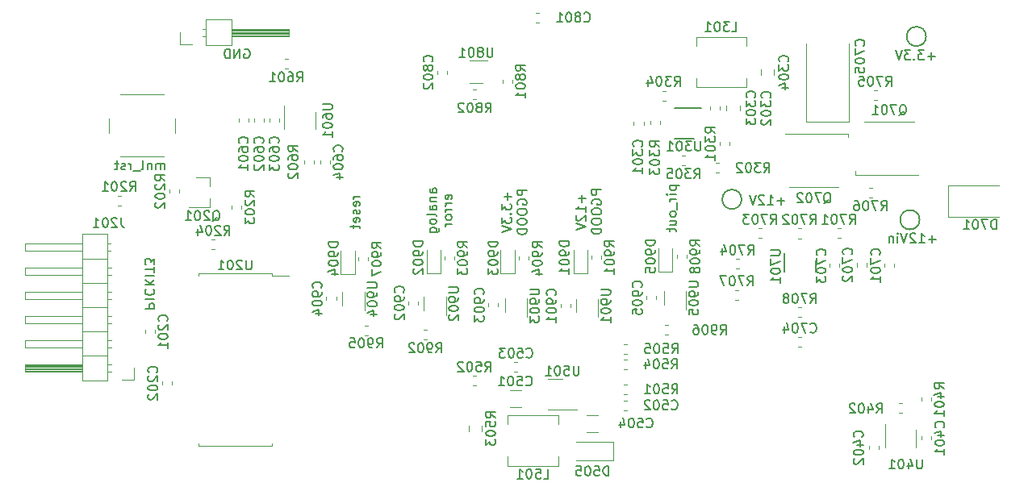
<source format=gbr>
G04 #@! TF.GenerationSoftware,KiCad,Pcbnew,(5.1.4)-1*
G04 #@! TF.CreationDate,2019-10-07T12:46:14-05:00*
G04 #@! TF.ProjectId,nightlight,6e696768-746c-4696-9768-742e6b696361,rev?*
G04 #@! TF.SameCoordinates,Original*
G04 #@! TF.FileFunction,Legend,Bot*
G04 #@! TF.FilePolarity,Positive*
%FSLAX46Y46*%
G04 Gerber Fmt 4.6, Leading zero omitted, Abs format (unit mm)*
G04 Created by KiCad (PCBNEW (5.1.4)-1) date 2019-10-07 12:46:14*
%MOMM*%
%LPD*%
G04 APERTURE LIST*
%ADD10C,0.150000*%
%ADD11C,0.120000*%
G04 APERTURE END LIST*
D10*
X91952819Y-104373038D02*
X92952819Y-104373038D01*
X92952819Y-103992085D01*
X92905200Y-103896847D01*
X92857580Y-103849228D01*
X92762342Y-103801609D01*
X92619485Y-103801609D01*
X92524247Y-103849228D01*
X92476628Y-103896847D01*
X92429009Y-103992085D01*
X92429009Y-104373038D01*
X91952819Y-103373038D02*
X92952819Y-103373038D01*
X92048057Y-102325419D02*
X92000438Y-102373038D01*
X91952819Y-102515895D01*
X91952819Y-102611133D01*
X92000438Y-102753990D01*
X92095676Y-102849228D01*
X92190914Y-102896847D01*
X92381390Y-102944466D01*
X92524247Y-102944466D01*
X92714723Y-102896847D01*
X92809961Y-102849228D01*
X92905200Y-102753990D01*
X92952819Y-102611133D01*
X92952819Y-102515895D01*
X92905200Y-102373038D01*
X92857580Y-102325419D01*
X91952819Y-101896847D02*
X92952819Y-101896847D01*
X91952819Y-101325419D02*
X92524247Y-101753990D01*
X92952819Y-101325419D02*
X92381390Y-101896847D01*
X91952819Y-100896847D02*
X92952819Y-100896847D01*
X92952819Y-100563514D02*
X92952819Y-99992085D01*
X91952819Y-100277800D02*
X92952819Y-100277800D01*
X92952819Y-99753990D02*
X92952819Y-99134942D01*
X92571866Y-99468276D01*
X92571866Y-99325419D01*
X92524247Y-99230180D01*
X92476628Y-99182561D01*
X92381390Y-99134942D01*
X92143295Y-99134942D01*
X92048057Y-99182561D01*
X92000438Y-99230180D01*
X91952819Y-99325419D01*
X91952819Y-99611133D01*
X92000438Y-99706371D01*
X92048057Y-99753990D01*
X147029514Y-91468866D02*
X148029514Y-91468866D01*
X147077133Y-91468866D02*
X147029514Y-91564104D01*
X147029514Y-91754580D01*
X147077133Y-91849819D01*
X147124752Y-91897438D01*
X147219990Y-91945057D01*
X147505704Y-91945057D01*
X147600942Y-91897438D01*
X147648561Y-91849819D01*
X147696180Y-91754580D01*
X147696180Y-91564104D01*
X147648561Y-91468866D01*
X147696180Y-92373628D02*
X147029514Y-92373628D01*
X146696180Y-92373628D02*
X146743800Y-92326009D01*
X146791419Y-92373628D01*
X146743800Y-92421247D01*
X146696180Y-92373628D01*
X146791419Y-92373628D01*
X147696180Y-92849819D02*
X147029514Y-92849819D01*
X147219990Y-92849819D02*
X147124752Y-92897438D01*
X147077133Y-92945057D01*
X147029514Y-93040295D01*
X147029514Y-93135533D01*
X147791419Y-93230771D02*
X147791419Y-93992676D01*
X147696180Y-94373628D02*
X147648561Y-94278390D01*
X147600942Y-94230771D01*
X147505704Y-94183152D01*
X147219990Y-94183152D01*
X147124752Y-94230771D01*
X147077133Y-94278390D01*
X147029514Y-94373628D01*
X147029514Y-94516485D01*
X147077133Y-94611723D01*
X147124752Y-94659342D01*
X147219990Y-94706961D01*
X147505704Y-94706961D01*
X147600942Y-94659342D01*
X147648561Y-94611723D01*
X147696180Y-94516485D01*
X147696180Y-94373628D01*
X147029514Y-95564104D02*
X147696180Y-95564104D01*
X147029514Y-95135533D02*
X147553323Y-95135533D01*
X147648561Y-95183152D01*
X147696180Y-95278390D01*
X147696180Y-95421247D01*
X147648561Y-95516485D01*
X147600942Y-95564104D01*
X147029514Y-95897438D02*
X147029514Y-96278390D01*
X146696180Y-96040295D02*
X147553323Y-96040295D01*
X147648561Y-96087914D01*
X147696180Y-96183152D01*
X147696180Y-96278390D01*
X114498380Y-92589552D02*
X113831714Y-92589552D01*
X114022190Y-92589552D02*
X113926952Y-92637171D01*
X113879333Y-92684790D01*
X113831714Y-92780028D01*
X113831714Y-92875266D01*
X114450761Y-93589552D02*
X114498380Y-93494314D01*
X114498380Y-93303838D01*
X114450761Y-93208600D01*
X114355523Y-93160980D01*
X113974571Y-93160980D01*
X113879333Y-93208600D01*
X113831714Y-93303838D01*
X113831714Y-93494314D01*
X113879333Y-93589552D01*
X113974571Y-93637171D01*
X114069809Y-93637171D01*
X114165047Y-93160980D01*
X114450761Y-94018123D02*
X114498380Y-94113361D01*
X114498380Y-94303838D01*
X114450761Y-94399076D01*
X114355523Y-94446695D01*
X114307904Y-94446695D01*
X114212666Y-94399076D01*
X114165047Y-94303838D01*
X114165047Y-94160980D01*
X114117428Y-94065742D01*
X114022190Y-94018123D01*
X113974571Y-94018123D01*
X113879333Y-94065742D01*
X113831714Y-94160980D01*
X113831714Y-94303838D01*
X113879333Y-94399076D01*
X114450761Y-95256219D02*
X114498380Y-95160980D01*
X114498380Y-94970504D01*
X114450761Y-94875266D01*
X114355523Y-94827647D01*
X113974571Y-94827647D01*
X113879333Y-94875266D01*
X113831714Y-94970504D01*
X113831714Y-95160980D01*
X113879333Y-95256219D01*
X113974571Y-95303838D01*
X114069809Y-95303838D01*
X114165047Y-94827647D01*
X113831714Y-95589552D02*
X113831714Y-95970504D01*
X113498380Y-95732409D02*
X114355523Y-95732409D01*
X114450761Y-95780028D01*
X114498380Y-95875266D01*
X114498380Y-95970504D01*
X122512580Y-92199057D02*
X121988771Y-92199057D01*
X121893533Y-92151438D01*
X121845914Y-92056200D01*
X121845914Y-91865723D01*
X121893533Y-91770485D01*
X122464961Y-92199057D02*
X122512580Y-92103819D01*
X122512580Y-91865723D01*
X122464961Y-91770485D01*
X122369723Y-91722866D01*
X122274485Y-91722866D01*
X122179247Y-91770485D01*
X122131628Y-91865723D01*
X122131628Y-92103819D01*
X122084009Y-92199057D01*
X121845914Y-92675247D02*
X122512580Y-92675247D01*
X121941152Y-92675247D02*
X121893533Y-92722866D01*
X121845914Y-92818104D01*
X121845914Y-92960961D01*
X121893533Y-93056200D01*
X121988771Y-93103819D01*
X122512580Y-93103819D01*
X122512580Y-94008580D02*
X121988771Y-94008580D01*
X121893533Y-93960961D01*
X121845914Y-93865723D01*
X121845914Y-93675247D01*
X121893533Y-93580009D01*
X122464961Y-94008580D02*
X122512580Y-93913342D01*
X122512580Y-93675247D01*
X122464961Y-93580009D01*
X122369723Y-93532390D01*
X122274485Y-93532390D01*
X122179247Y-93580009D01*
X122131628Y-93675247D01*
X122131628Y-93913342D01*
X122084009Y-94008580D01*
X122512580Y-94627628D02*
X122464961Y-94532390D01*
X122369723Y-94484771D01*
X121512580Y-94484771D01*
X122512580Y-95151438D02*
X122464961Y-95056200D01*
X122417342Y-95008580D01*
X122322104Y-94960961D01*
X122036390Y-94960961D01*
X121941152Y-95008580D01*
X121893533Y-95056200D01*
X121845914Y-95151438D01*
X121845914Y-95294295D01*
X121893533Y-95389533D01*
X121941152Y-95437152D01*
X122036390Y-95484771D01*
X122322104Y-95484771D01*
X122417342Y-95437152D01*
X122464961Y-95389533D01*
X122512580Y-95294295D01*
X122512580Y-95151438D01*
X121845914Y-96341914D02*
X122655438Y-96341914D01*
X122750676Y-96294295D01*
X122798295Y-96246676D01*
X122845914Y-96151438D01*
X122845914Y-96008580D01*
X122798295Y-95913342D01*
X122464961Y-96341914D02*
X122512580Y-96246676D01*
X122512580Y-96056200D01*
X122464961Y-95960961D01*
X122417342Y-95913342D01*
X122322104Y-95865723D01*
X122036390Y-95865723D01*
X121941152Y-95913342D01*
X121893533Y-95960961D01*
X121845914Y-96056200D01*
X121845914Y-96246676D01*
X121893533Y-96341914D01*
X124114961Y-92865723D02*
X124162580Y-92770485D01*
X124162580Y-92580009D01*
X124114961Y-92484771D01*
X124019723Y-92437152D01*
X123638771Y-92437152D01*
X123543533Y-92484771D01*
X123495914Y-92580009D01*
X123495914Y-92770485D01*
X123543533Y-92865723D01*
X123638771Y-92913342D01*
X123734009Y-92913342D01*
X123829247Y-92437152D01*
X124162580Y-93341914D02*
X123495914Y-93341914D01*
X123686390Y-93341914D02*
X123591152Y-93389533D01*
X123543533Y-93437152D01*
X123495914Y-93532390D01*
X123495914Y-93627628D01*
X124162580Y-93960961D02*
X123495914Y-93960961D01*
X123686390Y-93960961D02*
X123591152Y-94008580D01*
X123543533Y-94056200D01*
X123495914Y-94151438D01*
X123495914Y-94246676D01*
X124162580Y-94722866D02*
X124114961Y-94627628D01*
X124067342Y-94580009D01*
X123972104Y-94532390D01*
X123686390Y-94532390D01*
X123591152Y-94580009D01*
X123543533Y-94627628D01*
X123495914Y-94722866D01*
X123495914Y-94865723D01*
X123543533Y-94960961D01*
X123591152Y-95008580D01*
X123686390Y-95056200D01*
X123972104Y-95056200D01*
X124067342Y-95008580D01*
X124114961Y-94960961D01*
X124162580Y-94865723D01*
X124162580Y-94722866D01*
X124162580Y-95484771D02*
X123495914Y-95484771D01*
X123686390Y-95484771D02*
X123591152Y-95532390D01*
X123543533Y-95580009D01*
X123495914Y-95675247D01*
X123495914Y-95770485D01*
X130005628Y-92234000D02*
X130005628Y-92995904D01*
X130386580Y-92614952D02*
X129624676Y-92614952D01*
X129386580Y-93376857D02*
X129386580Y-93995904D01*
X129767533Y-93662571D01*
X129767533Y-93805428D01*
X129815152Y-93900666D01*
X129862771Y-93948285D01*
X129958009Y-93995904D01*
X130196104Y-93995904D01*
X130291342Y-93948285D01*
X130338961Y-93900666D01*
X130386580Y-93805428D01*
X130386580Y-93519714D01*
X130338961Y-93424476D01*
X130291342Y-93376857D01*
X130291342Y-94424476D02*
X130338961Y-94472095D01*
X130386580Y-94424476D01*
X130338961Y-94376857D01*
X130291342Y-94424476D01*
X130386580Y-94424476D01*
X129386580Y-94805428D02*
X129386580Y-95424476D01*
X129767533Y-95091142D01*
X129767533Y-95234000D01*
X129815152Y-95329238D01*
X129862771Y-95376857D01*
X129958009Y-95424476D01*
X130196104Y-95424476D01*
X130291342Y-95376857D01*
X130338961Y-95329238D01*
X130386580Y-95234000D01*
X130386580Y-94948285D01*
X130338961Y-94853047D01*
X130291342Y-94805428D01*
X129386580Y-95710190D02*
X130386580Y-96043523D01*
X129386580Y-96376857D01*
X132036580Y-91924476D02*
X131036580Y-91924476D01*
X131036580Y-92305428D01*
X131084200Y-92400666D01*
X131131819Y-92448285D01*
X131227057Y-92495904D01*
X131369914Y-92495904D01*
X131465152Y-92448285D01*
X131512771Y-92400666D01*
X131560390Y-92305428D01*
X131560390Y-91924476D01*
X131084200Y-93448285D02*
X131036580Y-93353047D01*
X131036580Y-93210190D01*
X131084200Y-93067333D01*
X131179438Y-92972095D01*
X131274676Y-92924476D01*
X131465152Y-92876857D01*
X131608009Y-92876857D01*
X131798485Y-92924476D01*
X131893723Y-92972095D01*
X131988961Y-93067333D01*
X132036580Y-93210190D01*
X132036580Y-93305428D01*
X131988961Y-93448285D01*
X131941342Y-93495904D01*
X131608009Y-93495904D01*
X131608009Y-93305428D01*
X131036580Y-94114952D02*
X131036580Y-94305428D01*
X131084200Y-94400666D01*
X131179438Y-94495904D01*
X131369914Y-94543523D01*
X131703247Y-94543523D01*
X131893723Y-94495904D01*
X131988961Y-94400666D01*
X132036580Y-94305428D01*
X132036580Y-94114952D01*
X131988961Y-94019714D01*
X131893723Y-93924476D01*
X131703247Y-93876857D01*
X131369914Y-93876857D01*
X131179438Y-93924476D01*
X131084200Y-94019714D01*
X131036580Y-94114952D01*
X131036580Y-95162571D02*
X131036580Y-95353047D01*
X131084200Y-95448285D01*
X131179438Y-95543523D01*
X131369914Y-95591142D01*
X131703247Y-95591142D01*
X131893723Y-95543523D01*
X131988961Y-95448285D01*
X132036580Y-95353047D01*
X132036580Y-95162571D01*
X131988961Y-95067333D01*
X131893723Y-94972095D01*
X131703247Y-94924476D01*
X131369914Y-94924476D01*
X131179438Y-94972095D01*
X131084200Y-95067333D01*
X131036580Y-95162571D01*
X132036580Y-96019714D02*
X131036580Y-96019714D01*
X131036580Y-96257809D01*
X131084200Y-96400666D01*
X131179438Y-96495904D01*
X131274676Y-96543523D01*
X131465152Y-96591142D01*
X131608009Y-96591142D01*
X131798485Y-96543523D01*
X131893723Y-96495904D01*
X131988961Y-96400666D01*
X132036580Y-96257809D01*
X132036580Y-96019714D01*
X137803428Y-92446695D02*
X137803428Y-93208600D01*
X138184380Y-92827647D02*
X137422476Y-92827647D01*
X138184380Y-94208600D02*
X138184380Y-93637171D01*
X138184380Y-93922885D02*
X137184380Y-93922885D01*
X137327238Y-93827647D01*
X137422476Y-93732409D01*
X137470095Y-93637171D01*
X137279619Y-94589552D02*
X137232000Y-94637171D01*
X137184380Y-94732409D01*
X137184380Y-94970504D01*
X137232000Y-95065742D01*
X137279619Y-95113361D01*
X137374857Y-95160980D01*
X137470095Y-95160980D01*
X137612952Y-95113361D01*
X138184380Y-94541933D01*
X138184380Y-95160980D01*
X137184380Y-95446695D02*
X138184380Y-95780028D01*
X137184380Y-96113361D01*
X139834380Y-91899076D02*
X138834380Y-91899076D01*
X138834380Y-92280028D01*
X138882000Y-92375266D01*
X138929619Y-92422885D01*
X139024857Y-92470504D01*
X139167714Y-92470504D01*
X139262952Y-92422885D01*
X139310571Y-92375266D01*
X139358190Y-92280028D01*
X139358190Y-91899076D01*
X138882000Y-93422885D02*
X138834380Y-93327647D01*
X138834380Y-93184790D01*
X138882000Y-93041933D01*
X138977238Y-92946695D01*
X139072476Y-92899076D01*
X139262952Y-92851457D01*
X139405809Y-92851457D01*
X139596285Y-92899076D01*
X139691523Y-92946695D01*
X139786761Y-93041933D01*
X139834380Y-93184790D01*
X139834380Y-93280028D01*
X139786761Y-93422885D01*
X139739142Y-93470504D01*
X139405809Y-93470504D01*
X139405809Y-93280028D01*
X138834380Y-94089552D02*
X138834380Y-94280028D01*
X138882000Y-94375266D01*
X138977238Y-94470504D01*
X139167714Y-94518123D01*
X139501047Y-94518123D01*
X139691523Y-94470504D01*
X139786761Y-94375266D01*
X139834380Y-94280028D01*
X139834380Y-94089552D01*
X139786761Y-93994314D01*
X139691523Y-93899076D01*
X139501047Y-93851457D01*
X139167714Y-93851457D01*
X138977238Y-93899076D01*
X138882000Y-93994314D01*
X138834380Y-94089552D01*
X138834380Y-95137171D02*
X138834380Y-95327647D01*
X138882000Y-95422885D01*
X138977238Y-95518123D01*
X139167714Y-95565742D01*
X139501047Y-95565742D01*
X139691523Y-95518123D01*
X139786761Y-95422885D01*
X139834380Y-95327647D01*
X139834380Y-95137171D01*
X139786761Y-95041933D01*
X139691523Y-94946695D01*
X139501047Y-94899076D01*
X139167714Y-94899076D01*
X138977238Y-94946695D01*
X138882000Y-95041933D01*
X138834380Y-95137171D01*
X139834380Y-95994314D02*
X138834380Y-95994314D01*
X138834380Y-96232409D01*
X138882000Y-96375266D01*
X138977238Y-96470504D01*
X139072476Y-96518123D01*
X139262952Y-96565742D01*
X139405809Y-96565742D01*
X139596285Y-96518123D01*
X139691523Y-96470504D01*
X139786761Y-96375266D01*
X139834380Y-96232409D01*
X139834380Y-95994314D01*
X102387304Y-77147800D02*
X102482542Y-77100180D01*
X102625400Y-77100180D01*
X102768257Y-77147800D01*
X102863495Y-77243038D01*
X102911114Y-77338276D01*
X102958733Y-77528752D01*
X102958733Y-77671609D01*
X102911114Y-77862085D01*
X102863495Y-77957323D01*
X102768257Y-78052561D01*
X102625400Y-78100180D01*
X102530161Y-78100180D01*
X102387304Y-78052561D01*
X102339685Y-78004942D01*
X102339685Y-77671609D01*
X102530161Y-77671609D01*
X101911114Y-78100180D02*
X101911114Y-77100180D01*
X101339685Y-78100180D01*
X101339685Y-77100180D01*
X100863495Y-78100180D02*
X100863495Y-77100180D01*
X100625400Y-77100180D01*
X100482542Y-77147800D01*
X100387304Y-77243038D01*
X100339685Y-77338276D01*
X100292066Y-77528752D01*
X100292066Y-77671609D01*
X100339685Y-77862085D01*
X100387304Y-77957323D01*
X100482542Y-78052561D01*
X100625400Y-78100180D01*
X100863495Y-78100180D01*
X93989209Y-89784180D02*
X93989209Y-89117514D01*
X93989209Y-89212752D02*
X93941590Y-89165133D01*
X93846352Y-89117514D01*
X93703495Y-89117514D01*
X93608257Y-89165133D01*
X93560638Y-89260371D01*
X93560638Y-89784180D01*
X93560638Y-89260371D02*
X93513019Y-89165133D01*
X93417780Y-89117514D01*
X93274923Y-89117514D01*
X93179685Y-89165133D01*
X93132066Y-89260371D01*
X93132066Y-89784180D01*
X92655876Y-89117514D02*
X92655876Y-89784180D01*
X92655876Y-89212752D02*
X92608257Y-89165133D01*
X92513019Y-89117514D01*
X92370161Y-89117514D01*
X92274923Y-89165133D01*
X92227304Y-89260371D01*
X92227304Y-89784180D01*
X91608257Y-89784180D02*
X91703495Y-89736561D01*
X91751114Y-89641323D01*
X91751114Y-88784180D01*
X91465400Y-89879419D02*
X90703495Y-89879419D01*
X90465400Y-89784180D02*
X90465400Y-89117514D01*
X90465400Y-89307990D02*
X90417780Y-89212752D01*
X90370161Y-89165133D01*
X90274923Y-89117514D01*
X90179685Y-89117514D01*
X89893971Y-89736561D02*
X89798733Y-89784180D01*
X89608257Y-89784180D01*
X89513019Y-89736561D01*
X89465400Y-89641323D01*
X89465400Y-89593704D01*
X89513019Y-89498466D01*
X89608257Y-89450847D01*
X89751114Y-89450847D01*
X89846352Y-89403228D01*
X89893971Y-89307990D01*
X89893971Y-89260371D01*
X89846352Y-89165133D01*
X89751114Y-89117514D01*
X89608257Y-89117514D01*
X89513019Y-89165133D01*
X89179685Y-89117514D02*
X88798733Y-89117514D01*
X89036828Y-88784180D02*
X89036828Y-89641323D01*
X88989209Y-89736561D01*
X88893971Y-89784180D01*
X88798733Y-89784180D01*
X174847000Y-77871628D02*
X174085095Y-77871628D01*
X174466047Y-78252580D02*
X174466047Y-77490676D01*
X173704142Y-77252580D02*
X173085095Y-77252580D01*
X173418428Y-77633533D01*
X173275571Y-77633533D01*
X173180333Y-77681152D01*
X173132714Y-77728771D01*
X173085095Y-77824009D01*
X173085095Y-78062104D01*
X173132714Y-78157342D01*
X173180333Y-78204961D01*
X173275571Y-78252580D01*
X173561285Y-78252580D01*
X173656523Y-78204961D01*
X173704142Y-78157342D01*
X172656523Y-78157342D02*
X172608904Y-78204961D01*
X172656523Y-78252580D01*
X172704142Y-78204961D01*
X172656523Y-78157342D01*
X172656523Y-78252580D01*
X172275571Y-77252580D02*
X171656523Y-77252580D01*
X171989857Y-77633533D01*
X171847000Y-77633533D01*
X171751761Y-77681152D01*
X171704142Y-77728771D01*
X171656523Y-77824009D01*
X171656523Y-78062104D01*
X171704142Y-78157342D01*
X171751761Y-78204961D01*
X171847000Y-78252580D01*
X172132714Y-78252580D01*
X172227952Y-78204961D01*
X172275571Y-78157342D01*
X171370809Y-77252580D02*
X171037476Y-78252580D01*
X170704142Y-77252580D01*
X159064104Y-93060828D02*
X158302200Y-93060828D01*
X158683152Y-93441780D02*
X158683152Y-92679876D01*
X157302200Y-93441780D02*
X157873628Y-93441780D01*
X157587914Y-93441780D02*
X157587914Y-92441780D01*
X157683152Y-92584638D01*
X157778390Y-92679876D01*
X157873628Y-92727495D01*
X156921247Y-92537019D02*
X156873628Y-92489400D01*
X156778390Y-92441780D01*
X156540295Y-92441780D01*
X156445057Y-92489400D01*
X156397438Y-92537019D01*
X156349819Y-92632257D01*
X156349819Y-92727495D01*
X156397438Y-92870352D01*
X156968866Y-93441780D01*
X156349819Y-93441780D01*
X156064104Y-92441780D02*
X155730771Y-93441780D01*
X155397438Y-92441780D01*
X174931080Y-97086728D02*
X174169176Y-97086728D01*
X174550128Y-97467680D02*
X174550128Y-96705776D01*
X173169176Y-97467680D02*
X173740604Y-97467680D01*
X173454890Y-97467680D02*
X173454890Y-96467680D01*
X173550128Y-96610538D01*
X173645366Y-96705776D01*
X173740604Y-96753395D01*
X172788223Y-96562919D02*
X172740604Y-96515300D01*
X172645366Y-96467680D01*
X172407271Y-96467680D01*
X172312033Y-96515300D01*
X172264414Y-96562919D01*
X172216795Y-96658157D01*
X172216795Y-96753395D01*
X172264414Y-96896252D01*
X172835842Y-97467680D01*
X172216795Y-97467680D01*
X171931080Y-96467680D02*
X171597747Y-97467680D01*
X171264414Y-96467680D01*
X170931080Y-97467680D02*
X170931080Y-96801014D01*
X170931080Y-96467680D02*
X170978700Y-96515300D01*
X170931080Y-96562919D01*
X170883461Y-96515300D01*
X170931080Y-96467680D01*
X170931080Y-96562919D01*
X170454890Y-96801014D02*
X170454890Y-97467680D01*
X170454890Y-96896252D02*
X170407271Y-96848633D01*
X170312033Y-96801014D01*
X170169176Y-96801014D01*
X170073938Y-96848633D01*
X170026319Y-96943871D01*
X170026319Y-97467680D01*
X154559000Y-92900500D02*
G75*
G03X154559000Y-92900500I-1016000J0D01*
G01*
X173240700Y-95046800D02*
G75*
G03X173240700Y-95046800I-1016000J0D01*
G01*
D11*
X95656400Y-76631800D02*
X96926400Y-76631800D01*
X95656400Y-75361800D02*
X95656400Y-76631800D01*
X98036400Y-74981800D02*
X98366400Y-74981800D01*
X98036400Y-75741800D02*
X98366400Y-75741800D01*
X101026400Y-75081800D02*
X107026400Y-75081800D01*
X101026400Y-75201800D02*
X107026400Y-75201800D01*
X101026400Y-75321800D02*
X107026400Y-75321800D01*
X101026400Y-75441800D02*
X107026400Y-75441800D01*
X101026400Y-75561800D02*
X107026400Y-75561800D01*
X101026400Y-75681800D02*
X107026400Y-75681800D01*
X107026400Y-74981800D02*
X101026400Y-74981800D01*
X107026400Y-75741800D02*
X107026400Y-74981800D01*
X101026400Y-75741800D02*
X107026400Y-75741800D01*
X101026400Y-76691800D02*
X98366400Y-76691800D01*
X101026400Y-74031800D02*
X101026400Y-76691800D01*
X98366400Y-74031800D02*
X101026400Y-74031800D01*
X98366400Y-76691800D02*
X98366400Y-74031800D01*
D10*
X173913800Y-75793600D02*
G75*
G03X173913800Y-75793600I-1016000J0D01*
G01*
D11*
X92991400Y-106966867D02*
X92991400Y-106624333D01*
X91971400Y-106966867D02*
X91971400Y-106624333D01*
X93749400Y-112031933D02*
X93749400Y-112374467D01*
X94769400Y-112031933D02*
X94769400Y-112374467D01*
X144274000Y-85072067D02*
X144274000Y-84729533D01*
X143254000Y-85072067D02*
X143254000Y-84729533D01*
X154405400Y-83598652D02*
X154405400Y-83076148D01*
X152985400Y-83598652D02*
X152985400Y-83076148D01*
X151255000Y-83469267D02*
X151255000Y-83126733D01*
X152275000Y-83469267D02*
X152275000Y-83126733D01*
X157986800Y-79291548D02*
X157986800Y-79814052D01*
X156566800Y-79291548D02*
X156566800Y-79814052D01*
X173403800Y-117811733D02*
X173403800Y-118154267D01*
X174423800Y-117811733D02*
X174423800Y-118154267D01*
X167968200Y-119144867D02*
X167968200Y-118802333D01*
X168988200Y-119144867D02*
X168988200Y-118802333D01*
X131423164Y-114752800D02*
X130219036Y-114752800D01*
X131423164Y-112932800D02*
X130219036Y-112932800D01*
X142170333Y-115038600D02*
X142512867Y-115038600D01*
X142170333Y-114018600D02*
X142512867Y-114018600D01*
X131046067Y-111025400D02*
X130703533Y-111025400D01*
X131046067Y-110005400D02*
X130703533Y-110005400D01*
X139525764Y-115549000D02*
X138321636Y-115549000D01*
X139525764Y-117369000D02*
X138321636Y-117369000D01*
X102795800Y-84753267D02*
X102795800Y-84410733D01*
X101775800Y-84753267D02*
X101775800Y-84410733D01*
X104421400Y-84753267D02*
X104421400Y-84410733D01*
X103401400Y-84753267D02*
X103401400Y-84410733D01*
X106047000Y-84753267D02*
X106047000Y-84410733D01*
X105027000Y-84753267D02*
X105027000Y-84410733D01*
X110335600Y-89147467D02*
X110335600Y-88804933D01*
X111355600Y-89147467D02*
X111355600Y-88804933D01*
X169568400Y-99677433D02*
X169568400Y-100019967D01*
X170588400Y-99677433D02*
X170588400Y-100019967D01*
X167667400Y-99612633D02*
X167667400Y-99955167D01*
X166647400Y-99612633D02*
X166647400Y-99955167D01*
X163777200Y-99652033D02*
X163777200Y-99994567D01*
X164797200Y-99652033D02*
X164797200Y-99994567D01*
X160840267Y-108396500D02*
X160497733Y-108396500D01*
X160840267Y-107376500D02*
X160497733Y-107376500D01*
X165810600Y-76512400D02*
X165810600Y-84747400D01*
X165810600Y-84747400D02*
X161290600Y-84747400D01*
X161290600Y-84747400D02*
X161290600Y-76512400D01*
X132937433Y-73315100D02*
X133279967Y-73315100D01*
X132937433Y-74335100D02*
X133279967Y-74335100D01*
X122629200Y-79381533D02*
X122629200Y-79724067D01*
X123649200Y-79381533D02*
X123649200Y-79724067D01*
X135557800Y-103905233D02*
X135557800Y-104247767D01*
X136577800Y-103905233D02*
X136577800Y-104247767D01*
X120626600Y-103613133D02*
X120626600Y-103955667D01*
X119606600Y-103613133D02*
X119606600Y-103955667D01*
X129008600Y-103816333D02*
X129008600Y-104158867D01*
X127988600Y-103816333D02*
X127988600Y-104158867D01*
X110996000Y-103130533D02*
X110996000Y-103473067D01*
X112016000Y-103130533D02*
X112016000Y-103473067D01*
X145594800Y-103079733D02*
X145594800Y-103422267D01*
X144574800Y-103079733D02*
X144574800Y-103422267D01*
X141112800Y-118354600D02*
X141112800Y-120354600D01*
X141112800Y-120354600D02*
X137212800Y-120354600D01*
X141112800Y-118354600D02*
X137212800Y-118354600D01*
X176190700Y-94728300D02*
X176190700Y-91428300D01*
X176190700Y-91428300D02*
X181590700Y-91428300D01*
X176190700Y-94728300D02*
X181590700Y-94728300D01*
X138390300Y-98196500D02*
X138390300Y-100656500D01*
X138390300Y-100656500D02*
X136920300Y-100656500D01*
X136920300Y-100656500D02*
X136920300Y-98196500D01*
X121540600Y-100669200D02*
X121540600Y-98209200D01*
X123010600Y-100669200D02*
X121540600Y-100669200D01*
X123010600Y-98209200D02*
X123010600Y-100669200D01*
X129262200Y-100694600D02*
X129262200Y-98234600D01*
X130732200Y-100694600D02*
X129262200Y-100694600D01*
X130732200Y-98234600D02*
X130732200Y-100694600D01*
X113968200Y-98296800D02*
X113968200Y-100756800D01*
X113968200Y-100756800D02*
X112498200Y-100756800D01*
X112498200Y-100756800D02*
X112498200Y-98296800D01*
X147293000Y-98082200D02*
X147293000Y-100542200D01*
X147293000Y-100542200D02*
X145823000Y-100542200D01*
X145823000Y-100542200D02*
X145823000Y-98082200D01*
X88028499Y-96557801D02*
X88028499Y-111917801D01*
X88028499Y-111917801D02*
X85368499Y-111917801D01*
X85368499Y-111917801D02*
X85368499Y-96557801D01*
X85368499Y-96557801D02*
X88028499Y-96557801D01*
X85368499Y-97507801D02*
X79368499Y-97507801D01*
X79368499Y-97507801D02*
X79368499Y-98267801D01*
X79368499Y-98267801D02*
X85368499Y-98267801D01*
X85368499Y-110293201D02*
X79368499Y-110293201D01*
X85368499Y-110413201D02*
X79368499Y-110413201D01*
X85368499Y-110533201D02*
X79368499Y-110533201D01*
X85368499Y-110653201D02*
X79368499Y-110653201D01*
X85368499Y-110773201D02*
X79368499Y-110773201D01*
X85368499Y-110893201D02*
X79368499Y-110893201D01*
X88358499Y-97507801D02*
X88028499Y-97507801D01*
X88358499Y-98267801D02*
X88028499Y-98267801D01*
X88028499Y-99157801D02*
X85368499Y-99157801D01*
X85368499Y-100047801D02*
X79368499Y-100047801D01*
X79368499Y-100047801D02*
X79368499Y-100807801D01*
X79368499Y-100807801D02*
X85368499Y-100807801D01*
X88425570Y-100047801D02*
X88028499Y-100047801D01*
X88425570Y-100807801D02*
X88028499Y-100807801D01*
X88028499Y-101697801D02*
X85368499Y-101697801D01*
X85368499Y-102587801D02*
X79368499Y-102587801D01*
X79368499Y-102587801D02*
X79368499Y-103347801D01*
X79368499Y-103347801D02*
X85368499Y-103347801D01*
X88425570Y-102587801D02*
X88028499Y-102587801D01*
X88425570Y-103347801D02*
X88028499Y-103347801D01*
X88028499Y-104237801D02*
X85368499Y-104237801D01*
X85368499Y-105127801D02*
X79368499Y-105127801D01*
X79368499Y-105127801D02*
X79368499Y-105887801D01*
X79368499Y-105887801D02*
X85368499Y-105887801D01*
X88425570Y-105127801D02*
X88028499Y-105127801D01*
X88425570Y-105887801D02*
X88028499Y-105887801D01*
X88028499Y-106777801D02*
X85368499Y-106777801D01*
X85368499Y-107667801D02*
X79368499Y-107667801D01*
X79368499Y-107667801D02*
X79368499Y-108427801D01*
X79368499Y-108427801D02*
X85368499Y-108427801D01*
X88425570Y-107667801D02*
X88028499Y-107667801D01*
X88425570Y-108427801D02*
X88028499Y-108427801D01*
X88028499Y-109317801D02*
X85368499Y-109317801D01*
X85368499Y-110207801D02*
X79368499Y-110207801D01*
X79368499Y-110207801D02*
X79368499Y-110967801D01*
X79368499Y-110967801D02*
X85368499Y-110967801D01*
X88425570Y-110207801D02*
X88028499Y-110207801D01*
X88425570Y-110967801D02*
X88028499Y-110967801D01*
X89519299Y-111883201D02*
X90789299Y-111883201D01*
X90789299Y-111883201D02*
X90789299Y-110613201D01*
X149798900Y-80206400D02*
X149798900Y-81151400D01*
X149798900Y-81151400D02*
X155078900Y-81151400D01*
X155078900Y-81151400D02*
X155078900Y-80206400D01*
X149798900Y-76816400D02*
X149798900Y-75871400D01*
X149798900Y-75871400D02*
X155078900Y-75871400D01*
X155078900Y-75871400D02*
X155078900Y-76816400D01*
X135304200Y-115597000D02*
X135304200Y-116542000D01*
X130024200Y-115597000D02*
X135304200Y-115597000D01*
X130024200Y-116542000D02*
X130024200Y-115597000D01*
X135304200Y-120877000D02*
X135304200Y-119932000D01*
X130024200Y-120877000D02*
X135304200Y-120877000D01*
X130024200Y-119932000D02*
X130024200Y-120877000D01*
X98753200Y-90571200D02*
X98753200Y-91501200D01*
X98753200Y-93731200D02*
X98753200Y-92801200D01*
X98753200Y-93731200D02*
X96593200Y-93731200D01*
X98753200Y-90571200D02*
X97293200Y-90571200D01*
X172661000Y-84715700D02*
X167461000Y-84715700D01*
X173061000Y-90315700D02*
X166461000Y-90315700D01*
X166461000Y-90315700D02*
X166461000Y-89915700D01*
X165740900Y-85985700D02*
X165740900Y-86385700D01*
X159140900Y-85985700D02*
X165740900Y-85985700D01*
X159540900Y-91585700D02*
X164740900Y-91585700D01*
X89415467Y-92504800D02*
X89072933Y-92504800D01*
X89415467Y-93524800D02*
X89072933Y-93524800D01*
X94511400Y-91892333D02*
X94511400Y-92234867D01*
X95531400Y-91892333D02*
X95531400Y-92234867D01*
X101064600Y-93897267D02*
X101064600Y-93554733D01*
X102084600Y-93897267D02*
X102084600Y-93554733D01*
X99307467Y-97127600D02*
X98964933Y-97127600D01*
X99307467Y-98147600D02*
X98964933Y-98147600D01*
X153265600Y-86874533D02*
X153265600Y-87217067D01*
X152245600Y-86874533D02*
X152245600Y-87217067D01*
X152215667Y-89101200D02*
X151873133Y-89101200D01*
X152215667Y-90121200D02*
X151873133Y-90121200D01*
X146001200Y-85021267D02*
X146001200Y-84678733D01*
X144981200Y-85021267D02*
X144981200Y-84678733D01*
X146234333Y-81557400D02*
X146576867Y-81557400D01*
X146234333Y-82577400D02*
X146576867Y-82577400D01*
X148305733Y-88313800D02*
X148648267Y-88313800D01*
X148305733Y-89333800D02*
X148648267Y-89333800D01*
X174423800Y-114090267D02*
X174423800Y-113747733D01*
X173403800Y-114090267D02*
X173403800Y-113747733D01*
X171050133Y-115343400D02*
X171392667Y-115343400D01*
X171050133Y-114323400D02*
X171392667Y-114323400D01*
X142195733Y-113362200D02*
X142538267Y-113362200D01*
X142195733Y-112342200D02*
X142538267Y-112342200D01*
X126688667Y-111427800D02*
X126346133Y-111427800D01*
X126688667Y-112447800D02*
X126346133Y-112447800D01*
X127329000Y-117228252D02*
X127329000Y-116705748D01*
X125909000Y-117228252D02*
X125909000Y-116705748D01*
X142538267Y-110771400D02*
X142195733Y-110771400D01*
X142538267Y-109751400D02*
X142195733Y-109751400D01*
X142195733Y-109120400D02*
X142538267Y-109120400D01*
X142195733Y-108100400D02*
X142538267Y-108100400D01*
X106610333Y-79173800D02*
X106952867Y-79173800D01*
X106610333Y-78153800D02*
X106952867Y-78153800D01*
X108659200Y-89147467D02*
X108659200Y-88804933D01*
X109679200Y-89147467D02*
X109679200Y-88804933D01*
X164941067Y-96966500D02*
X164598533Y-96966500D01*
X164941067Y-95946500D02*
X164598533Y-95946500D01*
X160826267Y-95971900D02*
X160483733Y-95971900D01*
X160826267Y-96991900D02*
X160483733Y-96991900D01*
X156649267Y-96966500D02*
X156306733Y-96966500D01*
X156649267Y-95946500D02*
X156306733Y-95946500D01*
X153955933Y-99172300D02*
X154298467Y-99172300D01*
X153955933Y-100192300D02*
X154298467Y-100192300D01*
X168751067Y-82475800D02*
X168408533Y-82475800D01*
X168751067Y-81455800D02*
X168408533Y-81455800D01*
X167911933Y-92699300D02*
X168254467Y-92699300D01*
X167911933Y-91679300D02*
X168254467Y-91679300D01*
X154236267Y-102423500D02*
X153893733Y-102423500D01*
X154236267Y-103443500D02*
X153893733Y-103443500D01*
X160840267Y-105272300D02*
X160497733Y-105272300D01*
X160840267Y-104252300D02*
X160497733Y-104252300D01*
X129461800Y-80346733D02*
X129461800Y-80689267D01*
X130481800Y-80346733D02*
X130481800Y-80689267D01*
X126396933Y-81379600D02*
X126739467Y-81379600D01*
X126396933Y-82399600D02*
X126739467Y-82399600D01*
X138796300Y-99167767D02*
X138796300Y-98825233D01*
X139816300Y-99167767D02*
X139816300Y-98825233D01*
X121557867Y-107647200D02*
X121215333Y-107647200D01*
X121557867Y-106627200D02*
X121215333Y-106627200D01*
X124411200Y-99231267D02*
X124411200Y-98888733D01*
X123391200Y-99231267D02*
X123391200Y-98888733D01*
X132234400Y-99256667D02*
X132234400Y-98914133D01*
X131214400Y-99256667D02*
X131214400Y-98914133D01*
X115334867Y-107164600D02*
X114992333Y-107164600D01*
X115334867Y-106144600D02*
X114992333Y-106144600D01*
X146830867Y-106093800D02*
X146488333Y-106093800D01*
X146830867Y-107113800D02*
X146488333Y-107113800D01*
X114348800Y-99307467D02*
X114348800Y-98964933D01*
X115368800Y-99307467D02*
X115368800Y-98964933D01*
X147775200Y-99053467D02*
X147775200Y-98710933D01*
X148795200Y-99053467D02*
X148795200Y-98710933D01*
X93894400Y-88405600D02*
X89394400Y-88405600D01*
X95144400Y-84405600D02*
X95144400Y-85905600D01*
X89394400Y-81905600D02*
X93894400Y-81905600D01*
X88144400Y-85905600D02*
X88144400Y-84405600D01*
X105282200Y-100913000D02*
X107097200Y-100913000D01*
X105282200Y-100668000D02*
X105282200Y-100913000D01*
X101422200Y-100668000D02*
X105282200Y-100668000D01*
X97562200Y-100668000D02*
X97562200Y-100913000D01*
X101422200Y-100668000D02*
X97562200Y-100668000D01*
X105282200Y-118788000D02*
X105282200Y-118543000D01*
X101422200Y-118788000D02*
X105282200Y-118788000D01*
X97562200Y-118788000D02*
X97562200Y-118543000D01*
X101422200Y-118788000D02*
X97562200Y-118788000D01*
D10*
X149589200Y-86537200D02*
X147489200Y-86537200D01*
X150364200Y-83287200D02*
X147489200Y-83287200D01*
D11*
X172831400Y-117133800D02*
X172831400Y-118933800D01*
X169611400Y-118933800D02*
X169611400Y-116483800D01*
X135763000Y-111775600D02*
X134263000Y-111775600D01*
X137263000Y-114995600D02*
X134263000Y-114995600D01*
X109814000Y-83707400D02*
X109814000Y-85507400D01*
X106594000Y-85507400D02*
X106594000Y-83057400D01*
D10*
X162330800Y-99335900D02*
X162330800Y-100485900D01*
X159080800Y-98560900D02*
X159080800Y-100485900D01*
D11*
X126010200Y-78342000D02*
X127910200Y-78342000D01*
X127410200Y-80662000D02*
X126010200Y-80662000D01*
X139513800Y-103376500D02*
X139513800Y-105276500D01*
X137193800Y-104776500D02*
X137193800Y-103376500D01*
X123549900Y-103135200D02*
X123549900Y-105035200D01*
X121229900Y-104535200D02*
X121229900Y-103135200D01*
X129726200Y-104738400D02*
X129726200Y-103338400D01*
X132046200Y-103338400D02*
X132046200Y-105238400D01*
X112682800Y-104052600D02*
X112682800Y-102652600D01*
X115002800Y-102652600D02*
X115002800Y-104552600D01*
X146414000Y-103951000D02*
X146414000Y-102551000D01*
X148734000Y-102551000D02*
X148734000Y-104451000D01*
D10*
X94268542Y-105676552D02*
X94316161Y-105628933D01*
X94363780Y-105486076D01*
X94363780Y-105390838D01*
X94316161Y-105247980D01*
X94220923Y-105152742D01*
X94125685Y-105105123D01*
X93935209Y-105057504D01*
X93792352Y-105057504D01*
X93601876Y-105105123D01*
X93506638Y-105152742D01*
X93411400Y-105247980D01*
X93363780Y-105390838D01*
X93363780Y-105486076D01*
X93411400Y-105628933D01*
X93459019Y-105676552D01*
X93459019Y-106057504D02*
X93411400Y-106105123D01*
X93363780Y-106200361D01*
X93363780Y-106438457D01*
X93411400Y-106533695D01*
X93459019Y-106581314D01*
X93554257Y-106628933D01*
X93649495Y-106628933D01*
X93792352Y-106581314D01*
X94363780Y-106009885D01*
X94363780Y-106628933D01*
X93363780Y-107247980D02*
X93363780Y-107343219D01*
X93411400Y-107438457D01*
X93459019Y-107486076D01*
X93554257Y-107533695D01*
X93744733Y-107581314D01*
X93982828Y-107581314D01*
X94173304Y-107533695D01*
X94268542Y-107486076D01*
X94316161Y-107438457D01*
X94363780Y-107343219D01*
X94363780Y-107247980D01*
X94316161Y-107152742D01*
X94268542Y-107105123D01*
X94173304Y-107057504D01*
X93982828Y-107009885D01*
X93744733Y-107009885D01*
X93554257Y-107057504D01*
X93459019Y-107105123D01*
X93411400Y-107152742D01*
X93363780Y-107247980D01*
X94363780Y-108533695D02*
X94363780Y-107962266D01*
X94363780Y-108247980D02*
X93363780Y-108247980D01*
X93506638Y-108152742D01*
X93601876Y-108057504D01*
X93649495Y-107962266D01*
X93186542Y-111084152D02*
X93234161Y-111036533D01*
X93281780Y-110893676D01*
X93281780Y-110798438D01*
X93234161Y-110655580D01*
X93138923Y-110560342D01*
X93043685Y-110512723D01*
X92853209Y-110465104D01*
X92710352Y-110465104D01*
X92519876Y-110512723D01*
X92424638Y-110560342D01*
X92329400Y-110655580D01*
X92281780Y-110798438D01*
X92281780Y-110893676D01*
X92329400Y-111036533D01*
X92377019Y-111084152D01*
X92377019Y-111465104D02*
X92329400Y-111512723D01*
X92281780Y-111607961D01*
X92281780Y-111846057D01*
X92329400Y-111941295D01*
X92377019Y-111988914D01*
X92472257Y-112036533D01*
X92567495Y-112036533D01*
X92710352Y-111988914D01*
X93281780Y-111417485D01*
X93281780Y-112036533D01*
X92281780Y-112655580D02*
X92281780Y-112750819D01*
X92329400Y-112846057D01*
X92377019Y-112893676D01*
X92472257Y-112941295D01*
X92662733Y-112988914D01*
X92900828Y-112988914D01*
X93091304Y-112941295D01*
X93186542Y-112893676D01*
X93234161Y-112846057D01*
X93281780Y-112750819D01*
X93281780Y-112655580D01*
X93234161Y-112560342D01*
X93186542Y-112512723D01*
X93091304Y-112465104D01*
X92900828Y-112417485D01*
X92662733Y-112417485D01*
X92472257Y-112465104D01*
X92377019Y-112512723D01*
X92329400Y-112560342D01*
X92281780Y-112655580D01*
X92377019Y-113369866D02*
X92329400Y-113417485D01*
X92281780Y-113512723D01*
X92281780Y-113750819D01*
X92329400Y-113846057D01*
X92377019Y-113893676D01*
X92472257Y-113941295D01*
X92567495Y-113941295D01*
X92710352Y-113893676D01*
X93281780Y-113322247D01*
X93281780Y-113941295D01*
X144070342Y-87337752D02*
X144117961Y-87290133D01*
X144165580Y-87147276D01*
X144165580Y-87052038D01*
X144117961Y-86909180D01*
X144022723Y-86813942D01*
X143927485Y-86766323D01*
X143737009Y-86718704D01*
X143594152Y-86718704D01*
X143403676Y-86766323D01*
X143308438Y-86813942D01*
X143213200Y-86909180D01*
X143165580Y-87052038D01*
X143165580Y-87147276D01*
X143213200Y-87290133D01*
X143260819Y-87337752D01*
X143165580Y-87671085D02*
X143165580Y-88290133D01*
X143546533Y-87956800D01*
X143546533Y-88099657D01*
X143594152Y-88194895D01*
X143641771Y-88242514D01*
X143737009Y-88290133D01*
X143975104Y-88290133D01*
X144070342Y-88242514D01*
X144117961Y-88194895D01*
X144165580Y-88099657D01*
X144165580Y-87813942D01*
X144117961Y-87718704D01*
X144070342Y-87671085D01*
X143165580Y-88909180D02*
X143165580Y-89004419D01*
X143213200Y-89099657D01*
X143260819Y-89147276D01*
X143356057Y-89194895D01*
X143546533Y-89242514D01*
X143784628Y-89242514D01*
X143975104Y-89194895D01*
X144070342Y-89147276D01*
X144117961Y-89099657D01*
X144165580Y-89004419D01*
X144165580Y-88909180D01*
X144117961Y-88813942D01*
X144070342Y-88766323D01*
X143975104Y-88718704D01*
X143784628Y-88671085D01*
X143546533Y-88671085D01*
X143356057Y-88718704D01*
X143260819Y-88766323D01*
X143213200Y-88813942D01*
X143165580Y-88909180D01*
X144165580Y-90194895D02*
X144165580Y-89623466D01*
X144165580Y-89909180D02*
X143165580Y-89909180D01*
X143308438Y-89813942D01*
X143403676Y-89718704D01*
X143451295Y-89623466D01*
X157532342Y-82234752D02*
X157579961Y-82187133D01*
X157627580Y-82044276D01*
X157627580Y-81949038D01*
X157579961Y-81806180D01*
X157484723Y-81710942D01*
X157389485Y-81663323D01*
X157199009Y-81615704D01*
X157056152Y-81615704D01*
X156865676Y-81663323D01*
X156770438Y-81710942D01*
X156675200Y-81806180D01*
X156627580Y-81949038D01*
X156627580Y-82044276D01*
X156675200Y-82187133D01*
X156722819Y-82234752D01*
X156627580Y-82568085D02*
X156627580Y-83187133D01*
X157008533Y-82853800D01*
X157008533Y-82996657D01*
X157056152Y-83091895D01*
X157103771Y-83139514D01*
X157199009Y-83187133D01*
X157437104Y-83187133D01*
X157532342Y-83139514D01*
X157579961Y-83091895D01*
X157627580Y-82996657D01*
X157627580Y-82710942D01*
X157579961Y-82615704D01*
X157532342Y-82568085D01*
X156627580Y-83806180D02*
X156627580Y-83901419D01*
X156675200Y-83996657D01*
X156722819Y-84044276D01*
X156818057Y-84091895D01*
X157008533Y-84139514D01*
X157246628Y-84139514D01*
X157437104Y-84091895D01*
X157532342Y-84044276D01*
X157579961Y-83996657D01*
X157627580Y-83901419D01*
X157627580Y-83806180D01*
X157579961Y-83710942D01*
X157532342Y-83663323D01*
X157437104Y-83615704D01*
X157246628Y-83568085D01*
X157008533Y-83568085D01*
X156818057Y-83615704D01*
X156722819Y-83663323D01*
X156675200Y-83710942D01*
X156627580Y-83806180D01*
X156722819Y-84520466D02*
X156675200Y-84568085D01*
X156627580Y-84663323D01*
X156627580Y-84901419D01*
X156675200Y-84996657D01*
X156722819Y-85044276D01*
X156818057Y-85091895D01*
X156913295Y-85091895D01*
X157056152Y-85044276D01*
X157627580Y-84472847D01*
X157627580Y-85091895D01*
X155932142Y-82178952D02*
X155979761Y-82131333D01*
X156027380Y-81988476D01*
X156027380Y-81893238D01*
X155979761Y-81750380D01*
X155884523Y-81655142D01*
X155789285Y-81607523D01*
X155598809Y-81559904D01*
X155455952Y-81559904D01*
X155265476Y-81607523D01*
X155170238Y-81655142D01*
X155075000Y-81750380D01*
X155027380Y-81893238D01*
X155027380Y-81988476D01*
X155075000Y-82131333D01*
X155122619Y-82178952D01*
X155027380Y-82512285D02*
X155027380Y-83131333D01*
X155408333Y-82798000D01*
X155408333Y-82940857D01*
X155455952Y-83036095D01*
X155503571Y-83083714D01*
X155598809Y-83131333D01*
X155836904Y-83131333D01*
X155932142Y-83083714D01*
X155979761Y-83036095D01*
X156027380Y-82940857D01*
X156027380Y-82655142D01*
X155979761Y-82559904D01*
X155932142Y-82512285D01*
X155027380Y-83750380D02*
X155027380Y-83845619D01*
X155075000Y-83940857D01*
X155122619Y-83988476D01*
X155217857Y-84036095D01*
X155408333Y-84083714D01*
X155646428Y-84083714D01*
X155836904Y-84036095D01*
X155932142Y-83988476D01*
X155979761Y-83940857D01*
X156027380Y-83845619D01*
X156027380Y-83750380D01*
X155979761Y-83655142D01*
X155932142Y-83607523D01*
X155836904Y-83559904D01*
X155646428Y-83512285D01*
X155408333Y-83512285D01*
X155217857Y-83559904D01*
X155122619Y-83607523D01*
X155075000Y-83655142D01*
X155027380Y-83750380D01*
X155027380Y-84417047D02*
X155027380Y-85036095D01*
X155408333Y-84702761D01*
X155408333Y-84845619D01*
X155455952Y-84940857D01*
X155503571Y-84988476D01*
X155598809Y-85036095D01*
X155836904Y-85036095D01*
X155932142Y-84988476D01*
X155979761Y-84940857D01*
X156027380Y-84845619D01*
X156027380Y-84559904D01*
X155979761Y-84464666D01*
X155932142Y-84417047D01*
X159386542Y-78433752D02*
X159434161Y-78386133D01*
X159481780Y-78243276D01*
X159481780Y-78148038D01*
X159434161Y-78005180D01*
X159338923Y-77909942D01*
X159243685Y-77862323D01*
X159053209Y-77814704D01*
X158910352Y-77814704D01*
X158719876Y-77862323D01*
X158624638Y-77909942D01*
X158529400Y-78005180D01*
X158481780Y-78148038D01*
X158481780Y-78243276D01*
X158529400Y-78386133D01*
X158577019Y-78433752D01*
X158481780Y-78767085D02*
X158481780Y-79386133D01*
X158862733Y-79052800D01*
X158862733Y-79195657D01*
X158910352Y-79290895D01*
X158957971Y-79338514D01*
X159053209Y-79386133D01*
X159291304Y-79386133D01*
X159386542Y-79338514D01*
X159434161Y-79290895D01*
X159481780Y-79195657D01*
X159481780Y-78909942D01*
X159434161Y-78814704D01*
X159386542Y-78767085D01*
X158481780Y-80005180D02*
X158481780Y-80100419D01*
X158529400Y-80195657D01*
X158577019Y-80243276D01*
X158672257Y-80290895D01*
X158862733Y-80338514D01*
X159100828Y-80338514D01*
X159291304Y-80290895D01*
X159386542Y-80243276D01*
X159434161Y-80195657D01*
X159481780Y-80100419D01*
X159481780Y-80005180D01*
X159434161Y-79909942D01*
X159386542Y-79862323D01*
X159291304Y-79814704D01*
X159100828Y-79767085D01*
X158862733Y-79767085D01*
X158672257Y-79814704D01*
X158577019Y-79862323D01*
X158529400Y-79909942D01*
X158481780Y-80005180D01*
X158815114Y-81195657D02*
X159481780Y-81195657D01*
X158434161Y-80957561D02*
X159148447Y-80719466D01*
X159148447Y-81338514D01*
X175744142Y-116852552D02*
X175791761Y-116804933D01*
X175839380Y-116662076D01*
X175839380Y-116566838D01*
X175791761Y-116423980D01*
X175696523Y-116328742D01*
X175601285Y-116281123D01*
X175410809Y-116233504D01*
X175267952Y-116233504D01*
X175077476Y-116281123D01*
X174982238Y-116328742D01*
X174887000Y-116423980D01*
X174839380Y-116566838D01*
X174839380Y-116662076D01*
X174887000Y-116804933D01*
X174934619Y-116852552D01*
X175172714Y-117709695D02*
X175839380Y-117709695D01*
X174791761Y-117471600D02*
X175506047Y-117233504D01*
X175506047Y-117852552D01*
X174839380Y-118423980D02*
X174839380Y-118519219D01*
X174887000Y-118614457D01*
X174934619Y-118662076D01*
X175029857Y-118709695D01*
X175220333Y-118757314D01*
X175458428Y-118757314D01*
X175648904Y-118709695D01*
X175744142Y-118662076D01*
X175791761Y-118614457D01*
X175839380Y-118519219D01*
X175839380Y-118423980D01*
X175791761Y-118328742D01*
X175744142Y-118281123D01*
X175648904Y-118233504D01*
X175458428Y-118185885D01*
X175220333Y-118185885D01*
X175029857Y-118233504D01*
X174934619Y-118281123D01*
X174887000Y-118328742D01*
X174839380Y-118423980D01*
X175839380Y-119709695D02*
X175839380Y-119138266D01*
X175839380Y-119423980D02*
X174839380Y-119423980D01*
X174982238Y-119328742D01*
X175077476Y-119233504D01*
X175125095Y-119138266D01*
X167209742Y-117854552D02*
X167257361Y-117806933D01*
X167304980Y-117664076D01*
X167304980Y-117568838D01*
X167257361Y-117425980D01*
X167162123Y-117330742D01*
X167066885Y-117283123D01*
X166876409Y-117235504D01*
X166733552Y-117235504D01*
X166543076Y-117283123D01*
X166447838Y-117330742D01*
X166352600Y-117425980D01*
X166304980Y-117568838D01*
X166304980Y-117664076D01*
X166352600Y-117806933D01*
X166400219Y-117854552D01*
X166638314Y-118711695D02*
X167304980Y-118711695D01*
X166257361Y-118473600D02*
X166971647Y-118235504D01*
X166971647Y-118854552D01*
X166304980Y-119425980D02*
X166304980Y-119521219D01*
X166352600Y-119616457D01*
X166400219Y-119664076D01*
X166495457Y-119711695D01*
X166685933Y-119759314D01*
X166924028Y-119759314D01*
X167114504Y-119711695D01*
X167209742Y-119664076D01*
X167257361Y-119616457D01*
X167304980Y-119521219D01*
X167304980Y-119425980D01*
X167257361Y-119330742D01*
X167209742Y-119283123D01*
X167114504Y-119235504D01*
X166924028Y-119187885D01*
X166685933Y-119187885D01*
X166495457Y-119235504D01*
X166400219Y-119283123D01*
X166352600Y-119330742D01*
X166304980Y-119425980D01*
X166400219Y-120140266D02*
X166352600Y-120187885D01*
X166304980Y-120283123D01*
X166304980Y-120521219D01*
X166352600Y-120616457D01*
X166400219Y-120664076D01*
X166495457Y-120711695D01*
X166590695Y-120711695D01*
X166733552Y-120664076D01*
X167304980Y-120092647D01*
X167304980Y-120711695D01*
X131940147Y-112379942D02*
X131987766Y-112427561D01*
X132130623Y-112475180D01*
X132225861Y-112475180D01*
X132368719Y-112427561D01*
X132463957Y-112332323D01*
X132511576Y-112237085D01*
X132559195Y-112046609D01*
X132559195Y-111903752D01*
X132511576Y-111713276D01*
X132463957Y-111618038D01*
X132368719Y-111522800D01*
X132225861Y-111475180D01*
X132130623Y-111475180D01*
X131987766Y-111522800D01*
X131940147Y-111570419D01*
X131035385Y-111475180D02*
X131511576Y-111475180D01*
X131559195Y-111951371D01*
X131511576Y-111903752D01*
X131416338Y-111856133D01*
X131178242Y-111856133D01*
X131083004Y-111903752D01*
X131035385Y-111951371D01*
X130987766Y-112046609D01*
X130987766Y-112284704D01*
X131035385Y-112379942D01*
X131083004Y-112427561D01*
X131178242Y-112475180D01*
X131416338Y-112475180D01*
X131511576Y-112427561D01*
X131559195Y-112379942D01*
X130368719Y-111475180D02*
X130273480Y-111475180D01*
X130178242Y-111522800D01*
X130130623Y-111570419D01*
X130083004Y-111665657D01*
X130035385Y-111856133D01*
X130035385Y-112094228D01*
X130083004Y-112284704D01*
X130130623Y-112379942D01*
X130178242Y-112427561D01*
X130273480Y-112475180D01*
X130368719Y-112475180D01*
X130463957Y-112427561D01*
X130511576Y-112379942D01*
X130559195Y-112284704D01*
X130606814Y-112094228D01*
X130606814Y-111856133D01*
X130559195Y-111665657D01*
X130511576Y-111570419D01*
X130463957Y-111522800D01*
X130368719Y-111475180D01*
X129083004Y-112475180D02*
X129654433Y-112475180D01*
X129368719Y-112475180D02*
X129368719Y-111475180D01*
X129463957Y-111618038D01*
X129559195Y-111713276D01*
X129654433Y-111760895D01*
X147219847Y-114893342D02*
X147267466Y-114940961D01*
X147410323Y-114988580D01*
X147505561Y-114988580D01*
X147648419Y-114940961D01*
X147743657Y-114845723D01*
X147791276Y-114750485D01*
X147838895Y-114560009D01*
X147838895Y-114417152D01*
X147791276Y-114226676D01*
X147743657Y-114131438D01*
X147648419Y-114036200D01*
X147505561Y-113988580D01*
X147410323Y-113988580D01*
X147267466Y-114036200D01*
X147219847Y-114083819D01*
X146315085Y-113988580D02*
X146791276Y-113988580D01*
X146838895Y-114464771D01*
X146791276Y-114417152D01*
X146696038Y-114369533D01*
X146457942Y-114369533D01*
X146362704Y-114417152D01*
X146315085Y-114464771D01*
X146267466Y-114560009D01*
X146267466Y-114798104D01*
X146315085Y-114893342D01*
X146362704Y-114940961D01*
X146457942Y-114988580D01*
X146696038Y-114988580D01*
X146791276Y-114940961D01*
X146838895Y-114893342D01*
X145648419Y-113988580D02*
X145553180Y-113988580D01*
X145457942Y-114036200D01*
X145410323Y-114083819D01*
X145362704Y-114179057D01*
X145315085Y-114369533D01*
X145315085Y-114607628D01*
X145362704Y-114798104D01*
X145410323Y-114893342D01*
X145457942Y-114940961D01*
X145553180Y-114988580D01*
X145648419Y-114988580D01*
X145743657Y-114940961D01*
X145791276Y-114893342D01*
X145838895Y-114798104D01*
X145886514Y-114607628D01*
X145886514Y-114369533D01*
X145838895Y-114179057D01*
X145791276Y-114083819D01*
X145743657Y-114036200D01*
X145648419Y-113988580D01*
X144934133Y-114083819D02*
X144886514Y-114036200D01*
X144791276Y-113988580D01*
X144553180Y-113988580D01*
X144457942Y-114036200D01*
X144410323Y-114083819D01*
X144362704Y-114179057D01*
X144362704Y-114274295D01*
X144410323Y-114417152D01*
X144981752Y-114988580D01*
X144362704Y-114988580D01*
X131993847Y-109442542D02*
X132041466Y-109490161D01*
X132184323Y-109537780D01*
X132279561Y-109537780D01*
X132422419Y-109490161D01*
X132517657Y-109394923D01*
X132565276Y-109299685D01*
X132612895Y-109109209D01*
X132612895Y-108966352D01*
X132565276Y-108775876D01*
X132517657Y-108680638D01*
X132422419Y-108585400D01*
X132279561Y-108537780D01*
X132184323Y-108537780D01*
X132041466Y-108585400D01*
X131993847Y-108633019D01*
X131089085Y-108537780D02*
X131565276Y-108537780D01*
X131612895Y-109013971D01*
X131565276Y-108966352D01*
X131470038Y-108918733D01*
X131231942Y-108918733D01*
X131136704Y-108966352D01*
X131089085Y-109013971D01*
X131041466Y-109109209D01*
X131041466Y-109347304D01*
X131089085Y-109442542D01*
X131136704Y-109490161D01*
X131231942Y-109537780D01*
X131470038Y-109537780D01*
X131565276Y-109490161D01*
X131612895Y-109442542D01*
X130422419Y-108537780D02*
X130327180Y-108537780D01*
X130231942Y-108585400D01*
X130184323Y-108633019D01*
X130136704Y-108728257D01*
X130089085Y-108918733D01*
X130089085Y-109156828D01*
X130136704Y-109347304D01*
X130184323Y-109442542D01*
X130231942Y-109490161D01*
X130327180Y-109537780D01*
X130422419Y-109537780D01*
X130517657Y-109490161D01*
X130565276Y-109442542D01*
X130612895Y-109347304D01*
X130660514Y-109156828D01*
X130660514Y-108918733D01*
X130612895Y-108728257D01*
X130565276Y-108633019D01*
X130517657Y-108585400D01*
X130422419Y-108537780D01*
X129755752Y-108537780D02*
X129136704Y-108537780D01*
X129470038Y-108918733D01*
X129327180Y-108918733D01*
X129231942Y-108966352D01*
X129184323Y-109013971D01*
X129136704Y-109109209D01*
X129136704Y-109347304D01*
X129184323Y-109442542D01*
X129231942Y-109490161D01*
X129327180Y-109537780D01*
X129612895Y-109537780D01*
X129708133Y-109490161D01*
X129755752Y-109442542D01*
X144603647Y-116790742D02*
X144651266Y-116838361D01*
X144794123Y-116885980D01*
X144889361Y-116885980D01*
X145032219Y-116838361D01*
X145127457Y-116743123D01*
X145175076Y-116647885D01*
X145222695Y-116457409D01*
X145222695Y-116314552D01*
X145175076Y-116124076D01*
X145127457Y-116028838D01*
X145032219Y-115933600D01*
X144889361Y-115885980D01*
X144794123Y-115885980D01*
X144651266Y-115933600D01*
X144603647Y-115981219D01*
X143698885Y-115885980D02*
X144175076Y-115885980D01*
X144222695Y-116362171D01*
X144175076Y-116314552D01*
X144079838Y-116266933D01*
X143841742Y-116266933D01*
X143746504Y-116314552D01*
X143698885Y-116362171D01*
X143651266Y-116457409D01*
X143651266Y-116695504D01*
X143698885Y-116790742D01*
X143746504Y-116838361D01*
X143841742Y-116885980D01*
X144079838Y-116885980D01*
X144175076Y-116838361D01*
X144222695Y-116790742D01*
X143032219Y-115885980D02*
X142936980Y-115885980D01*
X142841742Y-115933600D01*
X142794123Y-115981219D01*
X142746504Y-116076457D01*
X142698885Y-116266933D01*
X142698885Y-116505028D01*
X142746504Y-116695504D01*
X142794123Y-116790742D01*
X142841742Y-116838361D01*
X142936980Y-116885980D01*
X143032219Y-116885980D01*
X143127457Y-116838361D01*
X143175076Y-116790742D01*
X143222695Y-116695504D01*
X143270314Y-116505028D01*
X143270314Y-116266933D01*
X143222695Y-116076457D01*
X143175076Y-115981219D01*
X143127457Y-115933600D01*
X143032219Y-115885980D01*
X141841742Y-116219314D02*
X141841742Y-116885980D01*
X142079838Y-115838361D02*
X142317933Y-116552647D01*
X141698885Y-116552647D01*
X102675942Y-86993552D02*
X102723561Y-86945933D01*
X102771180Y-86803076D01*
X102771180Y-86707838D01*
X102723561Y-86564980D01*
X102628323Y-86469742D01*
X102533085Y-86422123D01*
X102342609Y-86374504D01*
X102199752Y-86374504D01*
X102009276Y-86422123D01*
X101914038Y-86469742D01*
X101818800Y-86564980D01*
X101771180Y-86707838D01*
X101771180Y-86803076D01*
X101818800Y-86945933D01*
X101866419Y-86993552D01*
X101771180Y-87850695D02*
X101771180Y-87660219D01*
X101818800Y-87564980D01*
X101866419Y-87517361D01*
X102009276Y-87422123D01*
X102199752Y-87374504D01*
X102580704Y-87374504D01*
X102675942Y-87422123D01*
X102723561Y-87469742D01*
X102771180Y-87564980D01*
X102771180Y-87755457D01*
X102723561Y-87850695D01*
X102675942Y-87898314D01*
X102580704Y-87945933D01*
X102342609Y-87945933D01*
X102247371Y-87898314D01*
X102199752Y-87850695D01*
X102152133Y-87755457D01*
X102152133Y-87564980D01*
X102199752Y-87469742D01*
X102247371Y-87422123D01*
X102342609Y-87374504D01*
X101771180Y-88564980D02*
X101771180Y-88660219D01*
X101818800Y-88755457D01*
X101866419Y-88803076D01*
X101961657Y-88850695D01*
X102152133Y-88898314D01*
X102390228Y-88898314D01*
X102580704Y-88850695D01*
X102675942Y-88803076D01*
X102723561Y-88755457D01*
X102771180Y-88660219D01*
X102771180Y-88564980D01*
X102723561Y-88469742D01*
X102675942Y-88422123D01*
X102580704Y-88374504D01*
X102390228Y-88326885D01*
X102152133Y-88326885D01*
X101961657Y-88374504D01*
X101866419Y-88422123D01*
X101818800Y-88469742D01*
X101771180Y-88564980D01*
X102771180Y-89850695D02*
X102771180Y-89279266D01*
X102771180Y-89564980D02*
X101771180Y-89564980D01*
X101914038Y-89469742D01*
X102009276Y-89374504D01*
X102056895Y-89279266D01*
X104301542Y-86993552D02*
X104349161Y-86945933D01*
X104396780Y-86803076D01*
X104396780Y-86707838D01*
X104349161Y-86564980D01*
X104253923Y-86469742D01*
X104158685Y-86422123D01*
X103968209Y-86374504D01*
X103825352Y-86374504D01*
X103634876Y-86422123D01*
X103539638Y-86469742D01*
X103444400Y-86564980D01*
X103396780Y-86707838D01*
X103396780Y-86803076D01*
X103444400Y-86945933D01*
X103492019Y-86993552D01*
X103396780Y-87850695D02*
X103396780Y-87660219D01*
X103444400Y-87564980D01*
X103492019Y-87517361D01*
X103634876Y-87422123D01*
X103825352Y-87374504D01*
X104206304Y-87374504D01*
X104301542Y-87422123D01*
X104349161Y-87469742D01*
X104396780Y-87564980D01*
X104396780Y-87755457D01*
X104349161Y-87850695D01*
X104301542Y-87898314D01*
X104206304Y-87945933D01*
X103968209Y-87945933D01*
X103872971Y-87898314D01*
X103825352Y-87850695D01*
X103777733Y-87755457D01*
X103777733Y-87564980D01*
X103825352Y-87469742D01*
X103872971Y-87422123D01*
X103968209Y-87374504D01*
X103396780Y-88564980D02*
X103396780Y-88660219D01*
X103444400Y-88755457D01*
X103492019Y-88803076D01*
X103587257Y-88850695D01*
X103777733Y-88898314D01*
X104015828Y-88898314D01*
X104206304Y-88850695D01*
X104301542Y-88803076D01*
X104349161Y-88755457D01*
X104396780Y-88660219D01*
X104396780Y-88564980D01*
X104349161Y-88469742D01*
X104301542Y-88422123D01*
X104206304Y-88374504D01*
X104015828Y-88326885D01*
X103777733Y-88326885D01*
X103587257Y-88374504D01*
X103492019Y-88422123D01*
X103444400Y-88469742D01*
X103396780Y-88564980D01*
X103492019Y-89279266D02*
X103444400Y-89326885D01*
X103396780Y-89422123D01*
X103396780Y-89660219D01*
X103444400Y-89755457D01*
X103492019Y-89803076D01*
X103587257Y-89850695D01*
X103682495Y-89850695D01*
X103825352Y-89803076D01*
X104396780Y-89231647D01*
X104396780Y-89850695D01*
X105927142Y-86993552D02*
X105974761Y-86945933D01*
X106022380Y-86803076D01*
X106022380Y-86707838D01*
X105974761Y-86564980D01*
X105879523Y-86469742D01*
X105784285Y-86422123D01*
X105593809Y-86374504D01*
X105450952Y-86374504D01*
X105260476Y-86422123D01*
X105165238Y-86469742D01*
X105070000Y-86564980D01*
X105022380Y-86707838D01*
X105022380Y-86803076D01*
X105070000Y-86945933D01*
X105117619Y-86993552D01*
X105022380Y-87850695D02*
X105022380Y-87660219D01*
X105070000Y-87564980D01*
X105117619Y-87517361D01*
X105260476Y-87422123D01*
X105450952Y-87374504D01*
X105831904Y-87374504D01*
X105927142Y-87422123D01*
X105974761Y-87469742D01*
X106022380Y-87564980D01*
X106022380Y-87755457D01*
X105974761Y-87850695D01*
X105927142Y-87898314D01*
X105831904Y-87945933D01*
X105593809Y-87945933D01*
X105498571Y-87898314D01*
X105450952Y-87850695D01*
X105403333Y-87755457D01*
X105403333Y-87564980D01*
X105450952Y-87469742D01*
X105498571Y-87422123D01*
X105593809Y-87374504D01*
X105022380Y-88564980D02*
X105022380Y-88660219D01*
X105070000Y-88755457D01*
X105117619Y-88803076D01*
X105212857Y-88850695D01*
X105403333Y-88898314D01*
X105641428Y-88898314D01*
X105831904Y-88850695D01*
X105927142Y-88803076D01*
X105974761Y-88755457D01*
X106022380Y-88660219D01*
X106022380Y-88564980D01*
X105974761Y-88469742D01*
X105927142Y-88422123D01*
X105831904Y-88374504D01*
X105641428Y-88326885D01*
X105403333Y-88326885D01*
X105212857Y-88374504D01*
X105117619Y-88422123D01*
X105070000Y-88469742D01*
X105022380Y-88564980D01*
X105022380Y-89231647D02*
X105022380Y-89850695D01*
X105403333Y-89517361D01*
X105403333Y-89660219D01*
X105450952Y-89755457D01*
X105498571Y-89803076D01*
X105593809Y-89850695D01*
X105831904Y-89850695D01*
X105927142Y-89803076D01*
X105974761Y-89755457D01*
X106022380Y-89660219D01*
X106022380Y-89374504D01*
X105974761Y-89279266D01*
X105927142Y-89231647D01*
X112632742Y-87857152D02*
X112680361Y-87809533D01*
X112727980Y-87666676D01*
X112727980Y-87571438D01*
X112680361Y-87428580D01*
X112585123Y-87333342D01*
X112489885Y-87285723D01*
X112299409Y-87238104D01*
X112156552Y-87238104D01*
X111966076Y-87285723D01*
X111870838Y-87333342D01*
X111775600Y-87428580D01*
X111727980Y-87571438D01*
X111727980Y-87666676D01*
X111775600Y-87809533D01*
X111823219Y-87857152D01*
X111727980Y-88714295D02*
X111727980Y-88523819D01*
X111775600Y-88428580D01*
X111823219Y-88380961D01*
X111966076Y-88285723D01*
X112156552Y-88238104D01*
X112537504Y-88238104D01*
X112632742Y-88285723D01*
X112680361Y-88333342D01*
X112727980Y-88428580D01*
X112727980Y-88619057D01*
X112680361Y-88714295D01*
X112632742Y-88761914D01*
X112537504Y-88809533D01*
X112299409Y-88809533D01*
X112204171Y-88761914D01*
X112156552Y-88714295D01*
X112108933Y-88619057D01*
X112108933Y-88428580D01*
X112156552Y-88333342D01*
X112204171Y-88285723D01*
X112299409Y-88238104D01*
X111727980Y-89428580D02*
X111727980Y-89523819D01*
X111775600Y-89619057D01*
X111823219Y-89666676D01*
X111918457Y-89714295D01*
X112108933Y-89761914D01*
X112347028Y-89761914D01*
X112537504Y-89714295D01*
X112632742Y-89666676D01*
X112680361Y-89619057D01*
X112727980Y-89523819D01*
X112727980Y-89428580D01*
X112680361Y-89333342D01*
X112632742Y-89285723D01*
X112537504Y-89238104D01*
X112347028Y-89190485D01*
X112108933Y-89190485D01*
X111918457Y-89238104D01*
X111823219Y-89285723D01*
X111775600Y-89333342D01*
X111727980Y-89428580D01*
X112061314Y-90619057D02*
X112727980Y-90619057D01*
X111680361Y-90380961D02*
X112394647Y-90142866D01*
X112394647Y-90761914D01*
X169005542Y-98729652D02*
X169053161Y-98682033D01*
X169100780Y-98539176D01*
X169100780Y-98443938D01*
X169053161Y-98301080D01*
X168957923Y-98205842D01*
X168862685Y-98158223D01*
X168672209Y-98110604D01*
X168529352Y-98110604D01*
X168338876Y-98158223D01*
X168243638Y-98205842D01*
X168148400Y-98301080D01*
X168100780Y-98443938D01*
X168100780Y-98539176D01*
X168148400Y-98682033D01*
X168196019Y-98729652D01*
X168100780Y-99062985D02*
X168100780Y-99729652D01*
X169100780Y-99301080D01*
X168100780Y-100301080D02*
X168100780Y-100396319D01*
X168148400Y-100491557D01*
X168196019Y-100539176D01*
X168291257Y-100586795D01*
X168481733Y-100634414D01*
X168719828Y-100634414D01*
X168910304Y-100586795D01*
X169005542Y-100539176D01*
X169053161Y-100491557D01*
X169100780Y-100396319D01*
X169100780Y-100301080D01*
X169053161Y-100205842D01*
X169005542Y-100158223D01*
X168910304Y-100110604D01*
X168719828Y-100062985D01*
X168481733Y-100062985D01*
X168291257Y-100110604D01*
X168196019Y-100158223D01*
X168148400Y-100205842D01*
X168100780Y-100301080D01*
X169100780Y-101586795D02*
X169100780Y-101015366D01*
X169100780Y-101301080D02*
X168100780Y-101301080D01*
X168243638Y-101205842D01*
X168338876Y-101110604D01*
X168386495Y-101015366D01*
X166084542Y-98664852D02*
X166132161Y-98617233D01*
X166179780Y-98474376D01*
X166179780Y-98379138D01*
X166132161Y-98236280D01*
X166036923Y-98141042D01*
X165941685Y-98093423D01*
X165751209Y-98045804D01*
X165608352Y-98045804D01*
X165417876Y-98093423D01*
X165322638Y-98141042D01*
X165227400Y-98236280D01*
X165179780Y-98379138D01*
X165179780Y-98474376D01*
X165227400Y-98617233D01*
X165275019Y-98664852D01*
X165179780Y-98998185D02*
X165179780Y-99664852D01*
X166179780Y-99236280D01*
X165179780Y-100236280D02*
X165179780Y-100331519D01*
X165227400Y-100426757D01*
X165275019Y-100474376D01*
X165370257Y-100521995D01*
X165560733Y-100569614D01*
X165798828Y-100569614D01*
X165989304Y-100521995D01*
X166084542Y-100474376D01*
X166132161Y-100426757D01*
X166179780Y-100331519D01*
X166179780Y-100236280D01*
X166132161Y-100141042D01*
X166084542Y-100093423D01*
X165989304Y-100045804D01*
X165798828Y-99998185D01*
X165560733Y-99998185D01*
X165370257Y-100045804D01*
X165275019Y-100093423D01*
X165227400Y-100141042D01*
X165179780Y-100236280D01*
X165275019Y-100950566D02*
X165227400Y-100998185D01*
X165179780Y-101093423D01*
X165179780Y-101331519D01*
X165227400Y-101426757D01*
X165275019Y-101474376D01*
X165370257Y-101521995D01*
X165465495Y-101521995D01*
X165608352Y-101474376D01*
X166179780Y-100902947D01*
X166179780Y-101521995D01*
X163303341Y-98751951D02*
X163350960Y-98704332D01*
X163398579Y-98561475D01*
X163398579Y-98466237D01*
X163350960Y-98323379D01*
X163255722Y-98228141D01*
X163160484Y-98180522D01*
X162970008Y-98132903D01*
X162827151Y-98132903D01*
X162636675Y-98180522D01*
X162541437Y-98228141D01*
X162446199Y-98323379D01*
X162398579Y-98466237D01*
X162398579Y-98561475D01*
X162446199Y-98704332D01*
X162493818Y-98751951D01*
X162398579Y-99085284D02*
X162398579Y-99751951D01*
X163398579Y-99323379D01*
X162398579Y-100323379D02*
X162398579Y-100418618D01*
X162446199Y-100513856D01*
X162493818Y-100561475D01*
X162589056Y-100609094D01*
X162779532Y-100656713D01*
X163017627Y-100656713D01*
X163208103Y-100609094D01*
X163303341Y-100561475D01*
X163350960Y-100513856D01*
X163398579Y-100418618D01*
X163398579Y-100323379D01*
X163350960Y-100228141D01*
X163303341Y-100180522D01*
X163208103Y-100132903D01*
X163017627Y-100085284D01*
X162779532Y-100085284D01*
X162589056Y-100132903D01*
X162493818Y-100180522D01*
X162446199Y-100228141D01*
X162398579Y-100323379D01*
X162398579Y-100990046D02*
X162398579Y-101609094D01*
X162779532Y-101275760D01*
X162779532Y-101418618D01*
X162827151Y-101513856D01*
X162874770Y-101561475D01*
X162970008Y-101609094D01*
X163208103Y-101609094D01*
X163303341Y-101561475D01*
X163350960Y-101513856D01*
X163398579Y-101418618D01*
X163398579Y-101132903D01*
X163350960Y-101037665D01*
X163303341Y-100990046D01*
X161788047Y-106813642D02*
X161835666Y-106861261D01*
X161978523Y-106908880D01*
X162073761Y-106908880D01*
X162216619Y-106861261D01*
X162311857Y-106766023D01*
X162359476Y-106670785D01*
X162407095Y-106480309D01*
X162407095Y-106337452D01*
X162359476Y-106146976D01*
X162311857Y-106051738D01*
X162216619Y-105956500D01*
X162073761Y-105908880D01*
X161978523Y-105908880D01*
X161835666Y-105956500D01*
X161788047Y-106004119D01*
X161454714Y-105908880D02*
X160788047Y-105908880D01*
X161216619Y-106908880D01*
X160216619Y-105908880D02*
X160121380Y-105908880D01*
X160026142Y-105956500D01*
X159978523Y-106004119D01*
X159930904Y-106099357D01*
X159883285Y-106289833D01*
X159883285Y-106527928D01*
X159930904Y-106718404D01*
X159978523Y-106813642D01*
X160026142Y-106861261D01*
X160121380Y-106908880D01*
X160216619Y-106908880D01*
X160311857Y-106861261D01*
X160359476Y-106813642D01*
X160407095Y-106718404D01*
X160454714Y-106527928D01*
X160454714Y-106289833D01*
X160407095Y-106099357D01*
X160359476Y-106004119D01*
X160311857Y-105956500D01*
X160216619Y-105908880D01*
X159026142Y-106242214D02*
X159026142Y-106908880D01*
X159264238Y-105861261D02*
X159502333Y-106575547D01*
X158883285Y-106575547D01*
X167362142Y-76757752D02*
X167409761Y-76710133D01*
X167457380Y-76567276D01*
X167457380Y-76472038D01*
X167409761Y-76329180D01*
X167314523Y-76233942D01*
X167219285Y-76186323D01*
X167028809Y-76138704D01*
X166885952Y-76138704D01*
X166695476Y-76186323D01*
X166600238Y-76233942D01*
X166505000Y-76329180D01*
X166457380Y-76472038D01*
X166457380Y-76567276D01*
X166505000Y-76710133D01*
X166552619Y-76757752D01*
X166457380Y-77091085D02*
X166457380Y-77757752D01*
X167457380Y-77329180D01*
X166457380Y-78329180D02*
X166457380Y-78424419D01*
X166505000Y-78519657D01*
X166552619Y-78567276D01*
X166647857Y-78614895D01*
X166838333Y-78662514D01*
X167076428Y-78662514D01*
X167266904Y-78614895D01*
X167362142Y-78567276D01*
X167409761Y-78519657D01*
X167457380Y-78424419D01*
X167457380Y-78329180D01*
X167409761Y-78233942D01*
X167362142Y-78186323D01*
X167266904Y-78138704D01*
X167076428Y-78091085D01*
X166838333Y-78091085D01*
X166647857Y-78138704D01*
X166552619Y-78186323D01*
X166505000Y-78233942D01*
X166457380Y-78329180D01*
X166457380Y-79567276D02*
X166457380Y-79091085D01*
X166933571Y-79043466D01*
X166885952Y-79091085D01*
X166838333Y-79186323D01*
X166838333Y-79424419D01*
X166885952Y-79519657D01*
X166933571Y-79567276D01*
X167028809Y-79614895D01*
X167266904Y-79614895D01*
X167362142Y-79567276D01*
X167409761Y-79519657D01*
X167457380Y-79424419D01*
X167457380Y-79186323D01*
X167409761Y-79091085D01*
X167362142Y-79043466D01*
X138037747Y-74182242D02*
X138085366Y-74229861D01*
X138228223Y-74277480D01*
X138323461Y-74277480D01*
X138466319Y-74229861D01*
X138561557Y-74134623D01*
X138609176Y-74039385D01*
X138656795Y-73848909D01*
X138656795Y-73706052D01*
X138609176Y-73515576D01*
X138561557Y-73420338D01*
X138466319Y-73325100D01*
X138323461Y-73277480D01*
X138228223Y-73277480D01*
X138085366Y-73325100D01*
X138037747Y-73372719D01*
X137466319Y-73706052D02*
X137561557Y-73658433D01*
X137609176Y-73610814D01*
X137656795Y-73515576D01*
X137656795Y-73467957D01*
X137609176Y-73372719D01*
X137561557Y-73325100D01*
X137466319Y-73277480D01*
X137275842Y-73277480D01*
X137180604Y-73325100D01*
X137132985Y-73372719D01*
X137085366Y-73467957D01*
X137085366Y-73515576D01*
X137132985Y-73610814D01*
X137180604Y-73658433D01*
X137275842Y-73706052D01*
X137466319Y-73706052D01*
X137561557Y-73753671D01*
X137609176Y-73801290D01*
X137656795Y-73896528D01*
X137656795Y-74087004D01*
X137609176Y-74182242D01*
X137561557Y-74229861D01*
X137466319Y-74277480D01*
X137275842Y-74277480D01*
X137180604Y-74229861D01*
X137132985Y-74182242D01*
X137085366Y-74087004D01*
X137085366Y-73896528D01*
X137132985Y-73801290D01*
X137180604Y-73753671D01*
X137275842Y-73706052D01*
X136466319Y-73277480D02*
X136371080Y-73277480D01*
X136275842Y-73325100D01*
X136228223Y-73372719D01*
X136180604Y-73467957D01*
X136132985Y-73658433D01*
X136132985Y-73896528D01*
X136180604Y-74087004D01*
X136228223Y-74182242D01*
X136275842Y-74229861D01*
X136371080Y-74277480D01*
X136466319Y-74277480D01*
X136561557Y-74229861D01*
X136609176Y-74182242D01*
X136656795Y-74087004D01*
X136704414Y-73896528D01*
X136704414Y-73658433D01*
X136656795Y-73467957D01*
X136609176Y-73372719D01*
X136561557Y-73325100D01*
X136466319Y-73277480D01*
X135180604Y-74277480D02*
X135752033Y-74277480D01*
X135466319Y-74277480D02*
X135466319Y-73277480D01*
X135561557Y-73420338D01*
X135656795Y-73515576D01*
X135752033Y-73563195D01*
X122066342Y-78433752D02*
X122113961Y-78386133D01*
X122161580Y-78243276D01*
X122161580Y-78148038D01*
X122113961Y-78005180D01*
X122018723Y-77909942D01*
X121923485Y-77862323D01*
X121733009Y-77814704D01*
X121590152Y-77814704D01*
X121399676Y-77862323D01*
X121304438Y-77909942D01*
X121209200Y-78005180D01*
X121161580Y-78148038D01*
X121161580Y-78243276D01*
X121209200Y-78386133D01*
X121256819Y-78433752D01*
X121590152Y-79005180D02*
X121542533Y-78909942D01*
X121494914Y-78862323D01*
X121399676Y-78814704D01*
X121352057Y-78814704D01*
X121256819Y-78862323D01*
X121209200Y-78909942D01*
X121161580Y-79005180D01*
X121161580Y-79195657D01*
X121209200Y-79290895D01*
X121256819Y-79338514D01*
X121352057Y-79386133D01*
X121399676Y-79386133D01*
X121494914Y-79338514D01*
X121542533Y-79290895D01*
X121590152Y-79195657D01*
X121590152Y-79005180D01*
X121637771Y-78909942D01*
X121685390Y-78862323D01*
X121780628Y-78814704D01*
X121971104Y-78814704D01*
X122066342Y-78862323D01*
X122113961Y-78909942D01*
X122161580Y-79005180D01*
X122161580Y-79195657D01*
X122113961Y-79290895D01*
X122066342Y-79338514D01*
X121971104Y-79386133D01*
X121780628Y-79386133D01*
X121685390Y-79338514D01*
X121637771Y-79290895D01*
X121590152Y-79195657D01*
X121161580Y-80005180D02*
X121161580Y-80100419D01*
X121209200Y-80195657D01*
X121256819Y-80243276D01*
X121352057Y-80290895D01*
X121542533Y-80338514D01*
X121780628Y-80338514D01*
X121971104Y-80290895D01*
X122066342Y-80243276D01*
X122113961Y-80195657D01*
X122161580Y-80100419D01*
X122161580Y-80005180D01*
X122113961Y-79909942D01*
X122066342Y-79862323D01*
X121971104Y-79814704D01*
X121780628Y-79767085D01*
X121542533Y-79767085D01*
X121352057Y-79814704D01*
X121256819Y-79862323D01*
X121209200Y-79909942D01*
X121161580Y-80005180D01*
X121256819Y-80719466D02*
X121209200Y-80767085D01*
X121161580Y-80862323D01*
X121161580Y-81100419D01*
X121209200Y-81195657D01*
X121256819Y-81243276D01*
X121352057Y-81290895D01*
X121447295Y-81290895D01*
X121590152Y-81243276D01*
X122161580Y-80671847D01*
X122161580Y-81290895D01*
X134994942Y-102957452D02*
X135042561Y-102909833D01*
X135090180Y-102766976D01*
X135090180Y-102671738D01*
X135042561Y-102528880D01*
X134947323Y-102433642D01*
X134852085Y-102386023D01*
X134661609Y-102338404D01*
X134518752Y-102338404D01*
X134328276Y-102386023D01*
X134233038Y-102433642D01*
X134137800Y-102528880D01*
X134090180Y-102671738D01*
X134090180Y-102766976D01*
X134137800Y-102909833D01*
X134185419Y-102957452D01*
X135090180Y-103433642D02*
X135090180Y-103624119D01*
X135042561Y-103719357D01*
X134994942Y-103766976D01*
X134852085Y-103862214D01*
X134661609Y-103909833D01*
X134280657Y-103909833D01*
X134185419Y-103862214D01*
X134137800Y-103814595D01*
X134090180Y-103719357D01*
X134090180Y-103528880D01*
X134137800Y-103433642D01*
X134185419Y-103386023D01*
X134280657Y-103338404D01*
X134518752Y-103338404D01*
X134613990Y-103386023D01*
X134661609Y-103433642D01*
X134709228Y-103528880D01*
X134709228Y-103719357D01*
X134661609Y-103814595D01*
X134613990Y-103862214D01*
X134518752Y-103909833D01*
X134090180Y-104528880D02*
X134090180Y-104624119D01*
X134137800Y-104719357D01*
X134185419Y-104766976D01*
X134280657Y-104814595D01*
X134471133Y-104862214D01*
X134709228Y-104862214D01*
X134899704Y-104814595D01*
X134994942Y-104766976D01*
X135042561Y-104719357D01*
X135090180Y-104624119D01*
X135090180Y-104528880D01*
X135042561Y-104433642D01*
X134994942Y-104386023D01*
X134899704Y-104338404D01*
X134709228Y-104290785D01*
X134471133Y-104290785D01*
X134280657Y-104338404D01*
X134185419Y-104386023D01*
X134137800Y-104433642D01*
X134090180Y-104528880D01*
X135090180Y-105814595D02*
X135090180Y-105243166D01*
X135090180Y-105528880D02*
X134090180Y-105528880D01*
X134233038Y-105433642D01*
X134328276Y-105338404D01*
X134375895Y-105243166D01*
X119043742Y-102665352D02*
X119091361Y-102617733D01*
X119138980Y-102474876D01*
X119138980Y-102379638D01*
X119091361Y-102236780D01*
X118996123Y-102141542D01*
X118900885Y-102093923D01*
X118710409Y-102046304D01*
X118567552Y-102046304D01*
X118377076Y-102093923D01*
X118281838Y-102141542D01*
X118186600Y-102236780D01*
X118138980Y-102379638D01*
X118138980Y-102474876D01*
X118186600Y-102617733D01*
X118234219Y-102665352D01*
X119138980Y-103141542D02*
X119138980Y-103332019D01*
X119091361Y-103427257D01*
X119043742Y-103474876D01*
X118900885Y-103570114D01*
X118710409Y-103617733D01*
X118329457Y-103617733D01*
X118234219Y-103570114D01*
X118186600Y-103522495D01*
X118138980Y-103427257D01*
X118138980Y-103236780D01*
X118186600Y-103141542D01*
X118234219Y-103093923D01*
X118329457Y-103046304D01*
X118567552Y-103046304D01*
X118662790Y-103093923D01*
X118710409Y-103141542D01*
X118758028Y-103236780D01*
X118758028Y-103427257D01*
X118710409Y-103522495D01*
X118662790Y-103570114D01*
X118567552Y-103617733D01*
X118138980Y-104236780D02*
X118138980Y-104332019D01*
X118186600Y-104427257D01*
X118234219Y-104474876D01*
X118329457Y-104522495D01*
X118519933Y-104570114D01*
X118758028Y-104570114D01*
X118948504Y-104522495D01*
X119043742Y-104474876D01*
X119091361Y-104427257D01*
X119138980Y-104332019D01*
X119138980Y-104236780D01*
X119091361Y-104141542D01*
X119043742Y-104093923D01*
X118948504Y-104046304D01*
X118758028Y-103998685D01*
X118519933Y-103998685D01*
X118329457Y-104046304D01*
X118234219Y-104093923D01*
X118186600Y-104141542D01*
X118138980Y-104236780D01*
X118234219Y-104951066D02*
X118186600Y-104998685D01*
X118138980Y-105093923D01*
X118138980Y-105332019D01*
X118186600Y-105427257D01*
X118234219Y-105474876D01*
X118329457Y-105522495D01*
X118424695Y-105522495D01*
X118567552Y-105474876D01*
X119138980Y-104903447D01*
X119138980Y-105522495D01*
X127425742Y-102868552D02*
X127473361Y-102820933D01*
X127520980Y-102678076D01*
X127520980Y-102582838D01*
X127473361Y-102439980D01*
X127378123Y-102344742D01*
X127282885Y-102297123D01*
X127092409Y-102249504D01*
X126949552Y-102249504D01*
X126759076Y-102297123D01*
X126663838Y-102344742D01*
X126568600Y-102439980D01*
X126520980Y-102582838D01*
X126520980Y-102678076D01*
X126568600Y-102820933D01*
X126616219Y-102868552D01*
X127520980Y-103344742D02*
X127520980Y-103535219D01*
X127473361Y-103630457D01*
X127425742Y-103678076D01*
X127282885Y-103773314D01*
X127092409Y-103820933D01*
X126711457Y-103820933D01*
X126616219Y-103773314D01*
X126568600Y-103725695D01*
X126520980Y-103630457D01*
X126520980Y-103439980D01*
X126568600Y-103344742D01*
X126616219Y-103297123D01*
X126711457Y-103249504D01*
X126949552Y-103249504D01*
X127044790Y-103297123D01*
X127092409Y-103344742D01*
X127140028Y-103439980D01*
X127140028Y-103630457D01*
X127092409Y-103725695D01*
X127044790Y-103773314D01*
X126949552Y-103820933D01*
X126520980Y-104439980D02*
X126520980Y-104535219D01*
X126568600Y-104630457D01*
X126616219Y-104678076D01*
X126711457Y-104725695D01*
X126901933Y-104773314D01*
X127140028Y-104773314D01*
X127330504Y-104725695D01*
X127425742Y-104678076D01*
X127473361Y-104630457D01*
X127520980Y-104535219D01*
X127520980Y-104439980D01*
X127473361Y-104344742D01*
X127425742Y-104297123D01*
X127330504Y-104249504D01*
X127140028Y-104201885D01*
X126901933Y-104201885D01*
X126711457Y-104249504D01*
X126616219Y-104297123D01*
X126568600Y-104344742D01*
X126520980Y-104439980D01*
X126520980Y-105106647D02*
X126520980Y-105725695D01*
X126901933Y-105392361D01*
X126901933Y-105535219D01*
X126949552Y-105630457D01*
X126997171Y-105678076D01*
X127092409Y-105725695D01*
X127330504Y-105725695D01*
X127425742Y-105678076D01*
X127473361Y-105630457D01*
X127520980Y-105535219D01*
X127520980Y-105249504D01*
X127473361Y-105154266D01*
X127425742Y-105106647D01*
X110433142Y-102182752D02*
X110480761Y-102135133D01*
X110528380Y-101992276D01*
X110528380Y-101897038D01*
X110480761Y-101754180D01*
X110385523Y-101658942D01*
X110290285Y-101611323D01*
X110099809Y-101563704D01*
X109956952Y-101563704D01*
X109766476Y-101611323D01*
X109671238Y-101658942D01*
X109576000Y-101754180D01*
X109528380Y-101897038D01*
X109528380Y-101992276D01*
X109576000Y-102135133D01*
X109623619Y-102182752D01*
X110528380Y-102658942D02*
X110528380Y-102849419D01*
X110480761Y-102944657D01*
X110433142Y-102992276D01*
X110290285Y-103087514D01*
X110099809Y-103135133D01*
X109718857Y-103135133D01*
X109623619Y-103087514D01*
X109576000Y-103039895D01*
X109528380Y-102944657D01*
X109528380Y-102754180D01*
X109576000Y-102658942D01*
X109623619Y-102611323D01*
X109718857Y-102563704D01*
X109956952Y-102563704D01*
X110052190Y-102611323D01*
X110099809Y-102658942D01*
X110147428Y-102754180D01*
X110147428Y-102944657D01*
X110099809Y-103039895D01*
X110052190Y-103087514D01*
X109956952Y-103135133D01*
X109528380Y-103754180D02*
X109528380Y-103849419D01*
X109576000Y-103944657D01*
X109623619Y-103992276D01*
X109718857Y-104039895D01*
X109909333Y-104087514D01*
X110147428Y-104087514D01*
X110337904Y-104039895D01*
X110433142Y-103992276D01*
X110480761Y-103944657D01*
X110528380Y-103849419D01*
X110528380Y-103754180D01*
X110480761Y-103658942D01*
X110433142Y-103611323D01*
X110337904Y-103563704D01*
X110147428Y-103516085D01*
X109909333Y-103516085D01*
X109718857Y-103563704D01*
X109623619Y-103611323D01*
X109576000Y-103658942D01*
X109528380Y-103754180D01*
X109861714Y-104944657D02*
X110528380Y-104944657D01*
X109480761Y-104706561D02*
X110195047Y-104468466D01*
X110195047Y-105087514D01*
X144011942Y-102131952D02*
X144059561Y-102084333D01*
X144107180Y-101941476D01*
X144107180Y-101846238D01*
X144059561Y-101703380D01*
X143964323Y-101608142D01*
X143869085Y-101560523D01*
X143678609Y-101512904D01*
X143535752Y-101512904D01*
X143345276Y-101560523D01*
X143250038Y-101608142D01*
X143154800Y-101703380D01*
X143107180Y-101846238D01*
X143107180Y-101941476D01*
X143154800Y-102084333D01*
X143202419Y-102131952D01*
X144107180Y-102608142D02*
X144107180Y-102798619D01*
X144059561Y-102893857D01*
X144011942Y-102941476D01*
X143869085Y-103036714D01*
X143678609Y-103084333D01*
X143297657Y-103084333D01*
X143202419Y-103036714D01*
X143154800Y-102989095D01*
X143107180Y-102893857D01*
X143107180Y-102703380D01*
X143154800Y-102608142D01*
X143202419Y-102560523D01*
X143297657Y-102512904D01*
X143535752Y-102512904D01*
X143630990Y-102560523D01*
X143678609Y-102608142D01*
X143726228Y-102703380D01*
X143726228Y-102893857D01*
X143678609Y-102989095D01*
X143630990Y-103036714D01*
X143535752Y-103084333D01*
X143107180Y-103703380D02*
X143107180Y-103798619D01*
X143154800Y-103893857D01*
X143202419Y-103941476D01*
X143297657Y-103989095D01*
X143488133Y-104036714D01*
X143726228Y-104036714D01*
X143916704Y-103989095D01*
X144011942Y-103941476D01*
X144059561Y-103893857D01*
X144107180Y-103798619D01*
X144107180Y-103703380D01*
X144059561Y-103608142D01*
X144011942Y-103560523D01*
X143916704Y-103512904D01*
X143726228Y-103465285D01*
X143488133Y-103465285D01*
X143297657Y-103512904D01*
X143202419Y-103560523D01*
X143154800Y-103608142D01*
X143107180Y-103703380D01*
X143107180Y-104941476D02*
X143107180Y-104465285D01*
X143583371Y-104417666D01*
X143535752Y-104465285D01*
X143488133Y-104560523D01*
X143488133Y-104798619D01*
X143535752Y-104893857D01*
X143583371Y-104941476D01*
X143678609Y-104989095D01*
X143916704Y-104989095D01*
X144011942Y-104941476D01*
X144059561Y-104893857D01*
X144107180Y-104798619D01*
X144107180Y-104560523D01*
X144059561Y-104465285D01*
X144011942Y-104417666D01*
X140603076Y-121915180D02*
X140603076Y-120915180D01*
X140364980Y-120915180D01*
X140222123Y-120962800D01*
X140126885Y-121058038D01*
X140079266Y-121153276D01*
X140031647Y-121343752D01*
X140031647Y-121486609D01*
X140079266Y-121677085D01*
X140126885Y-121772323D01*
X140222123Y-121867561D01*
X140364980Y-121915180D01*
X140603076Y-121915180D01*
X139126885Y-120915180D02*
X139603076Y-120915180D01*
X139650695Y-121391371D01*
X139603076Y-121343752D01*
X139507838Y-121296133D01*
X139269742Y-121296133D01*
X139174504Y-121343752D01*
X139126885Y-121391371D01*
X139079266Y-121486609D01*
X139079266Y-121724704D01*
X139126885Y-121819942D01*
X139174504Y-121867561D01*
X139269742Y-121915180D01*
X139507838Y-121915180D01*
X139603076Y-121867561D01*
X139650695Y-121819942D01*
X138460219Y-120915180D02*
X138364980Y-120915180D01*
X138269742Y-120962800D01*
X138222123Y-121010419D01*
X138174504Y-121105657D01*
X138126885Y-121296133D01*
X138126885Y-121534228D01*
X138174504Y-121724704D01*
X138222123Y-121819942D01*
X138269742Y-121867561D01*
X138364980Y-121915180D01*
X138460219Y-121915180D01*
X138555457Y-121867561D01*
X138603076Y-121819942D01*
X138650695Y-121724704D01*
X138698314Y-121534228D01*
X138698314Y-121296133D01*
X138650695Y-121105657D01*
X138603076Y-121010419D01*
X138555457Y-120962800D01*
X138460219Y-120915180D01*
X137222123Y-120915180D02*
X137698314Y-120915180D01*
X137745933Y-121391371D01*
X137698314Y-121343752D01*
X137603076Y-121296133D01*
X137364980Y-121296133D01*
X137269742Y-121343752D01*
X137222123Y-121391371D01*
X137174504Y-121486609D01*
X137174504Y-121724704D01*
X137222123Y-121819942D01*
X137269742Y-121867561D01*
X137364980Y-121915180D01*
X137603076Y-121915180D01*
X137698314Y-121867561D01*
X137745933Y-121819942D01*
X181281176Y-96030680D02*
X181281176Y-95030680D01*
X181043080Y-95030680D01*
X180900223Y-95078300D01*
X180804985Y-95173538D01*
X180757366Y-95268776D01*
X180709747Y-95459252D01*
X180709747Y-95602109D01*
X180757366Y-95792585D01*
X180804985Y-95887823D01*
X180900223Y-95983061D01*
X181043080Y-96030680D01*
X181281176Y-96030680D01*
X180376414Y-95030680D02*
X179709747Y-95030680D01*
X180138319Y-96030680D01*
X179138319Y-95030680D02*
X179043080Y-95030680D01*
X178947842Y-95078300D01*
X178900223Y-95125919D01*
X178852604Y-95221157D01*
X178804985Y-95411633D01*
X178804985Y-95649728D01*
X178852604Y-95840204D01*
X178900223Y-95935442D01*
X178947842Y-95983061D01*
X179043080Y-96030680D01*
X179138319Y-96030680D01*
X179233557Y-95983061D01*
X179281176Y-95935442D01*
X179328795Y-95840204D01*
X179376414Y-95649728D01*
X179376414Y-95411633D01*
X179328795Y-95221157D01*
X179281176Y-95125919D01*
X179233557Y-95078300D01*
X179138319Y-95030680D01*
X177852604Y-96030680D02*
X178424033Y-96030680D01*
X178138319Y-96030680D02*
X178138319Y-95030680D01*
X178233557Y-95173538D01*
X178328795Y-95268776D01*
X178424033Y-95316395D01*
X136456680Y-97306023D02*
X135456680Y-97306023D01*
X135456680Y-97544119D01*
X135504300Y-97686976D01*
X135599538Y-97782214D01*
X135694776Y-97829833D01*
X135885252Y-97877452D01*
X136028109Y-97877452D01*
X136218585Y-97829833D01*
X136313823Y-97782214D01*
X136409061Y-97686976D01*
X136456680Y-97544119D01*
X136456680Y-97306023D01*
X136456680Y-98353642D02*
X136456680Y-98544119D01*
X136409061Y-98639357D01*
X136361442Y-98686976D01*
X136218585Y-98782214D01*
X136028109Y-98829833D01*
X135647157Y-98829833D01*
X135551919Y-98782214D01*
X135504300Y-98734595D01*
X135456680Y-98639357D01*
X135456680Y-98448880D01*
X135504300Y-98353642D01*
X135551919Y-98306023D01*
X135647157Y-98258404D01*
X135885252Y-98258404D01*
X135980490Y-98306023D01*
X136028109Y-98353642D01*
X136075728Y-98448880D01*
X136075728Y-98639357D01*
X136028109Y-98734595D01*
X135980490Y-98782214D01*
X135885252Y-98829833D01*
X135456680Y-99448880D02*
X135456680Y-99544119D01*
X135504300Y-99639357D01*
X135551919Y-99686976D01*
X135647157Y-99734595D01*
X135837633Y-99782214D01*
X136075728Y-99782214D01*
X136266204Y-99734595D01*
X136361442Y-99686976D01*
X136409061Y-99639357D01*
X136456680Y-99544119D01*
X136456680Y-99448880D01*
X136409061Y-99353642D01*
X136361442Y-99306023D01*
X136266204Y-99258404D01*
X136075728Y-99210785D01*
X135837633Y-99210785D01*
X135647157Y-99258404D01*
X135551919Y-99306023D01*
X135504300Y-99353642D01*
X135456680Y-99448880D01*
X136456680Y-100734595D02*
X136456680Y-100163166D01*
X136456680Y-100448880D02*
X135456680Y-100448880D01*
X135599538Y-100353642D01*
X135694776Y-100258404D01*
X135742395Y-100163166D01*
X121102380Y-97318723D02*
X120102380Y-97318723D01*
X120102380Y-97556819D01*
X120150000Y-97699676D01*
X120245238Y-97794914D01*
X120340476Y-97842533D01*
X120530952Y-97890152D01*
X120673809Y-97890152D01*
X120864285Y-97842533D01*
X120959523Y-97794914D01*
X121054761Y-97699676D01*
X121102380Y-97556819D01*
X121102380Y-97318723D01*
X121102380Y-98366342D02*
X121102380Y-98556819D01*
X121054761Y-98652057D01*
X121007142Y-98699676D01*
X120864285Y-98794914D01*
X120673809Y-98842533D01*
X120292857Y-98842533D01*
X120197619Y-98794914D01*
X120150000Y-98747295D01*
X120102380Y-98652057D01*
X120102380Y-98461580D01*
X120150000Y-98366342D01*
X120197619Y-98318723D01*
X120292857Y-98271104D01*
X120530952Y-98271104D01*
X120626190Y-98318723D01*
X120673809Y-98366342D01*
X120721428Y-98461580D01*
X120721428Y-98652057D01*
X120673809Y-98747295D01*
X120626190Y-98794914D01*
X120530952Y-98842533D01*
X120102380Y-99461580D02*
X120102380Y-99556819D01*
X120150000Y-99652057D01*
X120197619Y-99699676D01*
X120292857Y-99747295D01*
X120483333Y-99794914D01*
X120721428Y-99794914D01*
X120911904Y-99747295D01*
X121007142Y-99699676D01*
X121054761Y-99652057D01*
X121102380Y-99556819D01*
X121102380Y-99461580D01*
X121054761Y-99366342D01*
X121007142Y-99318723D01*
X120911904Y-99271104D01*
X120721428Y-99223485D01*
X120483333Y-99223485D01*
X120292857Y-99271104D01*
X120197619Y-99318723D01*
X120150000Y-99366342D01*
X120102380Y-99461580D01*
X120197619Y-100175866D02*
X120150000Y-100223485D01*
X120102380Y-100318723D01*
X120102380Y-100556819D01*
X120150000Y-100652057D01*
X120197619Y-100699676D01*
X120292857Y-100747295D01*
X120388095Y-100747295D01*
X120530952Y-100699676D01*
X121102380Y-100128247D01*
X121102380Y-100747295D01*
X128976380Y-97344123D02*
X127976380Y-97344123D01*
X127976380Y-97582219D01*
X128024000Y-97725076D01*
X128119238Y-97820314D01*
X128214476Y-97867933D01*
X128404952Y-97915552D01*
X128547809Y-97915552D01*
X128738285Y-97867933D01*
X128833523Y-97820314D01*
X128928761Y-97725076D01*
X128976380Y-97582219D01*
X128976380Y-97344123D01*
X128976380Y-98391742D02*
X128976380Y-98582219D01*
X128928761Y-98677457D01*
X128881142Y-98725076D01*
X128738285Y-98820314D01*
X128547809Y-98867933D01*
X128166857Y-98867933D01*
X128071619Y-98820314D01*
X128024000Y-98772695D01*
X127976380Y-98677457D01*
X127976380Y-98486980D01*
X128024000Y-98391742D01*
X128071619Y-98344123D01*
X128166857Y-98296504D01*
X128404952Y-98296504D01*
X128500190Y-98344123D01*
X128547809Y-98391742D01*
X128595428Y-98486980D01*
X128595428Y-98677457D01*
X128547809Y-98772695D01*
X128500190Y-98820314D01*
X128404952Y-98867933D01*
X127976380Y-99486980D02*
X127976380Y-99582219D01*
X128024000Y-99677457D01*
X128071619Y-99725076D01*
X128166857Y-99772695D01*
X128357333Y-99820314D01*
X128595428Y-99820314D01*
X128785904Y-99772695D01*
X128881142Y-99725076D01*
X128928761Y-99677457D01*
X128976380Y-99582219D01*
X128976380Y-99486980D01*
X128928761Y-99391742D01*
X128881142Y-99344123D01*
X128785904Y-99296504D01*
X128595428Y-99248885D01*
X128357333Y-99248885D01*
X128166857Y-99296504D01*
X128071619Y-99344123D01*
X128024000Y-99391742D01*
X127976380Y-99486980D01*
X127976380Y-100153647D02*
X127976380Y-100772695D01*
X128357333Y-100439361D01*
X128357333Y-100582219D01*
X128404952Y-100677457D01*
X128452571Y-100725076D01*
X128547809Y-100772695D01*
X128785904Y-100772695D01*
X128881142Y-100725076D01*
X128928761Y-100677457D01*
X128976380Y-100582219D01*
X128976380Y-100296504D01*
X128928761Y-100201266D01*
X128881142Y-100153647D01*
X112212380Y-97406323D02*
X111212380Y-97406323D01*
X111212380Y-97644419D01*
X111260000Y-97787276D01*
X111355238Y-97882514D01*
X111450476Y-97930133D01*
X111640952Y-97977752D01*
X111783809Y-97977752D01*
X111974285Y-97930133D01*
X112069523Y-97882514D01*
X112164761Y-97787276D01*
X112212380Y-97644419D01*
X112212380Y-97406323D01*
X112212380Y-98453942D02*
X112212380Y-98644419D01*
X112164761Y-98739657D01*
X112117142Y-98787276D01*
X111974285Y-98882514D01*
X111783809Y-98930133D01*
X111402857Y-98930133D01*
X111307619Y-98882514D01*
X111260000Y-98834895D01*
X111212380Y-98739657D01*
X111212380Y-98549180D01*
X111260000Y-98453942D01*
X111307619Y-98406323D01*
X111402857Y-98358704D01*
X111640952Y-98358704D01*
X111736190Y-98406323D01*
X111783809Y-98453942D01*
X111831428Y-98549180D01*
X111831428Y-98739657D01*
X111783809Y-98834895D01*
X111736190Y-98882514D01*
X111640952Y-98930133D01*
X111212380Y-99549180D02*
X111212380Y-99644419D01*
X111260000Y-99739657D01*
X111307619Y-99787276D01*
X111402857Y-99834895D01*
X111593333Y-99882514D01*
X111831428Y-99882514D01*
X112021904Y-99834895D01*
X112117142Y-99787276D01*
X112164761Y-99739657D01*
X112212380Y-99644419D01*
X112212380Y-99549180D01*
X112164761Y-99453942D01*
X112117142Y-99406323D01*
X112021904Y-99358704D01*
X111831428Y-99311085D01*
X111593333Y-99311085D01*
X111402857Y-99358704D01*
X111307619Y-99406323D01*
X111260000Y-99453942D01*
X111212380Y-99549180D01*
X111545714Y-100739657D02*
X112212380Y-100739657D01*
X111164761Y-100501561D02*
X111879047Y-100263466D01*
X111879047Y-100882514D01*
X145486380Y-97191723D02*
X144486380Y-97191723D01*
X144486380Y-97429819D01*
X144534000Y-97572676D01*
X144629238Y-97667914D01*
X144724476Y-97715533D01*
X144914952Y-97763152D01*
X145057809Y-97763152D01*
X145248285Y-97715533D01*
X145343523Y-97667914D01*
X145438761Y-97572676D01*
X145486380Y-97429819D01*
X145486380Y-97191723D01*
X145486380Y-98239342D02*
X145486380Y-98429819D01*
X145438761Y-98525057D01*
X145391142Y-98572676D01*
X145248285Y-98667914D01*
X145057809Y-98715533D01*
X144676857Y-98715533D01*
X144581619Y-98667914D01*
X144534000Y-98620295D01*
X144486380Y-98525057D01*
X144486380Y-98334580D01*
X144534000Y-98239342D01*
X144581619Y-98191723D01*
X144676857Y-98144104D01*
X144914952Y-98144104D01*
X145010190Y-98191723D01*
X145057809Y-98239342D01*
X145105428Y-98334580D01*
X145105428Y-98525057D01*
X145057809Y-98620295D01*
X145010190Y-98667914D01*
X144914952Y-98715533D01*
X144486380Y-99334580D02*
X144486380Y-99429819D01*
X144534000Y-99525057D01*
X144581619Y-99572676D01*
X144676857Y-99620295D01*
X144867333Y-99667914D01*
X145105428Y-99667914D01*
X145295904Y-99620295D01*
X145391142Y-99572676D01*
X145438761Y-99525057D01*
X145486380Y-99429819D01*
X145486380Y-99334580D01*
X145438761Y-99239342D01*
X145391142Y-99191723D01*
X145295904Y-99144104D01*
X145105428Y-99096485D01*
X144867333Y-99096485D01*
X144676857Y-99144104D01*
X144581619Y-99191723D01*
X144534000Y-99239342D01*
X144486380Y-99334580D01*
X144486380Y-100572676D02*
X144486380Y-100096485D01*
X144962571Y-100048866D01*
X144914952Y-100096485D01*
X144867333Y-100191723D01*
X144867333Y-100429819D01*
X144914952Y-100525057D01*
X144962571Y-100572676D01*
X145057809Y-100620295D01*
X145295904Y-100620295D01*
X145391142Y-100572676D01*
X145438761Y-100525057D01*
X145486380Y-100429819D01*
X145486380Y-100191723D01*
X145438761Y-100096485D01*
X145391142Y-100048866D01*
X89449114Y-94829380D02*
X89449114Y-95543666D01*
X89496733Y-95686523D01*
X89591971Y-95781761D01*
X89734828Y-95829380D01*
X89830066Y-95829380D01*
X89020542Y-94924619D02*
X88972923Y-94877000D01*
X88877685Y-94829380D01*
X88639590Y-94829380D01*
X88544352Y-94877000D01*
X88496733Y-94924619D01*
X88449114Y-95019857D01*
X88449114Y-95115095D01*
X88496733Y-95257952D01*
X89068161Y-95829380D01*
X88449114Y-95829380D01*
X87830066Y-94829380D02*
X87734828Y-94829380D01*
X87639590Y-94877000D01*
X87591971Y-94924619D01*
X87544352Y-95019857D01*
X87496733Y-95210333D01*
X87496733Y-95448428D01*
X87544352Y-95638904D01*
X87591971Y-95734142D01*
X87639590Y-95781761D01*
X87734828Y-95829380D01*
X87830066Y-95829380D01*
X87925304Y-95781761D01*
X87972923Y-95734142D01*
X88020542Y-95638904D01*
X88068161Y-95448428D01*
X88068161Y-95210333D01*
X88020542Y-95019857D01*
X87972923Y-94924619D01*
X87925304Y-94877000D01*
X87830066Y-94829380D01*
X86544352Y-95829380D02*
X87115780Y-95829380D01*
X86830066Y-95829380D02*
X86830066Y-94829380D01*
X86925304Y-94972238D01*
X87020542Y-95067476D01*
X87115780Y-95115095D01*
X153519047Y-75255380D02*
X153995238Y-75255380D01*
X153995238Y-74255380D01*
X153280952Y-74255380D02*
X152661904Y-74255380D01*
X152995238Y-74636333D01*
X152852380Y-74636333D01*
X152757142Y-74683952D01*
X152709523Y-74731571D01*
X152661904Y-74826809D01*
X152661904Y-75064904D01*
X152709523Y-75160142D01*
X152757142Y-75207761D01*
X152852380Y-75255380D01*
X153138095Y-75255380D01*
X153233333Y-75207761D01*
X153280952Y-75160142D01*
X152042857Y-74255380D02*
X151947619Y-74255380D01*
X151852380Y-74303000D01*
X151804761Y-74350619D01*
X151757142Y-74445857D01*
X151709523Y-74636333D01*
X151709523Y-74874428D01*
X151757142Y-75064904D01*
X151804761Y-75160142D01*
X151852380Y-75207761D01*
X151947619Y-75255380D01*
X152042857Y-75255380D01*
X152138095Y-75207761D01*
X152185714Y-75160142D01*
X152233333Y-75064904D01*
X152280952Y-74874428D01*
X152280952Y-74636333D01*
X152233333Y-74445857D01*
X152185714Y-74350619D01*
X152138095Y-74303000D01*
X152042857Y-74255380D01*
X150757142Y-75255380D02*
X151328571Y-75255380D01*
X151042857Y-75255380D02*
X151042857Y-74255380D01*
X151138095Y-74398238D01*
X151233333Y-74493476D01*
X151328571Y-74541095D01*
X133783247Y-122229380D02*
X134259438Y-122229380D01*
X134259438Y-121229380D01*
X132973723Y-121229380D02*
X133449914Y-121229380D01*
X133497533Y-121705571D01*
X133449914Y-121657952D01*
X133354676Y-121610333D01*
X133116580Y-121610333D01*
X133021342Y-121657952D01*
X132973723Y-121705571D01*
X132926104Y-121800809D01*
X132926104Y-122038904D01*
X132973723Y-122134142D01*
X133021342Y-122181761D01*
X133116580Y-122229380D01*
X133354676Y-122229380D01*
X133449914Y-122181761D01*
X133497533Y-122134142D01*
X132307057Y-121229380D02*
X132211819Y-121229380D01*
X132116580Y-121277000D01*
X132068961Y-121324619D01*
X132021342Y-121419857D01*
X131973723Y-121610333D01*
X131973723Y-121848428D01*
X132021342Y-122038904D01*
X132068961Y-122134142D01*
X132116580Y-122181761D01*
X132211819Y-122229380D01*
X132307057Y-122229380D01*
X132402295Y-122181761D01*
X132449914Y-122134142D01*
X132497533Y-122038904D01*
X132545152Y-121848428D01*
X132545152Y-121610333D01*
X132497533Y-121419857D01*
X132449914Y-121324619D01*
X132402295Y-121277000D01*
X132307057Y-121229380D01*
X131021342Y-122229380D02*
X131592771Y-122229380D01*
X131307057Y-122229380D02*
X131307057Y-121229380D01*
X131402295Y-121372238D01*
X131497533Y-121467476D01*
X131592771Y-121515095D01*
X99040819Y-95198819D02*
X99136057Y-95151200D01*
X99231295Y-95055961D01*
X99374152Y-94913104D01*
X99469390Y-94865485D01*
X99564628Y-94865485D01*
X99517009Y-95103580D02*
X99612247Y-95055961D01*
X99707485Y-94960723D01*
X99755104Y-94770247D01*
X99755104Y-94436914D01*
X99707485Y-94246438D01*
X99612247Y-94151200D01*
X99517009Y-94103580D01*
X99326533Y-94103580D01*
X99231295Y-94151200D01*
X99136057Y-94246438D01*
X99088438Y-94436914D01*
X99088438Y-94770247D01*
X99136057Y-94960723D01*
X99231295Y-95055961D01*
X99326533Y-95103580D01*
X99517009Y-95103580D01*
X98707485Y-94198819D02*
X98659866Y-94151200D01*
X98564628Y-94103580D01*
X98326533Y-94103580D01*
X98231295Y-94151200D01*
X98183676Y-94198819D01*
X98136057Y-94294057D01*
X98136057Y-94389295D01*
X98183676Y-94532152D01*
X98755104Y-95103580D01*
X98136057Y-95103580D01*
X97517009Y-94103580D02*
X97421771Y-94103580D01*
X97326533Y-94151200D01*
X97278914Y-94198819D01*
X97231295Y-94294057D01*
X97183676Y-94484533D01*
X97183676Y-94722628D01*
X97231295Y-94913104D01*
X97278914Y-95008342D01*
X97326533Y-95055961D01*
X97421771Y-95103580D01*
X97517009Y-95103580D01*
X97612247Y-95055961D01*
X97659866Y-95008342D01*
X97707485Y-94913104D01*
X97755104Y-94722628D01*
X97755104Y-94484533D01*
X97707485Y-94294057D01*
X97659866Y-94198819D01*
X97612247Y-94151200D01*
X97517009Y-94103580D01*
X96231295Y-95103580D02*
X96802723Y-95103580D01*
X96517009Y-95103580D02*
X96517009Y-94103580D01*
X96612247Y-94246438D01*
X96707485Y-94341676D01*
X96802723Y-94389295D01*
X171108619Y-84063319D02*
X171203857Y-84015700D01*
X171299095Y-83920461D01*
X171441952Y-83777604D01*
X171537190Y-83729985D01*
X171632428Y-83729985D01*
X171584809Y-83968080D02*
X171680047Y-83920461D01*
X171775285Y-83825223D01*
X171822904Y-83634747D01*
X171822904Y-83301414D01*
X171775285Y-83110938D01*
X171680047Y-83015700D01*
X171584809Y-82968080D01*
X171394333Y-82968080D01*
X171299095Y-83015700D01*
X171203857Y-83110938D01*
X171156238Y-83301414D01*
X171156238Y-83634747D01*
X171203857Y-83825223D01*
X171299095Y-83920461D01*
X171394333Y-83968080D01*
X171584809Y-83968080D01*
X170822904Y-82968080D02*
X170156238Y-82968080D01*
X170584809Y-83968080D01*
X169584809Y-82968080D02*
X169489571Y-82968080D01*
X169394333Y-83015700D01*
X169346714Y-83063319D01*
X169299095Y-83158557D01*
X169251476Y-83349033D01*
X169251476Y-83587128D01*
X169299095Y-83777604D01*
X169346714Y-83872842D01*
X169394333Y-83920461D01*
X169489571Y-83968080D01*
X169584809Y-83968080D01*
X169680047Y-83920461D01*
X169727666Y-83872842D01*
X169775285Y-83777604D01*
X169822904Y-83587128D01*
X169822904Y-83349033D01*
X169775285Y-83158557D01*
X169727666Y-83063319D01*
X169680047Y-83015700D01*
X169584809Y-82968080D01*
X168299095Y-83968080D02*
X168870523Y-83968080D01*
X168584809Y-83968080D02*
X168584809Y-82968080D01*
X168680047Y-83110938D01*
X168775285Y-83206176D01*
X168870523Y-83253795D01*
X163188519Y-93333319D02*
X163283757Y-93285700D01*
X163378995Y-93190461D01*
X163521852Y-93047604D01*
X163617090Y-92999985D01*
X163712328Y-92999985D01*
X163664709Y-93238080D02*
X163759947Y-93190461D01*
X163855185Y-93095223D01*
X163902804Y-92904747D01*
X163902804Y-92571414D01*
X163855185Y-92380938D01*
X163759947Y-92285700D01*
X163664709Y-92238080D01*
X163474233Y-92238080D01*
X163378995Y-92285700D01*
X163283757Y-92380938D01*
X163236138Y-92571414D01*
X163236138Y-92904747D01*
X163283757Y-93095223D01*
X163378995Y-93190461D01*
X163474233Y-93238080D01*
X163664709Y-93238080D01*
X162902804Y-92238080D02*
X162236138Y-92238080D01*
X162664709Y-93238080D01*
X161664709Y-92238080D02*
X161569471Y-92238080D01*
X161474233Y-92285700D01*
X161426614Y-92333319D01*
X161378995Y-92428557D01*
X161331376Y-92619033D01*
X161331376Y-92857128D01*
X161378995Y-93047604D01*
X161426614Y-93142842D01*
X161474233Y-93190461D01*
X161569471Y-93238080D01*
X161664709Y-93238080D01*
X161759947Y-93190461D01*
X161807566Y-93142842D01*
X161855185Y-93047604D01*
X161902804Y-92857128D01*
X161902804Y-92619033D01*
X161855185Y-92428557D01*
X161807566Y-92333319D01*
X161759947Y-92285700D01*
X161664709Y-92238080D01*
X160950423Y-92333319D02*
X160902804Y-92285700D01*
X160807566Y-92238080D01*
X160569471Y-92238080D01*
X160474233Y-92285700D01*
X160426614Y-92333319D01*
X160378995Y-92428557D01*
X160378995Y-92523795D01*
X160426614Y-92666652D01*
X160998042Y-93238080D01*
X160378995Y-93238080D01*
X90363247Y-92037180D02*
X90696580Y-91560990D01*
X90934676Y-92037180D02*
X90934676Y-91037180D01*
X90553723Y-91037180D01*
X90458485Y-91084800D01*
X90410866Y-91132419D01*
X90363247Y-91227657D01*
X90363247Y-91370514D01*
X90410866Y-91465752D01*
X90458485Y-91513371D01*
X90553723Y-91560990D01*
X90934676Y-91560990D01*
X89982295Y-91132419D02*
X89934676Y-91084800D01*
X89839438Y-91037180D01*
X89601342Y-91037180D01*
X89506104Y-91084800D01*
X89458485Y-91132419D01*
X89410866Y-91227657D01*
X89410866Y-91322895D01*
X89458485Y-91465752D01*
X90029914Y-92037180D01*
X89410866Y-92037180D01*
X88791819Y-91037180D02*
X88696580Y-91037180D01*
X88601342Y-91084800D01*
X88553723Y-91132419D01*
X88506104Y-91227657D01*
X88458485Y-91418133D01*
X88458485Y-91656228D01*
X88506104Y-91846704D01*
X88553723Y-91941942D01*
X88601342Y-91989561D01*
X88696580Y-92037180D01*
X88791819Y-92037180D01*
X88887057Y-91989561D01*
X88934676Y-91941942D01*
X88982295Y-91846704D01*
X89029914Y-91656228D01*
X89029914Y-91418133D01*
X88982295Y-91227657D01*
X88934676Y-91132419D01*
X88887057Y-91084800D01*
X88791819Y-91037180D01*
X87506104Y-92037180D02*
X88077533Y-92037180D01*
X87791819Y-92037180D02*
X87791819Y-91037180D01*
X87887057Y-91180038D01*
X87982295Y-91275276D01*
X88077533Y-91322895D01*
X94043780Y-90944552D02*
X93567590Y-90611219D01*
X94043780Y-90373123D02*
X93043780Y-90373123D01*
X93043780Y-90754076D01*
X93091400Y-90849314D01*
X93139019Y-90896933D01*
X93234257Y-90944552D01*
X93377114Y-90944552D01*
X93472352Y-90896933D01*
X93519971Y-90849314D01*
X93567590Y-90754076D01*
X93567590Y-90373123D01*
X93139019Y-91325504D02*
X93091400Y-91373123D01*
X93043780Y-91468361D01*
X93043780Y-91706457D01*
X93091400Y-91801695D01*
X93139019Y-91849314D01*
X93234257Y-91896933D01*
X93329495Y-91896933D01*
X93472352Y-91849314D01*
X94043780Y-91277885D01*
X94043780Y-91896933D01*
X93043780Y-92515980D02*
X93043780Y-92611219D01*
X93091400Y-92706457D01*
X93139019Y-92754076D01*
X93234257Y-92801695D01*
X93424733Y-92849314D01*
X93662828Y-92849314D01*
X93853304Y-92801695D01*
X93948542Y-92754076D01*
X93996161Y-92706457D01*
X94043780Y-92611219D01*
X94043780Y-92515980D01*
X93996161Y-92420742D01*
X93948542Y-92373123D01*
X93853304Y-92325504D01*
X93662828Y-92277885D01*
X93424733Y-92277885D01*
X93234257Y-92325504D01*
X93139019Y-92373123D01*
X93091400Y-92420742D01*
X93043780Y-92515980D01*
X93139019Y-93230266D02*
X93091400Y-93277885D01*
X93043780Y-93373123D01*
X93043780Y-93611219D01*
X93091400Y-93706457D01*
X93139019Y-93754076D01*
X93234257Y-93801695D01*
X93329495Y-93801695D01*
X93472352Y-93754076D01*
X94043780Y-93182647D01*
X94043780Y-93801695D01*
X103456980Y-92606952D02*
X102980790Y-92273619D01*
X103456980Y-92035523D02*
X102456980Y-92035523D01*
X102456980Y-92416476D01*
X102504600Y-92511714D01*
X102552219Y-92559333D01*
X102647457Y-92606952D01*
X102790314Y-92606952D01*
X102885552Y-92559333D01*
X102933171Y-92511714D01*
X102980790Y-92416476D01*
X102980790Y-92035523D01*
X102552219Y-92987904D02*
X102504600Y-93035523D01*
X102456980Y-93130761D01*
X102456980Y-93368857D01*
X102504600Y-93464095D01*
X102552219Y-93511714D01*
X102647457Y-93559333D01*
X102742695Y-93559333D01*
X102885552Y-93511714D01*
X103456980Y-92940285D01*
X103456980Y-93559333D01*
X102456980Y-94178380D02*
X102456980Y-94273619D01*
X102504600Y-94368857D01*
X102552219Y-94416476D01*
X102647457Y-94464095D01*
X102837933Y-94511714D01*
X103076028Y-94511714D01*
X103266504Y-94464095D01*
X103361742Y-94416476D01*
X103409361Y-94368857D01*
X103456980Y-94273619D01*
X103456980Y-94178380D01*
X103409361Y-94083142D01*
X103361742Y-94035523D01*
X103266504Y-93987904D01*
X103076028Y-93940285D01*
X102837933Y-93940285D01*
X102647457Y-93987904D01*
X102552219Y-94035523D01*
X102504600Y-94083142D01*
X102456980Y-94178380D01*
X102456980Y-94845047D02*
X102456980Y-95464095D01*
X102837933Y-95130761D01*
X102837933Y-95273619D01*
X102885552Y-95368857D01*
X102933171Y-95416476D01*
X103028409Y-95464095D01*
X103266504Y-95464095D01*
X103361742Y-95416476D01*
X103409361Y-95368857D01*
X103456980Y-95273619D01*
X103456980Y-94987904D01*
X103409361Y-94892666D01*
X103361742Y-94845047D01*
X100255247Y-96659980D02*
X100588580Y-96183790D01*
X100826676Y-96659980D02*
X100826676Y-95659980D01*
X100445723Y-95659980D01*
X100350485Y-95707600D01*
X100302866Y-95755219D01*
X100255247Y-95850457D01*
X100255247Y-95993314D01*
X100302866Y-96088552D01*
X100350485Y-96136171D01*
X100445723Y-96183790D01*
X100826676Y-96183790D01*
X99874295Y-95755219D02*
X99826676Y-95707600D01*
X99731438Y-95659980D01*
X99493342Y-95659980D01*
X99398104Y-95707600D01*
X99350485Y-95755219D01*
X99302866Y-95850457D01*
X99302866Y-95945695D01*
X99350485Y-96088552D01*
X99921914Y-96659980D01*
X99302866Y-96659980D01*
X98683819Y-95659980D02*
X98588580Y-95659980D01*
X98493342Y-95707600D01*
X98445723Y-95755219D01*
X98398104Y-95850457D01*
X98350485Y-96040933D01*
X98350485Y-96279028D01*
X98398104Y-96469504D01*
X98445723Y-96564742D01*
X98493342Y-96612361D01*
X98588580Y-96659980D01*
X98683819Y-96659980D01*
X98779057Y-96612361D01*
X98826676Y-96564742D01*
X98874295Y-96469504D01*
X98921914Y-96279028D01*
X98921914Y-96040933D01*
X98874295Y-95850457D01*
X98826676Y-95755219D01*
X98779057Y-95707600D01*
X98683819Y-95659980D01*
X97493342Y-95993314D02*
X97493342Y-96659980D01*
X97731438Y-95612361D02*
X97969533Y-96326647D01*
X97350485Y-96326647D01*
X151777980Y-85926752D02*
X151301790Y-85593419D01*
X151777980Y-85355323D02*
X150777980Y-85355323D01*
X150777980Y-85736276D01*
X150825600Y-85831514D01*
X150873219Y-85879133D01*
X150968457Y-85926752D01*
X151111314Y-85926752D01*
X151206552Y-85879133D01*
X151254171Y-85831514D01*
X151301790Y-85736276D01*
X151301790Y-85355323D01*
X150777980Y-86260085D02*
X150777980Y-86879133D01*
X151158933Y-86545800D01*
X151158933Y-86688657D01*
X151206552Y-86783895D01*
X151254171Y-86831514D01*
X151349409Y-86879133D01*
X151587504Y-86879133D01*
X151682742Y-86831514D01*
X151730361Y-86783895D01*
X151777980Y-86688657D01*
X151777980Y-86402942D01*
X151730361Y-86307704D01*
X151682742Y-86260085D01*
X150777980Y-87498180D02*
X150777980Y-87593419D01*
X150825600Y-87688657D01*
X150873219Y-87736276D01*
X150968457Y-87783895D01*
X151158933Y-87831514D01*
X151397028Y-87831514D01*
X151587504Y-87783895D01*
X151682742Y-87736276D01*
X151730361Y-87688657D01*
X151777980Y-87593419D01*
X151777980Y-87498180D01*
X151730361Y-87402942D01*
X151682742Y-87355323D01*
X151587504Y-87307704D01*
X151397028Y-87260085D01*
X151158933Y-87260085D01*
X150968457Y-87307704D01*
X150873219Y-87355323D01*
X150825600Y-87402942D01*
X150777980Y-87498180D01*
X151777980Y-88783895D02*
X151777980Y-88212466D01*
X151777980Y-88498180D02*
X150777980Y-88498180D01*
X150920838Y-88402942D01*
X151016076Y-88307704D01*
X151063695Y-88212466D01*
X156897247Y-90063580D02*
X157230580Y-89587390D01*
X157468676Y-90063580D02*
X157468676Y-89063580D01*
X157087723Y-89063580D01*
X156992485Y-89111200D01*
X156944866Y-89158819D01*
X156897247Y-89254057D01*
X156897247Y-89396914D01*
X156944866Y-89492152D01*
X156992485Y-89539771D01*
X157087723Y-89587390D01*
X157468676Y-89587390D01*
X156563914Y-89063580D02*
X155944866Y-89063580D01*
X156278200Y-89444533D01*
X156135342Y-89444533D01*
X156040104Y-89492152D01*
X155992485Y-89539771D01*
X155944866Y-89635009D01*
X155944866Y-89873104D01*
X155992485Y-89968342D01*
X156040104Y-90015961D01*
X156135342Y-90063580D01*
X156421057Y-90063580D01*
X156516295Y-90015961D01*
X156563914Y-89968342D01*
X155325819Y-89063580D02*
X155230580Y-89063580D01*
X155135342Y-89111200D01*
X155087723Y-89158819D01*
X155040104Y-89254057D01*
X154992485Y-89444533D01*
X154992485Y-89682628D01*
X155040104Y-89873104D01*
X155087723Y-89968342D01*
X155135342Y-90015961D01*
X155230580Y-90063580D01*
X155325819Y-90063580D01*
X155421057Y-90015961D01*
X155468676Y-89968342D01*
X155516295Y-89873104D01*
X155563914Y-89682628D01*
X155563914Y-89444533D01*
X155516295Y-89254057D01*
X155468676Y-89158819D01*
X155421057Y-89111200D01*
X155325819Y-89063580D01*
X154611533Y-89158819D02*
X154563914Y-89111200D01*
X154468676Y-89063580D01*
X154230580Y-89063580D01*
X154135342Y-89111200D01*
X154087723Y-89158819D01*
X154040104Y-89254057D01*
X154040104Y-89349295D01*
X154087723Y-89492152D01*
X154659152Y-90063580D01*
X154040104Y-90063580D01*
X145943580Y-87399952D02*
X145467390Y-87066619D01*
X145943580Y-86828523D02*
X144943580Y-86828523D01*
X144943580Y-87209476D01*
X144991200Y-87304714D01*
X145038819Y-87352333D01*
X145134057Y-87399952D01*
X145276914Y-87399952D01*
X145372152Y-87352333D01*
X145419771Y-87304714D01*
X145467390Y-87209476D01*
X145467390Y-86828523D01*
X144943580Y-87733285D02*
X144943580Y-88352333D01*
X145324533Y-88019000D01*
X145324533Y-88161857D01*
X145372152Y-88257095D01*
X145419771Y-88304714D01*
X145515009Y-88352333D01*
X145753104Y-88352333D01*
X145848342Y-88304714D01*
X145895961Y-88257095D01*
X145943580Y-88161857D01*
X145943580Y-87876142D01*
X145895961Y-87780904D01*
X145848342Y-87733285D01*
X144943580Y-88971380D02*
X144943580Y-89066619D01*
X144991200Y-89161857D01*
X145038819Y-89209476D01*
X145134057Y-89257095D01*
X145324533Y-89304714D01*
X145562628Y-89304714D01*
X145753104Y-89257095D01*
X145848342Y-89209476D01*
X145895961Y-89161857D01*
X145943580Y-89066619D01*
X145943580Y-88971380D01*
X145895961Y-88876142D01*
X145848342Y-88828523D01*
X145753104Y-88780904D01*
X145562628Y-88733285D01*
X145324533Y-88733285D01*
X145134057Y-88780904D01*
X145038819Y-88828523D01*
X144991200Y-88876142D01*
X144943580Y-88971380D01*
X144943580Y-89638047D02*
X144943580Y-90257095D01*
X145324533Y-89923761D01*
X145324533Y-90066619D01*
X145372152Y-90161857D01*
X145419771Y-90209476D01*
X145515009Y-90257095D01*
X145753104Y-90257095D01*
X145848342Y-90209476D01*
X145895961Y-90161857D01*
X145943580Y-90066619D01*
X145943580Y-89780904D01*
X145895961Y-89685666D01*
X145848342Y-89638047D01*
X147513247Y-80995780D02*
X147846580Y-80519590D01*
X148084676Y-80995780D02*
X148084676Y-79995780D01*
X147703723Y-79995780D01*
X147608485Y-80043400D01*
X147560866Y-80091019D01*
X147513247Y-80186257D01*
X147513247Y-80329114D01*
X147560866Y-80424352D01*
X147608485Y-80471971D01*
X147703723Y-80519590D01*
X148084676Y-80519590D01*
X147179914Y-79995780D02*
X146560866Y-79995780D01*
X146894200Y-80376733D01*
X146751342Y-80376733D01*
X146656104Y-80424352D01*
X146608485Y-80471971D01*
X146560866Y-80567209D01*
X146560866Y-80805304D01*
X146608485Y-80900542D01*
X146656104Y-80948161D01*
X146751342Y-80995780D01*
X147037057Y-80995780D01*
X147132295Y-80948161D01*
X147179914Y-80900542D01*
X145941819Y-79995780D02*
X145846580Y-79995780D01*
X145751342Y-80043400D01*
X145703723Y-80091019D01*
X145656104Y-80186257D01*
X145608485Y-80376733D01*
X145608485Y-80614828D01*
X145656104Y-80805304D01*
X145703723Y-80900542D01*
X145751342Y-80948161D01*
X145846580Y-80995780D01*
X145941819Y-80995780D01*
X146037057Y-80948161D01*
X146084676Y-80900542D01*
X146132295Y-80805304D01*
X146179914Y-80614828D01*
X146179914Y-80376733D01*
X146132295Y-80186257D01*
X146084676Y-80091019D01*
X146037057Y-80043400D01*
X145941819Y-79995780D01*
X144751342Y-80329114D02*
X144751342Y-80995780D01*
X144989438Y-79948161D02*
X145227533Y-80662447D01*
X144608485Y-80662447D01*
X149596047Y-90706180D02*
X149929380Y-90229990D01*
X150167476Y-90706180D02*
X150167476Y-89706180D01*
X149786523Y-89706180D01*
X149691285Y-89753800D01*
X149643666Y-89801419D01*
X149596047Y-89896657D01*
X149596047Y-90039514D01*
X149643666Y-90134752D01*
X149691285Y-90182371D01*
X149786523Y-90229990D01*
X150167476Y-90229990D01*
X149262714Y-89706180D02*
X148643666Y-89706180D01*
X148977000Y-90087133D01*
X148834142Y-90087133D01*
X148738904Y-90134752D01*
X148691285Y-90182371D01*
X148643666Y-90277609D01*
X148643666Y-90515704D01*
X148691285Y-90610942D01*
X148738904Y-90658561D01*
X148834142Y-90706180D01*
X149119857Y-90706180D01*
X149215095Y-90658561D01*
X149262714Y-90610942D01*
X148024619Y-89706180D02*
X147929380Y-89706180D01*
X147834142Y-89753800D01*
X147786523Y-89801419D01*
X147738904Y-89896657D01*
X147691285Y-90087133D01*
X147691285Y-90325228D01*
X147738904Y-90515704D01*
X147786523Y-90610942D01*
X147834142Y-90658561D01*
X147929380Y-90706180D01*
X148024619Y-90706180D01*
X148119857Y-90658561D01*
X148167476Y-90610942D01*
X148215095Y-90515704D01*
X148262714Y-90325228D01*
X148262714Y-90087133D01*
X148215095Y-89896657D01*
X148167476Y-89801419D01*
X148119857Y-89753800D01*
X148024619Y-89706180D01*
X146786523Y-89706180D02*
X147262714Y-89706180D01*
X147310333Y-90182371D01*
X147262714Y-90134752D01*
X147167476Y-90087133D01*
X146929380Y-90087133D01*
X146834142Y-90134752D01*
X146786523Y-90182371D01*
X146738904Y-90277609D01*
X146738904Y-90515704D01*
X146786523Y-90610942D01*
X146834142Y-90658561D01*
X146929380Y-90706180D01*
X147167476Y-90706180D01*
X147262714Y-90658561D01*
X147310333Y-90610942D01*
X175796180Y-112799952D02*
X175319990Y-112466619D01*
X175796180Y-112228523D02*
X174796180Y-112228523D01*
X174796180Y-112609476D01*
X174843800Y-112704714D01*
X174891419Y-112752333D01*
X174986657Y-112799952D01*
X175129514Y-112799952D01*
X175224752Y-112752333D01*
X175272371Y-112704714D01*
X175319990Y-112609476D01*
X175319990Y-112228523D01*
X175129514Y-113657095D02*
X175796180Y-113657095D01*
X174748561Y-113419000D02*
X175462847Y-113180904D01*
X175462847Y-113799952D01*
X174796180Y-114371380D02*
X174796180Y-114466619D01*
X174843800Y-114561857D01*
X174891419Y-114609476D01*
X174986657Y-114657095D01*
X175177133Y-114704714D01*
X175415228Y-114704714D01*
X175605704Y-114657095D01*
X175700942Y-114609476D01*
X175748561Y-114561857D01*
X175796180Y-114466619D01*
X175796180Y-114371380D01*
X175748561Y-114276142D01*
X175700942Y-114228523D01*
X175605704Y-114180904D01*
X175415228Y-114133285D01*
X175177133Y-114133285D01*
X174986657Y-114180904D01*
X174891419Y-114228523D01*
X174843800Y-114276142D01*
X174796180Y-114371380D01*
X175796180Y-115657095D02*
X175796180Y-115085666D01*
X175796180Y-115371380D02*
X174796180Y-115371380D01*
X174939038Y-115276142D01*
X175034276Y-115180904D01*
X175081895Y-115085666D01*
X168733647Y-115336580D02*
X169066980Y-114860390D01*
X169305076Y-115336580D02*
X169305076Y-114336580D01*
X168924123Y-114336580D01*
X168828885Y-114384200D01*
X168781266Y-114431819D01*
X168733647Y-114527057D01*
X168733647Y-114669914D01*
X168781266Y-114765152D01*
X168828885Y-114812771D01*
X168924123Y-114860390D01*
X169305076Y-114860390D01*
X167876504Y-114669914D02*
X167876504Y-115336580D01*
X168114600Y-114288961D02*
X168352695Y-115003247D01*
X167733647Y-115003247D01*
X167162219Y-114336580D02*
X167066980Y-114336580D01*
X166971742Y-114384200D01*
X166924123Y-114431819D01*
X166876504Y-114527057D01*
X166828885Y-114717533D01*
X166828885Y-114955628D01*
X166876504Y-115146104D01*
X166924123Y-115241342D01*
X166971742Y-115288961D01*
X167066980Y-115336580D01*
X167162219Y-115336580D01*
X167257457Y-115288961D01*
X167305076Y-115241342D01*
X167352695Y-115146104D01*
X167400314Y-114955628D01*
X167400314Y-114717533D01*
X167352695Y-114527057D01*
X167305076Y-114431819D01*
X167257457Y-114384200D01*
X167162219Y-114336580D01*
X166447933Y-114431819D02*
X166400314Y-114384200D01*
X166305076Y-114336580D01*
X166066980Y-114336580D01*
X165971742Y-114384200D01*
X165924123Y-114431819D01*
X165876504Y-114527057D01*
X165876504Y-114622295D01*
X165924123Y-114765152D01*
X166495552Y-115336580D01*
X165876504Y-115336580D01*
X147245247Y-113312180D02*
X147578580Y-112835990D01*
X147816676Y-113312180D02*
X147816676Y-112312180D01*
X147435723Y-112312180D01*
X147340485Y-112359800D01*
X147292866Y-112407419D01*
X147245247Y-112502657D01*
X147245247Y-112645514D01*
X147292866Y-112740752D01*
X147340485Y-112788371D01*
X147435723Y-112835990D01*
X147816676Y-112835990D01*
X146340485Y-112312180D02*
X146816676Y-112312180D01*
X146864295Y-112788371D01*
X146816676Y-112740752D01*
X146721438Y-112693133D01*
X146483342Y-112693133D01*
X146388104Y-112740752D01*
X146340485Y-112788371D01*
X146292866Y-112883609D01*
X146292866Y-113121704D01*
X146340485Y-113216942D01*
X146388104Y-113264561D01*
X146483342Y-113312180D01*
X146721438Y-113312180D01*
X146816676Y-113264561D01*
X146864295Y-113216942D01*
X145673819Y-112312180D02*
X145578580Y-112312180D01*
X145483342Y-112359800D01*
X145435723Y-112407419D01*
X145388104Y-112502657D01*
X145340485Y-112693133D01*
X145340485Y-112931228D01*
X145388104Y-113121704D01*
X145435723Y-113216942D01*
X145483342Y-113264561D01*
X145578580Y-113312180D01*
X145673819Y-113312180D01*
X145769057Y-113264561D01*
X145816676Y-113216942D01*
X145864295Y-113121704D01*
X145911914Y-112931228D01*
X145911914Y-112693133D01*
X145864295Y-112502657D01*
X145816676Y-112407419D01*
X145769057Y-112359800D01*
X145673819Y-112312180D01*
X144388104Y-113312180D02*
X144959533Y-113312180D01*
X144673819Y-113312180D02*
X144673819Y-112312180D01*
X144769057Y-112455038D01*
X144864295Y-112550276D01*
X144959533Y-112597895D01*
X127636447Y-110960180D02*
X127969780Y-110483990D01*
X128207876Y-110960180D02*
X128207876Y-109960180D01*
X127826923Y-109960180D01*
X127731685Y-110007800D01*
X127684066Y-110055419D01*
X127636447Y-110150657D01*
X127636447Y-110293514D01*
X127684066Y-110388752D01*
X127731685Y-110436371D01*
X127826923Y-110483990D01*
X128207876Y-110483990D01*
X126731685Y-109960180D02*
X127207876Y-109960180D01*
X127255495Y-110436371D01*
X127207876Y-110388752D01*
X127112638Y-110341133D01*
X126874542Y-110341133D01*
X126779304Y-110388752D01*
X126731685Y-110436371D01*
X126684066Y-110531609D01*
X126684066Y-110769704D01*
X126731685Y-110864942D01*
X126779304Y-110912561D01*
X126874542Y-110960180D01*
X127112638Y-110960180D01*
X127207876Y-110912561D01*
X127255495Y-110864942D01*
X126065019Y-109960180D02*
X125969780Y-109960180D01*
X125874542Y-110007800D01*
X125826923Y-110055419D01*
X125779304Y-110150657D01*
X125731685Y-110341133D01*
X125731685Y-110579228D01*
X125779304Y-110769704D01*
X125826923Y-110864942D01*
X125874542Y-110912561D01*
X125969780Y-110960180D01*
X126065019Y-110960180D01*
X126160257Y-110912561D01*
X126207876Y-110864942D01*
X126255495Y-110769704D01*
X126303114Y-110579228D01*
X126303114Y-110341133D01*
X126255495Y-110150657D01*
X126207876Y-110055419D01*
X126160257Y-110007800D01*
X126065019Y-109960180D01*
X125350733Y-110055419D02*
X125303114Y-110007800D01*
X125207876Y-109960180D01*
X124969780Y-109960180D01*
X124874542Y-110007800D01*
X124826923Y-110055419D01*
X124779304Y-110150657D01*
X124779304Y-110245895D01*
X124826923Y-110388752D01*
X125398352Y-110960180D01*
X124779304Y-110960180D01*
X128721380Y-115847952D02*
X128245190Y-115514619D01*
X128721380Y-115276523D02*
X127721380Y-115276523D01*
X127721380Y-115657476D01*
X127769000Y-115752714D01*
X127816619Y-115800333D01*
X127911857Y-115847952D01*
X128054714Y-115847952D01*
X128149952Y-115800333D01*
X128197571Y-115752714D01*
X128245190Y-115657476D01*
X128245190Y-115276523D01*
X127721380Y-116752714D02*
X127721380Y-116276523D01*
X128197571Y-116228904D01*
X128149952Y-116276523D01*
X128102333Y-116371761D01*
X128102333Y-116609857D01*
X128149952Y-116705095D01*
X128197571Y-116752714D01*
X128292809Y-116800333D01*
X128530904Y-116800333D01*
X128626142Y-116752714D01*
X128673761Y-116705095D01*
X128721380Y-116609857D01*
X128721380Y-116371761D01*
X128673761Y-116276523D01*
X128626142Y-116228904D01*
X127721380Y-117419380D02*
X127721380Y-117514619D01*
X127769000Y-117609857D01*
X127816619Y-117657476D01*
X127911857Y-117705095D01*
X128102333Y-117752714D01*
X128340428Y-117752714D01*
X128530904Y-117705095D01*
X128626142Y-117657476D01*
X128673761Y-117609857D01*
X128721380Y-117514619D01*
X128721380Y-117419380D01*
X128673761Y-117324142D01*
X128626142Y-117276523D01*
X128530904Y-117228904D01*
X128340428Y-117181285D01*
X128102333Y-117181285D01*
X127911857Y-117228904D01*
X127816619Y-117276523D01*
X127769000Y-117324142D01*
X127721380Y-117419380D01*
X127721380Y-118086047D02*
X127721380Y-118705095D01*
X128102333Y-118371761D01*
X128102333Y-118514619D01*
X128149952Y-118609857D01*
X128197571Y-118657476D01*
X128292809Y-118705095D01*
X128530904Y-118705095D01*
X128626142Y-118657476D01*
X128673761Y-118609857D01*
X128721380Y-118514619D01*
X128721380Y-118228904D01*
X128673761Y-118133666D01*
X128626142Y-118086047D01*
X147219847Y-110688380D02*
X147553180Y-110212190D01*
X147791276Y-110688380D02*
X147791276Y-109688380D01*
X147410323Y-109688380D01*
X147315085Y-109736000D01*
X147267466Y-109783619D01*
X147219847Y-109878857D01*
X147219847Y-110021714D01*
X147267466Y-110116952D01*
X147315085Y-110164571D01*
X147410323Y-110212190D01*
X147791276Y-110212190D01*
X146315085Y-109688380D02*
X146791276Y-109688380D01*
X146838895Y-110164571D01*
X146791276Y-110116952D01*
X146696038Y-110069333D01*
X146457942Y-110069333D01*
X146362704Y-110116952D01*
X146315085Y-110164571D01*
X146267466Y-110259809D01*
X146267466Y-110497904D01*
X146315085Y-110593142D01*
X146362704Y-110640761D01*
X146457942Y-110688380D01*
X146696038Y-110688380D01*
X146791276Y-110640761D01*
X146838895Y-110593142D01*
X145648419Y-109688380D02*
X145553180Y-109688380D01*
X145457942Y-109736000D01*
X145410323Y-109783619D01*
X145362704Y-109878857D01*
X145315085Y-110069333D01*
X145315085Y-110307428D01*
X145362704Y-110497904D01*
X145410323Y-110593142D01*
X145457942Y-110640761D01*
X145553180Y-110688380D01*
X145648419Y-110688380D01*
X145743657Y-110640761D01*
X145791276Y-110593142D01*
X145838895Y-110497904D01*
X145886514Y-110307428D01*
X145886514Y-110069333D01*
X145838895Y-109878857D01*
X145791276Y-109783619D01*
X145743657Y-109736000D01*
X145648419Y-109688380D01*
X144457942Y-110021714D02*
X144457942Y-110688380D01*
X144696038Y-109640761D02*
X144934133Y-110355047D01*
X144315085Y-110355047D01*
X147270647Y-109062780D02*
X147603980Y-108586590D01*
X147842076Y-109062780D02*
X147842076Y-108062780D01*
X147461123Y-108062780D01*
X147365885Y-108110400D01*
X147318266Y-108158019D01*
X147270647Y-108253257D01*
X147270647Y-108396114D01*
X147318266Y-108491352D01*
X147365885Y-108538971D01*
X147461123Y-108586590D01*
X147842076Y-108586590D01*
X146365885Y-108062780D02*
X146842076Y-108062780D01*
X146889695Y-108538971D01*
X146842076Y-108491352D01*
X146746838Y-108443733D01*
X146508742Y-108443733D01*
X146413504Y-108491352D01*
X146365885Y-108538971D01*
X146318266Y-108634209D01*
X146318266Y-108872304D01*
X146365885Y-108967542D01*
X146413504Y-109015161D01*
X146508742Y-109062780D01*
X146746838Y-109062780D01*
X146842076Y-109015161D01*
X146889695Y-108967542D01*
X145699219Y-108062780D02*
X145603980Y-108062780D01*
X145508742Y-108110400D01*
X145461123Y-108158019D01*
X145413504Y-108253257D01*
X145365885Y-108443733D01*
X145365885Y-108681828D01*
X145413504Y-108872304D01*
X145461123Y-108967542D01*
X145508742Y-109015161D01*
X145603980Y-109062780D01*
X145699219Y-109062780D01*
X145794457Y-109015161D01*
X145842076Y-108967542D01*
X145889695Y-108872304D01*
X145937314Y-108681828D01*
X145937314Y-108443733D01*
X145889695Y-108253257D01*
X145842076Y-108158019D01*
X145794457Y-108110400D01*
X145699219Y-108062780D01*
X144461123Y-108062780D02*
X144937314Y-108062780D01*
X144984933Y-108538971D01*
X144937314Y-108491352D01*
X144842076Y-108443733D01*
X144603980Y-108443733D01*
X144508742Y-108491352D01*
X144461123Y-108538971D01*
X144413504Y-108634209D01*
X144413504Y-108872304D01*
X144461123Y-108967542D01*
X144508742Y-109015161D01*
X144603980Y-109062780D01*
X144842076Y-109062780D01*
X144937314Y-109015161D01*
X144984933Y-108967542D01*
X107900647Y-80546180D02*
X108233980Y-80069990D01*
X108472076Y-80546180D02*
X108472076Y-79546180D01*
X108091123Y-79546180D01*
X107995885Y-79593800D01*
X107948266Y-79641419D01*
X107900647Y-79736657D01*
X107900647Y-79879514D01*
X107948266Y-79974752D01*
X107995885Y-80022371D01*
X108091123Y-80069990D01*
X108472076Y-80069990D01*
X107043504Y-79546180D02*
X107233980Y-79546180D01*
X107329219Y-79593800D01*
X107376838Y-79641419D01*
X107472076Y-79784276D01*
X107519695Y-79974752D01*
X107519695Y-80355704D01*
X107472076Y-80450942D01*
X107424457Y-80498561D01*
X107329219Y-80546180D01*
X107138742Y-80546180D01*
X107043504Y-80498561D01*
X106995885Y-80450942D01*
X106948266Y-80355704D01*
X106948266Y-80117609D01*
X106995885Y-80022371D01*
X107043504Y-79974752D01*
X107138742Y-79927133D01*
X107329219Y-79927133D01*
X107424457Y-79974752D01*
X107472076Y-80022371D01*
X107519695Y-80117609D01*
X106329219Y-79546180D02*
X106233980Y-79546180D01*
X106138742Y-79593800D01*
X106091123Y-79641419D01*
X106043504Y-79736657D01*
X105995885Y-79927133D01*
X105995885Y-80165228D01*
X106043504Y-80355704D01*
X106091123Y-80450942D01*
X106138742Y-80498561D01*
X106233980Y-80546180D01*
X106329219Y-80546180D01*
X106424457Y-80498561D01*
X106472076Y-80450942D01*
X106519695Y-80355704D01*
X106567314Y-80165228D01*
X106567314Y-79927133D01*
X106519695Y-79736657D01*
X106472076Y-79641419D01*
X106424457Y-79593800D01*
X106329219Y-79546180D01*
X105043504Y-80546180D02*
X105614933Y-80546180D01*
X105329219Y-80546180D02*
X105329219Y-79546180D01*
X105424457Y-79689038D01*
X105519695Y-79784276D01*
X105614933Y-79831895D01*
X107995980Y-87857152D02*
X107519790Y-87523819D01*
X107995980Y-87285723D02*
X106995980Y-87285723D01*
X106995980Y-87666676D01*
X107043600Y-87761914D01*
X107091219Y-87809533D01*
X107186457Y-87857152D01*
X107329314Y-87857152D01*
X107424552Y-87809533D01*
X107472171Y-87761914D01*
X107519790Y-87666676D01*
X107519790Y-87285723D01*
X106995980Y-88714295D02*
X106995980Y-88523819D01*
X107043600Y-88428580D01*
X107091219Y-88380961D01*
X107234076Y-88285723D01*
X107424552Y-88238104D01*
X107805504Y-88238104D01*
X107900742Y-88285723D01*
X107948361Y-88333342D01*
X107995980Y-88428580D01*
X107995980Y-88619057D01*
X107948361Y-88714295D01*
X107900742Y-88761914D01*
X107805504Y-88809533D01*
X107567409Y-88809533D01*
X107472171Y-88761914D01*
X107424552Y-88714295D01*
X107376933Y-88619057D01*
X107376933Y-88428580D01*
X107424552Y-88333342D01*
X107472171Y-88285723D01*
X107567409Y-88238104D01*
X106995980Y-89428580D02*
X106995980Y-89523819D01*
X107043600Y-89619057D01*
X107091219Y-89666676D01*
X107186457Y-89714295D01*
X107376933Y-89761914D01*
X107615028Y-89761914D01*
X107805504Y-89714295D01*
X107900742Y-89666676D01*
X107948361Y-89619057D01*
X107995980Y-89523819D01*
X107995980Y-89428580D01*
X107948361Y-89333342D01*
X107900742Y-89285723D01*
X107805504Y-89238104D01*
X107615028Y-89190485D01*
X107376933Y-89190485D01*
X107186457Y-89238104D01*
X107091219Y-89285723D01*
X107043600Y-89333342D01*
X106995980Y-89428580D01*
X107091219Y-90142866D02*
X107043600Y-90190485D01*
X106995980Y-90285723D01*
X106995980Y-90523819D01*
X107043600Y-90619057D01*
X107091219Y-90666676D01*
X107186457Y-90714295D01*
X107281695Y-90714295D01*
X107424552Y-90666676D01*
X107995980Y-90095247D01*
X107995980Y-90714295D01*
X165888847Y-95478880D02*
X166222180Y-95002690D01*
X166460276Y-95478880D02*
X166460276Y-94478880D01*
X166079323Y-94478880D01*
X165984085Y-94526500D01*
X165936466Y-94574119D01*
X165888847Y-94669357D01*
X165888847Y-94812214D01*
X165936466Y-94907452D01*
X165984085Y-94955071D01*
X166079323Y-95002690D01*
X166460276Y-95002690D01*
X165555514Y-94478880D02*
X164888847Y-94478880D01*
X165317419Y-95478880D01*
X164317419Y-94478880D02*
X164222180Y-94478880D01*
X164126942Y-94526500D01*
X164079323Y-94574119D01*
X164031704Y-94669357D01*
X163984085Y-94859833D01*
X163984085Y-95097928D01*
X164031704Y-95288404D01*
X164079323Y-95383642D01*
X164126942Y-95431261D01*
X164222180Y-95478880D01*
X164317419Y-95478880D01*
X164412657Y-95431261D01*
X164460276Y-95383642D01*
X164507895Y-95288404D01*
X164555514Y-95097928D01*
X164555514Y-94859833D01*
X164507895Y-94669357D01*
X164460276Y-94574119D01*
X164412657Y-94526500D01*
X164317419Y-94478880D01*
X163031704Y-95478880D02*
X163603133Y-95478880D01*
X163317419Y-95478880D02*
X163317419Y-94478880D01*
X163412657Y-94621738D01*
X163507895Y-94716976D01*
X163603133Y-94764595D01*
X161774047Y-95504280D02*
X162107380Y-95028090D01*
X162345476Y-95504280D02*
X162345476Y-94504280D01*
X161964523Y-94504280D01*
X161869285Y-94551900D01*
X161821666Y-94599519D01*
X161774047Y-94694757D01*
X161774047Y-94837614D01*
X161821666Y-94932852D01*
X161869285Y-94980471D01*
X161964523Y-95028090D01*
X162345476Y-95028090D01*
X161440714Y-94504280D02*
X160774047Y-94504280D01*
X161202619Y-95504280D01*
X160202619Y-94504280D02*
X160107380Y-94504280D01*
X160012142Y-94551900D01*
X159964523Y-94599519D01*
X159916904Y-94694757D01*
X159869285Y-94885233D01*
X159869285Y-95123328D01*
X159916904Y-95313804D01*
X159964523Y-95409042D01*
X160012142Y-95456661D01*
X160107380Y-95504280D01*
X160202619Y-95504280D01*
X160297857Y-95456661D01*
X160345476Y-95409042D01*
X160393095Y-95313804D01*
X160440714Y-95123328D01*
X160440714Y-94885233D01*
X160393095Y-94694757D01*
X160345476Y-94599519D01*
X160297857Y-94551900D01*
X160202619Y-94504280D01*
X159488333Y-94599519D02*
X159440714Y-94551900D01*
X159345476Y-94504280D01*
X159107380Y-94504280D01*
X159012142Y-94551900D01*
X158964523Y-94599519D01*
X158916904Y-94694757D01*
X158916904Y-94789995D01*
X158964523Y-94932852D01*
X159535952Y-95504280D01*
X158916904Y-95504280D01*
X157597047Y-95478880D02*
X157930380Y-95002690D01*
X158168476Y-95478880D02*
X158168476Y-94478880D01*
X157787523Y-94478880D01*
X157692285Y-94526500D01*
X157644666Y-94574119D01*
X157597047Y-94669357D01*
X157597047Y-94812214D01*
X157644666Y-94907452D01*
X157692285Y-94955071D01*
X157787523Y-95002690D01*
X158168476Y-95002690D01*
X157263714Y-94478880D02*
X156597047Y-94478880D01*
X157025619Y-95478880D01*
X156025619Y-94478880D02*
X155930380Y-94478880D01*
X155835142Y-94526500D01*
X155787523Y-94574119D01*
X155739904Y-94669357D01*
X155692285Y-94859833D01*
X155692285Y-95097928D01*
X155739904Y-95288404D01*
X155787523Y-95383642D01*
X155835142Y-95431261D01*
X155930380Y-95478880D01*
X156025619Y-95478880D01*
X156120857Y-95431261D01*
X156168476Y-95383642D01*
X156216095Y-95288404D01*
X156263714Y-95097928D01*
X156263714Y-94859833D01*
X156216095Y-94669357D01*
X156168476Y-94574119D01*
X156120857Y-94526500D01*
X156025619Y-94478880D01*
X155358952Y-94478880D02*
X154739904Y-94478880D01*
X155073238Y-94859833D01*
X154930380Y-94859833D01*
X154835142Y-94907452D01*
X154787523Y-94955071D01*
X154739904Y-95050309D01*
X154739904Y-95288404D01*
X154787523Y-95383642D01*
X154835142Y-95431261D01*
X154930380Y-95478880D01*
X155216095Y-95478880D01*
X155311333Y-95431261D01*
X155358952Y-95383642D01*
X155246247Y-98699580D02*
X155579580Y-98223390D01*
X155817676Y-98699580D02*
X155817676Y-97699580D01*
X155436723Y-97699580D01*
X155341485Y-97747200D01*
X155293866Y-97794819D01*
X155246247Y-97890057D01*
X155246247Y-98032914D01*
X155293866Y-98128152D01*
X155341485Y-98175771D01*
X155436723Y-98223390D01*
X155817676Y-98223390D01*
X154912914Y-97699580D02*
X154246247Y-97699580D01*
X154674819Y-98699580D01*
X153674819Y-97699580D02*
X153579580Y-97699580D01*
X153484342Y-97747200D01*
X153436723Y-97794819D01*
X153389104Y-97890057D01*
X153341485Y-98080533D01*
X153341485Y-98318628D01*
X153389104Y-98509104D01*
X153436723Y-98604342D01*
X153484342Y-98651961D01*
X153579580Y-98699580D01*
X153674819Y-98699580D01*
X153770057Y-98651961D01*
X153817676Y-98604342D01*
X153865295Y-98509104D01*
X153912914Y-98318628D01*
X153912914Y-98080533D01*
X153865295Y-97890057D01*
X153817676Y-97794819D01*
X153770057Y-97747200D01*
X153674819Y-97699580D01*
X152484342Y-98032914D02*
X152484342Y-98699580D01*
X152722438Y-97651961D02*
X152960533Y-98366247D01*
X152341485Y-98366247D01*
X169698847Y-80988180D02*
X170032180Y-80511990D01*
X170270276Y-80988180D02*
X170270276Y-79988180D01*
X169889323Y-79988180D01*
X169794085Y-80035800D01*
X169746466Y-80083419D01*
X169698847Y-80178657D01*
X169698847Y-80321514D01*
X169746466Y-80416752D01*
X169794085Y-80464371D01*
X169889323Y-80511990D01*
X170270276Y-80511990D01*
X169365514Y-79988180D02*
X168698847Y-79988180D01*
X169127419Y-80988180D01*
X168127419Y-79988180D02*
X168032180Y-79988180D01*
X167936942Y-80035800D01*
X167889323Y-80083419D01*
X167841704Y-80178657D01*
X167794085Y-80369133D01*
X167794085Y-80607228D01*
X167841704Y-80797704D01*
X167889323Y-80892942D01*
X167936942Y-80940561D01*
X168032180Y-80988180D01*
X168127419Y-80988180D01*
X168222657Y-80940561D01*
X168270276Y-80892942D01*
X168317895Y-80797704D01*
X168365514Y-80607228D01*
X168365514Y-80369133D01*
X168317895Y-80178657D01*
X168270276Y-80083419D01*
X168222657Y-80035800D01*
X168127419Y-79988180D01*
X166889323Y-79988180D02*
X167365514Y-79988180D01*
X167413133Y-80464371D01*
X167365514Y-80416752D01*
X167270276Y-80369133D01*
X167032180Y-80369133D01*
X166936942Y-80416752D01*
X166889323Y-80464371D01*
X166841704Y-80559609D01*
X166841704Y-80797704D01*
X166889323Y-80892942D01*
X166936942Y-80940561D01*
X167032180Y-80988180D01*
X167270276Y-80988180D01*
X167365514Y-80940561D01*
X167413133Y-80892942D01*
X169202247Y-94071680D02*
X169535580Y-93595490D01*
X169773676Y-94071680D02*
X169773676Y-93071680D01*
X169392723Y-93071680D01*
X169297485Y-93119300D01*
X169249866Y-93166919D01*
X169202247Y-93262157D01*
X169202247Y-93405014D01*
X169249866Y-93500252D01*
X169297485Y-93547871D01*
X169392723Y-93595490D01*
X169773676Y-93595490D01*
X168868914Y-93071680D02*
X168202247Y-93071680D01*
X168630819Y-94071680D01*
X167630819Y-93071680D02*
X167535580Y-93071680D01*
X167440342Y-93119300D01*
X167392723Y-93166919D01*
X167345104Y-93262157D01*
X167297485Y-93452633D01*
X167297485Y-93690728D01*
X167345104Y-93881204D01*
X167392723Y-93976442D01*
X167440342Y-94024061D01*
X167535580Y-94071680D01*
X167630819Y-94071680D01*
X167726057Y-94024061D01*
X167773676Y-93976442D01*
X167821295Y-93881204D01*
X167868914Y-93690728D01*
X167868914Y-93452633D01*
X167821295Y-93262157D01*
X167773676Y-93166919D01*
X167726057Y-93119300D01*
X167630819Y-93071680D01*
X166440342Y-93071680D02*
X166630819Y-93071680D01*
X166726057Y-93119300D01*
X166773676Y-93166919D01*
X166868914Y-93309776D01*
X166916533Y-93500252D01*
X166916533Y-93881204D01*
X166868914Y-93976442D01*
X166821295Y-94024061D01*
X166726057Y-94071680D01*
X166535580Y-94071680D01*
X166440342Y-94024061D01*
X166392723Y-93976442D01*
X166345104Y-93881204D01*
X166345104Y-93643109D01*
X166392723Y-93547871D01*
X166440342Y-93500252D01*
X166535580Y-93452633D01*
X166726057Y-93452633D01*
X166821295Y-93500252D01*
X166868914Y-93547871D01*
X166916533Y-93643109D01*
X155184047Y-101955880D02*
X155517380Y-101479690D01*
X155755476Y-101955880D02*
X155755476Y-100955880D01*
X155374523Y-100955880D01*
X155279285Y-101003500D01*
X155231666Y-101051119D01*
X155184047Y-101146357D01*
X155184047Y-101289214D01*
X155231666Y-101384452D01*
X155279285Y-101432071D01*
X155374523Y-101479690D01*
X155755476Y-101479690D01*
X154850714Y-100955880D02*
X154184047Y-100955880D01*
X154612619Y-101955880D01*
X153612619Y-100955880D02*
X153517380Y-100955880D01*
X153422142Y-101003500D01*
X153374523Y-101051119D01*
X153326904Y-101146357D01*
X153279285Y-101336833D01*
X153279285Y-101574928D01*
X153326904Y-101765404D01*
X153374523Y-101860642D01*
X153422142Y-101908261D01*
X153517380Y-101955880D01*
X153612619Y-101955880D01*
X153707857Y-101908261D01*
X153755476Y-101860642D01*
X153803095Y-101765404D01*
X153850714Y-101574928D01*
X153850714Y-101336833D01*
X153803095Y-101146357D01*
X153755476Y-101051119D01*
X153707857Y-101003500D01*
X153612619Y-100955880D01*
X152945952Y-100955880D02*
X152279285Y-100955880D01*
X152707857Y-101955880D01*
X161788047Y-103784680D02*
X162121380Y-103308490D01*
X162359476Y-103784680D02*
X162359476Y-102784680D01*
X161978523Y-102784680D01*
X161883285Y-102832300D01*
X161835666Y-102879919D01*
X161788047Y-102975157D01*
X161788047Y-103118014D01*
X161835666Y-103213252D01*
X161883285Y-103260871D01*
X161978523Y-103308490D01*
X162359476Y-103308490D01*
X161454714Y-102784680D02*
X160788047Y-102784680D01*
X161216619Y-103784680D01*
X160216619Y-102784680D02*
X160121380Y-102784680D01*
X160026142Y-102832300D01*
X159978523Y-102879919D01*
X159930904Y-102975157D01*
X159883285Y-103165633D01*
X159883285Y-103403728D01*
X159930904Y-103594204D01*
X159978523Y-103689442D01*
X160026142Y-103737061D01*
X160121380Y-103784680D01*
X160216619Y-103784680D01*
X160311857Y-103737061D01*
X160359476Y-103689442D01*
X160407095Y-103594204D01*
X160454714Y-103403728D01*
X160454714Y-103165633D01*
X160407095Y-102975157D01*
X160359476Y-102879919D01*
X160311857Y-102832300D01*
X160216619Y-102784680D01*
X159311857Y-103213252D02*
X159407095Y-103165633D01*
X159454714Y-103118014D01*
X159502333Y-103022776D01*
X159502333Y-102975157D01*
X159454714Y-102879919D01*
X159407095Y-102832300D01*
X159311857Y-102784680D01*
X159121380Y-102784680D01*
X159026142Y-102832300D01*
X158978523Y-102879919D01*
X158930904Y-102975157D01*
X158930904Y-103022776D01*
X158978523Y-103118014D01*
X159026142Y-103165633D01*
X159121380Y-103213252D01*
X159311857Y-103213252D01*
X159407095Y-103260871D01*
X159454714Y-103308490D01*
X159502333Y-103403728D01*
X159502333Y-103594204D01*
X159454714Y-103689442D01*
X159407095Y-103737061D01*
X159311857Y-103784680D01*
X159121380Y-103784680D01*
X159026142Y-103737061D01*
X158978523Y-103689442D01*
X158930904Y-103594204D01*
X158930904Y-103403728D01*
X158978523Y-103308490D01*
X159026142Y-103260871D01*
X159121380Y-103213252D01*
X131849879Y-79398952D02*
X131373689Y-79065619D01*
X131849879Y-78827523D02*
X130849879Y-78827523D01*
X130849879Y-79208476D01*
X130897499Y-79303714D01*
X130945118Y-79351333D01*
X131040356Y-79398952D01*
X131183213Y-79398952D01*
X131278451Y-79351333D01*
X131326070Y-79303714D01*
X131373689Y-79208476D01*
X131373689Y-78827523D01*
X131278451Y-79970380D02*
X131230832Y-79875142D01*
X131183213Y-79827523D01*
X131087975Y-79779904D01*
X131040356Y-79779904D01*
X130945118Y-79827523D01*
X130897499Y-79875142D01*
X130849879Y-79970380D01*
X130849879Y-80160857D01*
X130897499Y-80256095D01*
X130945118Y-80303714D01*
X131040356Y-80351333D01*
X131087975Y-80351333D01*
X131183213Y-80303714D01*
X131230832Y-80256095D01*
X131278451Y-80160857D01*
X131278451Y-79970380D01*
X131326070Y-79875142D01*
X131373689Y-79827523D01*
X131468927Y-79779904D01*
X131659403Y-79779904D01*
X131754641Y-79827523D01*
X131802260Y-79875142D01*
X131849879Y-79970380D01*
X131849879Y-80160857D01*
X131802260Y-80256095D01*
X131754641Y-80303714D01*
X131659403Y-80351333D01*
X131468927Y-80351333D01*
X131373689Y-80303714D01*
X131326070Y-80256095D01*
X131278451Y-80160857D01*
X130849879Y-80970380D02*
X130849879Y-81065619D01*
X130897499Y-81160857D01*
X130945118Y-81208476D01*
X131040356Y-81256095D01*
X131230832Y-81303714D01*
X131468927Y-81303714D01*
X131659403Y-81256095D01*
X131754641Y-81208476D01*
X131802260Y-81160857D01*
X131849879Y-81065619D01*
X131849879Y-80970380D01*
X131802260Y-80875142D01*
X131754641Y-80827523D01*
X131659403Y-80779904D01*
X131468927Y-80732285D01*
X131230832Y-80732285D01*
X131040356Y-80779904D01*
X130945118Y-80827523D01*
X130897499Y-80875142D01*
X130849879Y-80970380D01*
X131849879Y-82256095D02*
X131849879Y-81684666D01*
X131849879Y-81970380D02*
X130849879Y-81970380D01*
X130992737Y-81875142D01*
X131087975Y-81779904D01*
X131135594Y-81684666D01*
X127687247Y-83771980D02*
X128020580Y-83295790D01*
X128258676Y-83771980D02*
X128258676Y-82771980D01*
X127877723Y-82771980D01*
X127782485Y-82819600D01*
X127734866Y-82867219D01*
X127687247Y-82962457D01*
X127687247Y-83105314D01*
X127734866Y-83200552D01*
X127782485Y-83248171D01*
X127877723Y-83295790D01*
X128258676Y-83295790D01*
X127115819Y-83200552D02*
X127211057Y-83152933D01*
X127258676Y-83105314D01*
X127306295Y-83010076D01*
X127306295Y-82962457D01*
X127258676Y-82867219D01*
X127211057Y-82819600D01*
X127115819Y-82771980D01*
X126925342Y-82771980D01*
X126830104Y-82819600D01*
X126782485Y-82867219D01*
X126734866Y-82962457D01*
X126734866Y-83010076D01*
X126782485Y-83105314D01*
X126830104Y-83152933D01*
X126925342Y-83200552D01*
X127115819Y-83200552D01*
X127211057Y-83248171D01*
X127258676Y-83295790D01*
X127306295Y-83391028D01*
X127306295Y-83581504D01*
X127258676Y-83676742D01*
X127211057Y-83724361D01*
X127115819Y-83771980D01*
X126925342Y-83771980D01*
X126830104Y-83724361D01*
X126782485Y-83676742D01*
X126734866Y-83581504D01*
X126734866Y-83391028D01*
X126782485Y-83295790D01*
X126830104Y-83248171D01*
X126925342Y-83200552D01*
X126115819Y-82771980D02*
X126020580Y-82771980D01*
X125925342Y-82819600D01*
X125877723Y-82867219D01*
X125830104Y-82962457D01*
X125782485Y-83152933D01*
X125782485Y-83391028D01*
X125830104Y-83581504D01*
X125877723Y-83676742D01*
X125925342Y-83724361D01*
X126020580Y-83771980D01*
X126115819Y-83771980D01*
X126211057Y-83724361D01*
X126258676Y-83676742D01*
X126306295Y-83581504D01*
X126353914Y-83391028D01*
X126353914Y-83152933D01*
X126306295Y-82962457D01*
X126258676Y-82867219D01*
X126211057Y-82819600D01*
X126115819Y-82771980D01*
X125401533Y-82867219D02*
X125353914Y-82819600D01*
X125258676Y-82771980D01*
X125020580Y-82771980D01*
X124925342Y-82819600D01*
X124877723Y-82867219D01*
X124830104Y-82962457D01*
X124830104Y-83057695D01*
X124877723Y-83200552D01*
X125449152Y-83771980D01*
X124830104Y-83771980D01*
X141188680Y-97877452D02*
X140712490Y-97544119D01*
X141188680Y-97306023D02*
X140188680Y-97306023D01*
X140188680Y-97686976D01*
X140236300Y-97782214D01*
X140283919Y-97829833D01*
X140379157Y-97877452D01*
X140522014Y-97877452D01*
X140617252Y-97829833D01*
X140664871Y-97782214D01*
X140712490Y-97686976D01*
X140712490Y-97306023D01*
X141188680Y-98353642D02*
X141188680Y-98544119D01*
X141141061Y-98639357D01*
X141093442Y-98686976D01*
X140950585Y-98782214D01*
X140760109Y-98829833D01*
X140379157Y-98829833D01*
X140283919Y-98782214D01*
X140236300Y-98734595D01*
X140188680Y-98639357D01*
X140188680Y-98448880D01*
X140236300Y-98353642D01*
X140283919Y-98306023D01*
X140379157Y-98258404D01*
X140617252Y-98258404D01*
X140712490Y-98306023D01*
X140760109Y-98353642D01*
X140807728Y-98448880D01*
X140807728Y-98639357D01*
X140760109Y-98734595D01*
X140712490Y-98782214D01*
X140617252Y-98829833D01*
X140188680Y-99448880D02*
X140188680Y-99544119D01*
X140236300Y-99639357D01*
X140283919Y-99686976D01*
X140379157Y-99734595D01*
X140569633Y-99782214D01*
X140807728Y-99782214D01*
X140998204Y-99734595D01*
X141093442Y-99686976D01*
X141141061Y-99639357D01*
X141188680Y-99544119D01*
X141188680Y-99448880D01*
X141141061Y-99353642D01*
X141093442Y-99306023D01*
X140998204Y-99258404D01*
X140807728Y-99210785D01*
X140569633Y-99210785D01*
X140379157Y-99258404D01*
X140283919Y-99306023D01*
X140236300Y-99353642D01*
X140188680Y-99448880D01*
X141188680Y-100734595D02*
X141188680Y-100163166D01*
X141188680Y-100448880D02*
X140188680Y-100448880D01*
X140331538Y-100353642D01*
X140426776Y-100258404D01*
X140474395Y-100163166D01*
X122505647Y-108986580D02*
X122838980Y-108510390D01*
X123077076Y-108986580D02*
X123077076Y-107986580D01*
X122696123Y-107986580D01*
X122600885Y-108034200D01*
X122553266Y-108081819D01*
X122505647Y-108177057D01*
X122505647Y-108319914D01*
X122553266Y-108415152D01*
X122600885Y-108462771D01*
X122696123Y-108510390D01*
X123077076Y-108510390D01*
X122029457Y-108986580D02*
X121838980Y-108986580D01*
X121743742Y-108938961D01*
X121696123Y-108891342D01*
X121600885Y-108748485D01*
X121553266Y-108558009D01*
X121553266Y-108177057D01*
X121600885Y-108081819D01*
X121648504Y-108034200D01*
X121743742Y-107986580D01*
X121934219Y-107986580D01*
X122029457Y-108034200D01*
X122077076Y-108081819D01*
X122124695Y-108177057D01*
X122124695Y-108415152D01*
X122077076Y-108510390D01*
X122029457Y-108558009D01*
X121934219Y-108605628D01*
X121743742Y-108605628D01*
X121648504Y-108558009D01*
X121600885Y-108510390D01*
X121553266Y-108415152D01*
X120934219Y-107986580D02*
X120838980Y-107986580D01*
X120743742Y-108034200D01*
X120696123Y-108081819D01*
X120648504Y-108177057D01*
X120600885Y-108367533D01*
X120600885Y-108605628D01*
X120648504Y-108796104D01*
X120696123Y-108891342D01*
X120743742Y-108938961D01*
X120838980Y-108986580D01*
X120934219Y-108986580D01*
X121029457Y-108938961D01*
X121077076Y-108891342D01*
X121124695Y-108796104D01*
X121172314Y-108605628D01*
X121172314Y-108367533D01*
X121124695Y-108177057D01*
X121077076Y-108081819D01*
X121029457Y-108034200D01*
X120934219Y-107986580D01*
X120219933Y-108081819D02*
X120172314Y-108034200D01*
X120077076Y-107986580D01*
X119838980Y-107986580D01*
X119743742Y-108034200D01*
X119696123Y-108081819D01*
X119648504Y-108177057D01*
X119648504Y-108272295D01*
X119696123Y-108415152D01*
X120267552Y-108986580D01*
X119648504Y-108986580D01*
X125783580Y-97940952D02*
X125307390Y-97607619D01*
X125783580Y-97369523D02*
X124783580Y-97369523D01*
X124783580Y-97750476D01*
X124831200Y-97845714D01*
X124878819Y-97893333D01*
X124974057Y-97940952D01*
X125116914Y-97940952D01*
X125212152Y-97893333D01*
X125259771Y-97845714D01*
X125307390Y-97750476D01*
X125307390Y-97369523D01*
X125783580Y-98417142D02*
X125783580Y-98607619D01*
X125735961Y-98702857D01*
X125688342Y-98750476D01*
X125545485Y-98845714D01*
X125355009Y-98893333D01*
X124974057Y-98893333D01*
X124878819Y-98845714D01*
X124831200Y-98798095D01*
X124783580Y-98702857D01*
X124783580Y-98512380D01*
X124831200Y-98417142D01*
X124878819Y-98369523D01*
X124974057Y-98321904D01*
X125212152Y-98321904D01*
X125307390Y-98369523D01*
X125355009Y-98417142D01*
X125402628Y-98512380D01*
X125402628Y-98702857D01*
X125355009Y-98798095D01*
X125307390Y-98845714D01*
X125212152Y-98893333D01*
X124783580Y-99512380D02*
X124783580Y-99607619D01*
X124831200Y-99702857D01*
X124878819Y-99750476D01*
X124974057Y-99798095D01*
X125164533Y-99845714D01*
X125402628Y-99845714D01*
X125593104Y-99798095D01*
X125688342Y-99750476D01*
X125735961Y-99702857D01*
X125783580Y-99607619D01*
X125783580Y-99512380D01*
X125735961Y-99417142D01*
X125688342Y-99369523D01*
X125593104Y-99321904D01*
X125402628Y-99274285D01*
X125164533Y-99274285D01*
X124974057Y-99321904D01*
X124878819Y-99369523D01*
X124831200Y-99417142D01*
X124783580Y-99512380D01*
X124783580Y-100179047D02*
X124783580Y-100798095D01*
X125164533Y-100464761D01*
X125164533Y-100607619D01*
X125212152Y-100702857D01*
X125259771Y-100750476D01*
X125355009Y-100798095D01*
X125593104Y-100798095D01*
X125688342Y-100750476D01*
X125735961Y-100702857D01*
X125783580Y-100607619D01*
X125783580Y-100321904D01*
X125735961Y-100226666D01*
X125688342Y-100179047D01*
X133606780Y-97966352D02*
X133130590Y-97633019D01*
X133606780Y-97394923D02*
X132606780Y-97394923D01*
X132606780Y-97775876D01*
X132654400Y-97871114D01*
X132702019Y-97918733D01*
X132797257Y-97966352D01*
X132940114Y-97966352D01*
X133035352Y-97918733D01*
X133082971Y-97871114D01*
X133130590Y-97775876D01*
X133130590Y-97394923D01*
X133606780Y-98442542D02*
X133606780Y-98633019D01*
X133559161Y-98728257D01*
X133511542Y-98775876D01*
X133368685Y-98871114D01*
X133178209Y-98918733D01*
X132797257Y-98918733D01*
X132702019Y-98871114D01*
X132654400Y-98823495D01*
X132606780Y-98728257D01*
X132606780Y-98537780D01*
X132654400Y-98442542D01*
X132702019Y-98394923D01*
X132797257Y-98347304D01*
X133035352Y-98347304D01*
X133130590Y-98394923D01*
X133178209Y-98442542D01*
X133225828Y-98537780D01*
X133225828Y-98728257D01*
X133178209Y-98823495D01*
X133130590Y-98871114D01*
X133035352Y-98918733D01*
X132606780Y-99537780D02*
X132606780Y-99633019D01*
X132654400Y-99728257D01*
X132702019Y-99775876D01*
X132797257Y-99823495D01*
X132987733Y-99871114D01*
X133225828Y-99871114D01*
X133416304Y-99823495D01*
X133511542Y-99775876D01*
X133559161Y-99728257D01*
X133606780Y-99633019D01*
X133606780Y-99537780D01*
X133559161Y-99442542D01*
X133511542Y-99394923D01*
X133416304Y-99347304D01*
X133225828Y-99299685D01*
X132987733Y-99299685D01*
X132797257Y-99347304D01*
X132702019Y-99394923D01*
X132654400Y-99442542D01*
X132606780Y-99537780D01*
X132940114Y-100728257D02*
X133606780Y-100728257D01*
X132559161Y-100490161D02*
X133273447Y-100252066D01*
X133273447Y-100871114D01*
X116282647Y-108478580D02*
X116615980Y-108002390D01*
X116854076Y-108478580D02*
X116854076Y-107478580D01*
X116473123Y-107478580D01*
X116377885Y-107526200D01*
X116330266Y-107573819D01*
X116282647Y-107669057D01*
X116282647Y-107811914D01*
X116330266Y-107907152D01*
X116377885Y-107954771D01*
X116473123Y-108002390D01*
X116854076Y-108002390D01*
X115806457Y-108478580D02*
X115615980Y-108478580D01*
X115520742Y-108430961D01*
X115473123Y-108383342D01*
X115377885Y-108240485D01*
X115330266Y-108050009D01*
X115330266Y-107669057D01*
X115377885Y-107573819D01*
X115425504Y-107526200D01*
X115520742Y-107478580D01*
X115711219Y-107478580D01*
X115806457Y-107526200D01*
X115854076Y-107573819D01*
X115901695Y-107669057D01*
X115901695Y-107907152D01*
X115854076Y-108002390D01*
X115806457Y-108050009D01*
X115711219Y-108097628D01*
X115520742Y-108097628D01*
X115425504Y-108050009D01*
X115377885Y-108002390D01*
X115330266Y-107907152D01*
X114711219Y-107478580D02*
X114615980Y-107478580D01*
X114520742Y-107526200D01*
X114473123Y-107573819D01*
X114425504Y-107669057D01*
X114377885Y-107859533D01*
X114377885Y-108097628D01*
X114425504Y-108288104D01*
X114473123Y-108383342D01*
X114520742Y-108430961D01*
X114615980Y-108478580D01*
X114711219Y-108478580D01*
X114806457Y-108430961D01*
X114854076Y-108383342D01*
X114901695Y-108288104D01*
X114949314Y-108097628D01*
X114949314Y-107859533D01*
X114901695Y-107669057D01*
X114854076Y-107573819D01*
X114806457Y-107526200D01*
X114711219Y-107478580D01*
X113473123Y-107478580D02*
X113949314Y-107478580D01*
X113996933Y-107954771D01*
X113949314Y-107907152D01*
X113854076Y-107859533D01*
X113615980Y-107859533D01*
X113520742Y-107907152D01*
X113473123Y-107954771D01*
X113425504Y-108050009D01*
X113425504Y-108288104D01*
X113473123Y-108383342D01*
X113520742Y-108430961D01*
X113615980Y-108478580D01*
X113854076Y-108478580D01*
X113949314Y-108430961D01*
X113996933Y-108383342D01*
X152350647Y-107081580D02*
X152683980Y-106605390D01*
X152922076Y-107081580D02*
X152922076Y-106081580D01*
X152541123Y-106081580D01*
X152445885Y-106129200D01*
X152398266Y-106176819D01*
X152350647Y-106272057D01*
X152350647Y-106414914D01*
X152398266Y-106510152D01*
X152445885Y-106557771D01*
X152541123Y-106605390D01*
X152922076Y-106605390D01*
X151874457Y-107081580D02*
X151683980Y-107081580D01*
X151588742Y-107033961D01*
X151541123Y-106986342D01*
X151445885Y-106843485D01*
X151398266Y-106653009D01*
X151398266Y-106272057D01*
X151445885Y-106176819D01*
X151493504Y-106129200D01*
X151588742Y-106081580D01*
X151779219Y-106081580D01*
X151874457Y-106129200D01*
X151922076Y-106176819D01*
X151969695Y-106272057D01*
X151969695Y-106510152D01*
X151922076Y-106605390D01*
X151874457Y-106653009D01*
X151779219Y-106700628D01*
X151588742Y-106700628D01*
X151493504Y-106653009D01*
X151445885Y-106605390D01*
X151398266Y-106510152D01*
X150779219Y-106081580D02*
X150683980Y-106081580D01*
X150588742Y-106129200D01*
X150541123Y-106176819D01*
X150493504Y-106272057D01*
X150445885Y-106462533D01*
X150445885Y-106700628D01*
X150493504Y-106891104D01*
X150541123Y-106986342D01*
X150588742Y-107033961D01*
X150683980Y-107081580D01*
X150779219Y-107081580D01*
X150874457Y-107033961D01*
X150922076Y-106986342D01*
X150969695Y-106891104D01*
X151017314Y-106700628D01*
X151017314Y-106462533D01*
X150969695Y-106272057D01*
X150922076Y-106176819D01*
X150874457Y-106129200D01*
X150779219Y-106081580D01*
X149588742Y-106081580D02*
X149779219Y-106081580D01*
X149874457Y-106129200D01*
X149922076Y-106176819D01*
X150017314Y-106319676D01*
X150064933Y-106510152D01*
X150064933Y-106891104D01*
X150017314Y-106986342D01*
X149969695Y-107033961D01*
X149874457Y-107081580D01*
X149683980Y-107081580D01*
X149588742Y-107033961D01*
X149541123Y-106986342D01*
X149493504Y-106891104D01*
X149493504Y-106653009D01*
X149541123Y-106557771D01*
X149588742Y-106510152D01*
X149683980Y-106462533D01*
X149874457Y-106462533D01*
X149969695Y-106510152D01*
X150017314Y-106557771D01*
X150064933Y-106653009D01*
X116741180Y-98017152D02*
X116264990Y-97683819D01*
X116741180Y-97445723D02*
X115741180Y-97445723D01*
X115741180Y-97826676D01*
X115788800Y-97921914D01*
X115836419Y-97969533D01*
X115931657Y-98017152D01*
X116074514Y-98017152D01*
X116169752Y-97969533D01*
X116217371Y-97921914D01*
X116264990Y-97826676D01*
X116264990Y-97445723D01*
X116741180Y-98493342D02*
X116741180Y-98683819D01*
X116693561Y-98779057D01*
X116645942Y-98826676D01*
X116503085Y-98921914D01*
X116312609Y-98969533D01*
X115931657Y-98969533D01*
X115836419Y-98921914D01*
X115788800Y-98874295D01*
X115741180Y-98779057D01*
X115741180Y-98588580D01*
X115788800Y-98493342D01*
X115836419Y-98445723D01*
X115931657Y-98398104D01*
X116169752Y-98398104D01*
X116264990Y-98445723D01*
X116312609Y-98493342D01*
X116360228Y-98588580D01*
X116360228Y-98779057D01*
X116312609Y-98874295D01*
X116264990Y-98921914D01*
X116169752Y-98969533D01*
X115741180Y-99588580D02*
X115741180Y-99683819D01*
X115788800Y-99779057D01*
X115836419Y-99826676D01*
X115931657Y-99874295D01*
X116122133Y-99921914D01*
X116360228Y-99921914D01*
X116550704Y-99874295D01*
X116645942Y-99826676D01*
X116693561Y-99779057D01*
X116741180Y-99683819D01*
X116741180Y-99588580D01*
X116693561Y-99493342D01*
X116645942Y-99445723D01*
X116550704Y-99398104D01*
X116360228Y-99350485D01*
X116122133Y-99350485D01*
X115931657Y-99398104D01*
X115836419Y-99445723D01*
X115788800Y-99493342D01*
X115741180Y-99588580D01*
X115741180Y-100255247D02*
X115741180Y-100921914D01*
X116741180Y-100493342D01*
X150167580Y-97763152D02*
X149691390Y-97429819D01*
X150167580Y-97191723D02*
X149167580Y-97191723D01*
X149167580Y-97572676D01*
X149215200Y-97667914D01*
X149262819Y-97715533D01*
X149358057Y-97763152D01*
X149500914Y-97763152D01*
X149596152Y-97715533D01*
X149643771Y-97667914D01*
X149691390Y-97572676D01*
X149691390Y-97191723D01*
X150167580Y-98239342D02*
X150167580Y-98429819D01*
X150119961Y-98525057D01*
X150072342Y-98572676D01*
X149929485Y-98667914D01*
X149739009Y-98715533D01*
X149358057Y-98715533D01*
X149262819Y-98667914D01*
X149215200Y-98620295D01*
X149167580Y-98525057D01*
X149167580Y-98334580D01*
X149215200Y-98239342D01*
X149262819Y-98191723D01*
X149358057Y-98144104D01*
X149596152Y-98144104D01*
X149691390Y-98191723D01*
X149739009Y-98239342D01*
X149786628Y-98334580D01*
X149786628Y-98525057D01*
X149739009Y-98620295D01*
X149691390Y-98667914D01*
X149596152Y-98715533D01*
X149167580Y-99334580D02*
X149167580Y-99429819D01*
X149215200Y-99525057D01*
X149262819Y-99572676D01*
X149358057Y-99620295D01*
X149548533Y-99667914D01*
X149786628Y-99667914D01*
X149977104Y-99620295D01*
X150072342Y-99572676D01*
X150119961Y-99525057D01*
X150167580Y-99429819D01*
X150167580Y-99334580D01*
X150119961Y-99239342D01*
X150072342Y-99191723D01*
X149977104Y-99144104D01*
X149786628Y-99096485D01*
X149548533Y-99096485D01*
X149358057Y-99144104D01*
X149262819Y-99191723D01*
X149215200Y-99239342D01*
X149167580Y-99334580D01*
X149596152Y-100239342D02*
X149548533Y-100144104D01*
X149500914Y-100096485D01*
X149405676Y-100048866D01*
X149358057Y-100048866D01*
X149262819Y-100096485D01*
X149215200Y-100144104D01*
X149167580Y-100239342D01*
X149167580Y-100429819D01*
X149215200Y-100525057D01*
X149262819Y-100572676D01*
X149358057Y-100620295D01*
X149405676Y-100620295D01*
X149500914Y-100572676D01*
X149548533Y-100525057D01*
X149596152Y-100429819D01*
X149596152Y-100239342D01*
X149643771Y-100144104D01*
X149691390Y-100096485D01*
X149786628Y-100048866D01*
X149977104Y-100048866D01*
X150072342Y-100096485D01*
X150119961Y-100144104D01*
X150167580Y-100239342D01*
X150167580Y-100429819D01*
X150119961Y-100525057D01*
X150072342Y-100572676D01*
X149977104Y-100620295D01*
X149786628Y-100620295D01*
X149691390Y-100572676D01*
X149643771Y-100525057D01*
X149596152Y-100429819D01*
X103136485Y-99280380D02*
X103136485Y-100089904D01*
X103088866Y-100185142D01*
X103041247Y-100232761D01*
X102946009Y-100280380D01*
X102755533Y-100280380D01*
X102660295Y-100232761D01*
X102612676Y-100185142D01*
X102565057Y-100089904D01*
X102565057Y-99280380D01*
X102136485Y-99375619D02*
X102088866Y-99328000D01*
X101993628Y-99280380D01*
X101755533Y-99280380D01*
X101660295Y-99328000D01*
X101612676Y-99375619D01*
X101565057Y-99470857D01*
X101565057Y-99566095D01*
X101612676Y-99708952D01*
X102184104Y-100280380D01*
X101565057Y-100280380D01*
X100946009Y-99280380D02*
X100850771Y-99280380D01*
X100755533Y-99328000D01*
X100707914Y-99375619D01*
X100660295Y-99470857D01*
X100612676Y-99661333D01*
X100612676Y-99899428D01*
X100660295Y-100089904D01*
X100707914Y-100185142D01*
X100755533Y-100232761D01*
X100850771Y-100280380D01*
X100946009Y-100280380D01*
X101041247Y-100232761D01*
X101088866Y-100185142D01*
X101136485Y-100089904D01*
X101184104Y-99899428D01*
X101184104Y-99661333D01*
X101136485Y-99470857D01*
X101088866Y-99375619D01*
X101041247Y-99328000D01*
X100946009Y-99280380D01*
X99660295Y-100280380D02*
X100231723Y-100280380D01*
X99946009Y-100280380D02*
X99946009Y-99280380D01*
X100041247Y-99423238D01*
X100136485Y-99518476D01*
X100231723Y-99566095D01*
X150253485Y-86802980D02*
X150253485Y-87612504D01*
X150205866Y-87707742D01*
X150158247Y-87755361D01*
X150063009Y-87802980D01*
X149872533Y-87802980D01*
X149777295Y-87755361D01*
X149729676Y-87707742D01*
X149682057Y-87612504D01*
X149682057Y-86802980D01*
X149301104Y-86802980D02*
X148682057Y-86802980D01*
X149015390Y-87183933D01*
X148872533Y-87183933D01*
X148777295Y-87231552D01*
X148729676Y-87279171D01*
X148682057Y-87374409D01*
X148682057Y-87612504D01*
X148729676Y-87707742D01*
X148777295Y-87755361D01*
X148872533Y-87802980D01*
X149158247Y-87802980D01*
X149253485Y-87755361D01*
X149301104Y-87707742D01*
X148063009Y-86802980D02*
X147967771Y-86802980D01*
X147872533Y-86850600D01*
X147824914Y-86898219D01*
X147777295Y-86993457D01*
X147729676Y-87183933D01*
X147729676Y-87422028D01*
X147777295Y-87612504D01*
X147824914Y-87707742D01*
X147872533Y-87755361D01*
X147967771Y-87802980D01*
X148063009Y-87802980D01*
X148158247Y-87755361D01*
X148205866Y-87707742D01*
X148253485Y-87612504D01*
X148301104Y-87422028D01*
X148301104Y-87183933D01*
X148253485Y-86993457D01*
X148205866Y-86898219D01*
X148158247Y-86850600D01*
X148063009Y-86802980D01*
X146777295Y-87802980D02*
X147348723Y-87802980D01*
X147063009Y-87802980D02*
X147063009Y-86802980D01*
X147158247Y-86945838D01*
X147253485Y-87041076D01*
X147348723Y-87088695D01*
X173519885Y-120203980D02*
X173519885Y-121013504D01*
X173472266Y-121108742D01*
X173424647Y-121156361D01*
X173329409Y-121203980D01*
X173138933Y-121203980D01*
X173043695Y-121156361D01*
X172996076Y-121108742D01*
X172948457Y-121013504D01*
X172948457Y-120203980D01*
X172043695Y-120537314D02*
X172043695Y-121203980D01*
X172281790Y-120156361D02*
X172519885Y-120870647D01*
X171900838Y-120870647D01*
X171329409Y-120203980D02*
X171234171Y-120203980D01*
X171138933Y-120251600D01*
X171091314Y-120299219D01*
X171043695Y-120394457D01*
X170996076Y-120584933D01*
X170996076Y-120823028D01*
X171043695Y-121013504D01*
X171091314Y-121108742D01*
X171138933Y-121156361D01*
X171234171Y-121203980D01*
X171329409Y-121203980D01*
X171424647Y-121156361D01*
X171472266Y-121108742D01*
X171519885Y-121013504D01*
X171567504Y-120823028D01*
X171567504Y-120584933D01*
X171519885Y-120394457D01*
X171472266Y-120299219D01*
X171424647Y-120251600D01*
X171329409Y-120203980D01*
X170043695Y-121203980D02*
X170615123Y-121203980D01*
X170329409Y-121203980D02*
X170329409Y-120203980D01*
X170424647Y-120346838D01*
X170519885Y-120442076D01*
X170615123Y-120489695D01*
X137477285Y-110387980D02*
X137477285Y-111197504D01*
X137429666Y-111292742D01*
X137382047Y-111340361D01*
X137286809Y-111387980D01*
X137096333Y-111387980D01*
X137001095Y-111340361D01*
X136953476Y-111292742D01*
X136905857Y-111197504D01*
X136905857Y-110387980D01*
X135953476Y-110387980D02*
X136429666Y-110387980D01*
X136477285Y-110864171D01*
X136429666Y-110816552D01*
X136334428Y-110768933D01*
X136096333Y-110768933D01*
X136001095Y-110816552D01*
X135953476Y-110864171D01*
X135905857Y-110959409D01*
X135905857Y-111197504D01*
X135953476Y-111292742D01*
X136001095Y-111340361D01*
X136096333Y-111387980D01*
X136334428Y-111387980D01*
X136429666Y-111340361D01*
X136477285Y-111292742D01*
X135286809Y-110387980D02*
X135191571Y-110387980D01*
X135096333Y-110435600D01*
X135048714Y-110483219D01*
X135001095Y-110578457D01*
X134953476Y-110768933D01*
X134953476Y-111007028D01*
X135001095Y-111197504D01*
X135048714Y-111292742D01*
X135096333Y-111340361D01*
X135191571Y-111387980D01*
X135286809Y-111387980D01*
X135382047Y-111340361D01*
X135429666Y-111292742D01*
X135477285Y-111197504D01*
X135524904Y-111007028D01*
X135524904Y-110768933D01*
X135477285Y-110578457D01*
X135429666Y-110483219D01*
X135382047Y-110435600D01*
X135286809Y-110387980D01*
X134001095Y-111387980D02*
X134572523Y-111387980D01*
X134286809Y-111387980D02*
X134286809Y-110387980D01*
X134382047Y-110530838D01*
X134477285Y-110626076D01*
X134572523Y-110673695D01*
X110602780Y-82893114D02*
X111412304Y-82893114D01*
X111507542Y-82940733D01*
X111555161Y-82988352D01*
X111602780Y-83083590D01*
X111602780Y-83274066D01*
X111555161Y-83369304D01*
X111507542Y-83416923D01*
X111412304Y-83464542D01*
X110602780Y-83464542D01*
X110602780Y-84369304D02*
X110602780Y-84178828D01*
X110650400Y-84083590D01*
X110698019Y-84035971D01*
X110840876Y-83940733D01*
X111031352Y-83893114D01*
X111412304Y-83893114D01*
X111507542Y-83940733D01*
X111555161Y-83988352D01*
X111602780Y-84083590D01*
X111602780Y-84274066D01*
X111555161Y-84369304D01*
X111507542Y-84416923D01*
X111412304Y-84464542D01*
X111174209Y-84464542D01*
X111078971Y-84416923D01*
X111031352Y-84369304D01*
X110983733Y-84274066D01*
X110983733Y-84083590D01*
X111031352Y-83988352D01*
X111078971Y-83940733D01*
X111174209Y-83893114D01*
X110602780Y-85083590D02*
X110602780Y-85178828D01*
X110650400Y-85274066D01*
X110698019Y-85321685D01*
X110793257Y-85369304D01*
X110983733Y-85416923D01*
X111221828Y-85416923D01*
X111412304Y-85369304D01*
X111507542Y-85321685D01*
X111555161Y-85274066D01*
X111602780Y-85178828D01*
X111602780Y-85083590D01*
X111555161Y-84988352D01*
X111507542Y-84940733D01*
X111412304Y-84893114D01*
X111221828Y-84845495D01*
X110983733Y-84845495D01*
X110793257Y-84893114D01*
X110698019Y-84940733D01*
X110650400Y-84988352D01*
X110602780Y-85083590D01*
X111602780Y-86369304D02*
X111602780Y-85797876D01*
X111602780Y-86083590D02*
X110602780Y-86083590D01*
X110745638Y-85988352D01*
X110840876Y-85893114D01*
X110888495Y-85797876D01*
X157608180Y-98196614D02*
X158417704Y-98196614D01*
X158512942Y-98244233D01*
X158560561Y-98291852D01*
X158608180Y-98387090D01*
X158608180Y-98577566D01*
X158560561Y-98672804D01*
X158512942Y-98720423D01*
X158417704Y-98768042D01*
X157608180Y-98768042D01*
X157608180Y-99148995D02*
X157608180Y-99815661D01*
X158608180Y-99387090D01*
X157608180Y-100387090D02*
X157608180Y-100482328D01*
X157655800Y-100577566D01*
X157703419Y-100625185D01*
X157798657Y-100672804D01*
X157989133Y-100720423D01*
X158227228Y-100720423D01*
X158417704Y-100672804D01*
X158512942Y-100625185D01*
X158560561Y-100577566D01*
X158608180Y-100482328D01*
X158608180Y-100387090D01*
X158560561Y-100291852D01*
X158512942Y-100244233D01*
X158417704Y-100196614D01*
X158227228Y-100148995D01*
X157989133Y-100148995D01*
X157798657Y-100196614D01*
X157703419Y-100244233D01*
X157655800Y-100291852D01*
X157608180Y-100387090D01*
X158608180Y-101672804D02*
X158608180Y-101101376D01*
X158608180Y-101387090D02*
X157608180Y-101387090D01*
X157751038Y-101291852D01*
X157846276Y-101196614D01*
X157893895Y-101101376D01*
X128424485Y-76954380D02*
X128424485Y-77763904D01*
X128376866Y-77859142D01*
X128329247Y-77906761D01*
X128234009Y-77954380D01*
X128043533Y-77954380D01*
X127948295Y-77906761D01*
X127900676Y-77859142D01*
X127853057Y-77763904D01*
X127853057Y-76954380D01*
X127234009Y-77382952D02*
X127329247Y-77335333D01*
X127376866Y-77287714D01*
X127424485Y-77192476D01*
X127424485Y-77144857D01*
X127376866Y-77049619D01*
X127329247Y-77002000D01*
X127234009Y-76954380D01*
X127043533Y-76954380D01*
X126948295Y-77002000D01*
X126900676Y-77049619D01*
X126853057Y-77144857D01*
X126853057Y-77192476D01*
X126900676Y-77287714D01*
X126948295Y-77335333D01*
X127043533Y-77382952D01*
X127234009Y-77382952D01*
X127329247Y-77430571D01*
X127376866Y-77478190D01*
X127424485Y-77573428D01*
X127424485Y-77763904D01*
X127376866Y-77859142D01*
X127329247Y-77906761D01*
X127234009Y-77954380D01*
X127043533Y-77954380D01*
X126948295Y-77906761D01*
X126900676Y-77859142D01*
X126853057Y-77763904D01*
X126853057Y-77573428D01*
X126900676Y-77478190D01*
X126948295Y-77430571D01*
X127043533Y-77382952D01*
X126234009Y-76954380D02*
X126138771Y-76954380D01*
X126043533Y-77002000D01*
X125995914Y-77049619D01*
X125948295Y-77144857D01*
X125900676Y-77335333D01*
X125900676Y-77573428D01*
X125948295Y-77763904D01*
X125995914Y-77859142D01*
X126043533Y-77906761D01*
X126138771Y-77954380D01*
X126234009Y-77954380D01*
X126329247Y-77906761D01*
X126376866Y-77859142D01*
X126424485Y-77763904D01*
X126472104Y-77573428D01*
X126472104Y-77335333D01*
X126424485Y-77144857D01*
X126376866Y-77049619D01*
X126329247Y-77002000D01*
X126234009Y-76954380D01*
X124948295Y-77954380D02*
X125519723Y-77954380D01*
X125234009Y-77954380D02*
X125234009Y-76954380D01*
X125329247Y-77097238D01*
X125424485Y-77192476D01*
X125519723Y-77240095D01*
X139806180Y-102362214D02*
X140615704Y-102362214D01*
X140710942Y-102409833D01*
X140758561Y-102457452D01*
X140806180Y-102552690D01*
X140806180Y-102743166D01*
X140758561Y-102838404D01*
X140710942Y-102886023D01*
X140615704Y-102933642D01*
X139806180Y-102933642D01*
X140806180Y-103457452D02*
X140806180Y-103647928D01*
X140758561Y-103743166D01*
X140710942Y-103790785D01*
X140568085Y-103886023D01*
X140377609Y-103933642D01*
X139996657Y-103933642D01*
X139901419Y-103886023D01*
X139853800Y-103838404D01*
X139806180Y-103743166D01*
X139806180Y-103552690D01*
X139853800Y-103457452D01*
X139901419Y-103409833D01*
X139996657Y-103362214D01*
X140234752Y-103362214D01*
X140329990Y-103409833D01*
X140377609Y-103457452D01*
X140425228Y-103552690D01*
X140425228Y-103743166D01*
X140377609Y-103838404D01*
X140329990Y-103886023D01*
X140234752Y-103933642D01*
X139806180Y-104552690D02*
X139806180Y-104647928D01*
X139853800Y-104743166D01*
X139901419Y-104790785D01*
X139996657Y-104838404D01*
X140187133Y-104886023D01*
X140425228Y-104886023D01*
X140615704Y-104838404D01*
X140710942Y-104790785D01*
X140758561Y-104743166D01*
X140806180Y-104647928D01*
X140806180Y-104552690D01*
X140758561Y-104457452D01*
X140710942Y-104409833D01*
X140615704Y-104362214D01*
X140425228Y-104314595D01*
X140187133Y-104314595D01*
X139996657Y-104362214D01*
X139901419Y-104409833D01*
X139853800Y-104457452D01*
X139806180Y-104552690D01*
X140806180Y-105838404D02*
X140806180Y-105266976D01*
X140806180Y-105552690D02*
X139806180Y-105552690D01*
X139949038Y-105457452D01*
X140044276Y-105362214D01*
X140091895Y-105266976D01*
X123842280Y-102120914D02*
X124651804Y-102120914D01*
X124747042Y-102168533D01*
X124794661Y-102216152D01*
X124842280Y-102311390D01*
X124842280Y-102501866D01*
X124794661Y-102597104D01*
X124747042Y-102644723D01*
X124651804Y-102692342D01*
X123842280Y-102692342D01*
X124842280Y-103216152D02*
X124842280Y-103406628D01*
X124794661Y-103501866D01*
X124747042Y-103549485D01*
X124604185Y-103644723D01*
X124413709Y-103692342D01*
X124032757Y-103692342D01*
X123937519Y-103644723D01*
X123889900Y-103597104D01*
X123842280Y-103501866D01*
X123842280Y-103311390D01*
X123889900Y-103216152D01*
X123937519Y-103168533D01*
X124032757Y-103120914D01*
X124270852Y-103120914D01*
X124366090Y-103168533D01*
X124413709Y-103216152D01*
X124461328Y-103311390D01*
X124461328Y-103501866D01*
X124413709Y-103597104D01*
X124366090Y-103644723D01*
X124270852Y-103692342D01*
X123842280Y-104311390D02*
X123842280Y-104406628D01*
X123889900Y-104501866D01*
X123937519Y-104549485D01*
X124032757Y-104597104D01*
X124223233Y-104644723D01*
X124461328Y-104644723D01*
X124651804Y-104597104D01*
X124747042Y-104549485D01*
X124794661Y-104501866D01*
X124842280Y-104406628D01*
X124842280Y-104311390D01*
X124794661Y-104216152D01*
X124747042Y-104168533D01*
X124651804Y-104120914D01*
X124461328Y-104073295D01*
X124223233Y-104073295D01*
X124032757Y-104120914D01*
X123937519Y-104168533D01*
X123889900Y-104216152D01*
X123842280Y-104311390D01*
X123937519Y-105025676D02*
X123889900Y-105073295D01*
X123842280Y-105168533D01*
X123842280Y-105406628D01*
X123889900Y-105501866D01*
X123937519Y-105549485D01*
X124032757Y-105597104D01*
X124127995Y-105597104D01*
X124270852Y-105549485D01*
X124842280Y-104978057D01*
X124842280Y-105597104D01*
X132338580Y-102324114D02*
X133148104Y-102324114D01*
X133243342Y-102371733D01*
X133290961Y-102419352D01*
X133338580Y-102514590D01*
X133338580Y-102705066D01*
X133290961Y-102800304D01*
X133243342Y-102847923D01*
X133148104Y-102895542D01*
X132338580Y-102895542D01*
X133338580Y-103419352D02*
X133338580Y-103609828D01*
X133290961Y-103705066D01*
X133243342Y-103752685D01*
X133100485Y-103847923D01*
X132910009Y-103895542D01*
X132529057Y-103895542D01*
X132433819Y-103847923D01*
X132386200Y-103800304D01*
X132338580Y-103705066D01*
X132338580Y-103514590D01*
X132386200Y-103419352D01*
X132433819Y-103371733D01*
X132529057Y-103324114D01*
X132767152Y-103324114D01*
X132862390Y-103371733D01*
X132910009Y-103419352D01*
X132957628Y-103514590D01*
X132957628Y-103705066D01*
X132910009Y-103800304D01*
X132862390Y-103847923D01*
X132767152Y-103895542D01*
X132338580Y-104514590D02*
X132338580Y-104609828D01*
X132386200Y-104705066D01*
X132433819Y-104752685D01*
X132529057Y-104800304D01*
X132719533Y-104847923D01*
X132957628Y-104847923D01*
X133148104Y-104800304D01*
X133243342Y-104752685D01*
X133290961Y-104705066D01*
X133338580Y-104609828D01*
X133338580Y-104514590D01*
X133290961Y-104419352D01*
X133243342Y-104371733D01*
X133148104Y-104324114D01*
X132957628Y-104276495D01*
X132719533Y-104276495D01*
X132529057Y-104324114D01*
X132433819Y-104371733D01*
X132386200Y-104419352D01*
X132338580Y-104514590D01*
X132338580Y-105181257D02*
X132338580Y-105800304D01*
X132719533Y-105466971D01*
X132719533Y-105609828D01*
X132767152Y-105705066D01*
X132814771Y-105752685D01*
X132910009Y-105800304D01*
X133148104Y-105800304D01*
X133243342Y-105752685D01*
X133290961Y-105705066D01*
X133338580Y-105609828D01*
X133338580Y-105324114D01*
X133290961Y-105228876D01*
X133243342Y-105181257D01*
X115295180Y-101638314D02*
X116104704Y-101638314D01*
X116199942Y-101685933D01*
X116247561Y-101733552D01*
X116295180Y-101828790D01*
X116295180Y-102019266D01*
X116247561Y-102114504D01*
X116199942Y-102162123D01*
X116104704Y-102209742D01*
X115295180Y-102209742D01*
X116295180Y-102733552D02*
X116295180Y-102924028D01*
X116247561Y-103019266D01*
X116199942Y-103066885D01*
X116057085Y-103162123D01*
X115866609Y-103209742D01*
X115485657Y-103209742D01*
X115390419Y-103162123D01*
X115342800Y-103114504D01*
X115295180Y-103019266D01*
X115295180Y-102828790D01*
X115342800Y-102733552D01*
X115390419Y-102685933D01*
X115485657Y-102638314D01*
X115723752Y-102638314D01*
X115818990Y-102685933D01*
X115866609Y-102733552D01*
X115914228Y-102828790D01*
X115914228Y-103019266D01*
X115866609Y-103114504D01*
X115818990Y-103162123D01*
X115723752Y-103209742D01*
X115295180Y-103828790D02*
X115295180Y-103924028D01*
X115342800Y-104019266D01*
X115390419Y-104066885D01*
X115485657Y-104114504D01*
X115676133Y-104162123D01*
X115914228Y-104162123D01*
X116104704Y-104114504D01*
X116199942Y-104066885D01*
X116247561Y-104019266D01*
X116295180Y-103924028D01*
X116295180Y-103828790D01*
X116247561Y-103733552D01*
X116199942Y-103685933D01*
X116104704Y-103638314D01*
X115914228Y-103590695D01*
X115676133Y-103590695D01*
X115485657Y-103638314D01*
X115390419Y-103685933D01*
X115342800Y-103733552D01*
X115295180Y-103828790D01*
X115628514Y-105019266D02*
X116295180Y-105019266D01*
X115247561Y-104781171D02*
X115961847Y-104543076D01*
X115961847Y-105162123D01*
X149026380Y-101536714D02*
X149835904Y-101536714D01*
X149931142Y-101584333D01*
X149978761Y-101631952D01*
X150026380Y-101727190D01*
X150026380Y-101917666D01*
X149978761Y-102012904D01*
X149931142Y-102060523D01*
X149835904Y-102108142D01*
X149026380Y-102108142D01*
X150026380Y-102631952D02*
X150026380Y-102822428D01*
X149978761Y-102917666D01*
X149931142Y-102965285D01*
X149788285Y-103060523D01*
X149597809Y-103108142D01*
X149216857Y-103108142D01*
X149121619Y-103060523D01*
X149074000Y-103012904D01*
X149026380Y-102917666D01*
X149026380Y-102727190D01*
X149074000Y-102631952D01*
X149121619Y-102584333D01*
X149216857Y-102536714D01*
X149454952Y-102536714D01*
X149550190Y-102584333D01*
X149597809Y-102631952D01*
X149645428Y-102727190D01*
X149645428Y-102917666D01*
X149597809Y-103012904D01*
X149550190Y-103060523D01*
X149454952Y-103108142D01*
X149026380Y-103727190D02*
X149026380Y-103822428D01*
X149074000Y-103917666D01*
X149121619Y-103965285D01*
X149216857Y-104012904D01*
X149407333Y-104060523D01*
X149645428Y-104060523D01*
X149835904Y-104012904D01*
X149931142Y-103965285D01*
X149978761Y-103917666D01*
X150026380Y-103822428D01*
X150026380Y-103727190D01*
X149978761Y-103631952D01*
X149931142Y-103584333D01*
X149835904Y-103536714D01*
X149645428Y-103489095D01*
X149407333Y-103489095D01*
X149216857Y-103536714D01*
X149121619Y-103584333D01*
X149074000Y-103631952D01*
X149026380Y-103727190D01*
X149026380Y-104965285D02*
X149026380Y-104489095D01*
X149502571Y-104441476D01*
X149454952Y-104489095D01*
X149407333Y-104584333D01*
X149407333Y-104822428D01*
X149454952Y-104917666D01*
X149502571Y-104965285D01*
X149597809Y-105012904D01*
X149835904Y-105012904D01*
X149931142Y-104965285D01*
X149978761Y-104917666D01*
X150026380Y-104822428D01*
X150026380Y-104584333D01*
X149978761Y-104489095D01*
X149931142Y-104441476D01*
M02*

</source>
